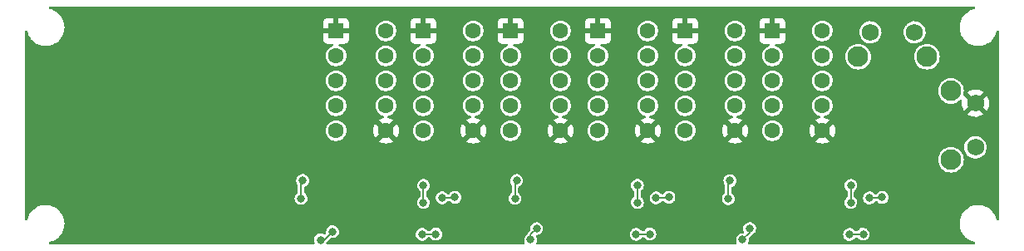
<source format=gtl>
%TF.GenerationSoftware,KiCad,Pcbnew,6.0.10*%
%TF.CreationDate,2023-02-04T17:50:08-06:00*%
%TF.ProjectId,button-clicker,62757474-6f6e-42d6-936c-69636b65722e,rev?*%
%TF.SameCoordinates,Original*%
%TF.FileFunction,Copper,L1,Top*%
%TF.FilePolarity,Positive*%
%FSLAX46Y46*%
G04 Gerber Fmt 4.6, Leading zero omitted, Abs format (unit mm)*
G04 Created by KiCad (PCBNEW 6.0.10) date 2023-02-04 17:50:08*
%MOMM*%
%LPD*%
G01*
G04 APERTURE LIST*
%TA.AperFunction,ComponentPad*%
%ADD10R,1.600000X1.600000*%
%TD*%
%TA.AperFunction,ComponentPad*%
%ADD11C,1.600000*%
%TD*%
%TA.AperFunction,ComponentPad*%
%ADD12C,2.100000*%
%TD*%
%TA.AperFunction,ComponentPad*%
%ADD13C,1.750000*%
%TD*%
%TA.AperFunction,ViaPad*%
%ADD14C,0.800000*%
%TD*%
%TA.AperFunction,Conductor*%
%ADD15C,0.150000*%
%TD*%
G04 APERTURE END LIST*
D10*
%TO.P,U12,1,CC*%
%TO.N,GND*%
X87630000Y-22860000D03*
D11*
%TO.P,U12,2,F*%
%TO.N,Net-(R18-Pad2)*%
X87630000Y-25400000D03*
%TO.P,U12,3,G*%
%TO.N,Net-(R19-Pad2)*%
X87630000Y-27940000D03*
%TO.P,U12,4,E*%
%TO.N,Net-(R17-Pad2)*%
X87630000Y-30480000D03*
%TO.P,U12,5,D*%
%TO.N,Net-(R16-Pad2)*%
X87630000Y-33020000D03*
%TO.P,U12,6,CC*%
%TO.N,GND*%
X92710000Y-33020000D03*
%TO.P,U12,7,DP*%
%TO.N,unconnected-(U12-Pad7)*%
X92710000Y-30480000D03*
%TO.P,U12,8,C*%
%TO.N,Net-(R15-Pad2)*%
X92710000Y-27940000D03*
%TO.P,U12,9,B*%
%TO.N,Net-(R14-Pad2)*%
X92710000Y-25400000D03*
%TO.P,U12,10,A*%
%TO.N,Net-(R13-Pad2)*%
X92710000Y-22860000D03*
%TD*%
D10*
%TO.P,U13,1,CC*%
%TO.N,GND*%
X78740000Y-22860000D03*
D11*
%TO.P,U13,2,F*%
%TO.N,Net-(R25-Pad2)*%
X78740000Y-25400000D03*
%TO.P,U13,3,G*%
%TO.N,Net-(R26-Pad2)*%
X78740000Y-27940000D03*
%TO.P,U13,4,E*%
%TO.N,Net-(R24-Pad2)*%
X78740000Y-30480000D03*
%TO.P,U13,5,D*%
%TO.N,Net-(R23-Pad2)*%
X78740000Y-33020000D03*
%TO.P,U13,6,CC*%
%TO.N,GND*%
X83820000Y-33020000D03*
%TO.P,U13,7,DP*%
%TO.N,unconnected-(U13-Pad7)*%
X83820000Y-30480000D03*
%TO.P,U13,8,C*%
%TO.N,Net-(R22-Pad2)*%
X83820000Y-27940000D03*
%TO.P,U13,9,B*%
%TO.N,Net-(R21-Pad2)*%
X83820000Y-25400000D03*
%TO.P,U13,10,A*%
%TO.N,Net-(R20-Pad2)*%
X83820000Y-22860000D03*
%TD*%
D10*
%TO.P,U14,1,CC*%
%TO.N,GND*%
X69850000Y-22860000D03*
D11*
%TO.P,U14,2,F*%
%TO.N,Net-(R32-Pad2)*%
X69850000Y-25400000D03*
%TO.P,U14,3,G*%
%TO.N,Net-(R33-Pad2)*%
X69850000Y-27940000D03*
%TO.P,U14,4,E*%
%TO.N,Net-(R31-Pad2)*%
X69850000Y-30480000D03*
%TO.P,U14,5,D*%
%TO.N,Net-(R30-Pad2)*%
X69850000Y-33020000D03*
%TO.P,U14,6,CC*%
%TO.N,GND*%
X74930000Y-33020000D03*
%TO.P,U14,7,DP*%
%TO.N,unconnected-(U14-Pad7)*%
X74930000Y-30480000D03*
%TO.P,U14,8,C*%
%TO.N,Net-(R29-Pad2)*%
X74930000Y-27940000D03*
%TO.P,U14,9,B*%
%TO.N,Net-(R28-Pad2)*%
X74930000Y-25400000D03*
%TO.P,U14,10,A*%
%TO.N,Net-(R27-Pad2)*%
X74930000Y-22860000D03*
%TD*%
D10*
%TO.P,U16,1,CC*%
%TO.N,GND*%
X52070000Y-22860000D03*
D11*
%TO.P,U16,2,F*%
%TO.N,Net-(R46-Pad2)*%
X52070000Y-25400000D03*
%TO.P,U16,3,G*%
%TO.N,Net-(R47-Pad2)*%
X52070000Y-27940000D03*
%TO.P,U16,4,E*%
%TO.N,Net-(R45-Pad2)*%
X52070000Y-30480000D03*
%TO.P,U16,5,D*%
%TO.N,Net-(R44-Pad2)*%
X52070000Y-33020000D03*
%TO.P,U16,6,CC*%
%TO.N,GND*%
X57150000Y-33020000D03*
%TO.P,U16,7,DP*%
%TO.N,unconnected-(U16-Pad7)*%
X57150000Y-30480000D03*
%TO.P,U16,8,C*%
%TO.N,Net-(R43-Pad2)*%
X57150000Y-27940000D03*
%TO.P,U16,9,B*%
%TO.N,Net-(R42-Pad2)*%
X57150000Y-25400000D03*
%TO.P,U16,10,A*%
%TO.N,Net-(R41-Pad2)*%
X57150000Y-22860000D03*
%TD*%
D12*
%TO.P,SW2,*%
%TO.N,*%
X112260000Y-25490000D03*
X105250000Y-25490000D03*
D13*
%TO.P,SW2,1,1*%
%TO.N,VCC*%
X106500000Y-23000000D03*
%TO.P,SW2,2,2*%
%TO.N,~{LED_BLANK}*%
X111000000Y-23000000D03*
%TD*%
D12*
%TO.P,SW1,*%
%TO.N,*%
X114710000Y-35985000D03*
X114710000Y-28975000D03*
D13*
%TO.P,SW1,1,1*%
%TO.N,GND*%
X117200000Y-30225000D03*
%TO.P,SW1,2,2*%
%TO.N,Net-(D2-Pad1)*%
X117200000Y-34725000D03*
%TD*%
D10*
%TO.P,U11,1,CC*%
%TO.N,GND*%
X96520000Y-22860000D03*
D11*
%TO.P,U11,2,F*%
%TO.N,Net-(R11-Pad2)*%
X96520000Y-25400000D03*
%TO.P,U11,3,G*%
%TO.N,Net-(R12-Pad2)*%
X96520000Y-27940000D03*
%TO.P,U11,4,E*%
%TO.N,Net-(R10-Pad2)*%
X96520000Y-30480000D03*
%TO.P,U11,5,D*%
%TO.N,Net-(R9-Pad2)*%
X96520000Y-33020000D03*
%TO.P,U11,6,CC*%
%TO.N,GND*%
X101600000Y-33020000D03*
%TO.P,U11,7,DP*%
%TO.N,unconnected-(U11-Pad7)*%
X101600000Y-30480000D03*
%TO.P,U11,8,C*%
%TO.N,Net-(R8-Pad2)*%
X101600000Y-27940000D03*
%TO.P,U11,9,B*%
%TO.N,Net-(R7-Pad2)*%
X101600000Y-25400000D03*
%TO.P,U11,10,A*%
%TO.N,Net-(R6-Pad2)*%
X101600000Y-22860000D03*
%TD*%
D10*
%TO.P,U15,1,CC*%
%TO.N,GND*%
X60960000Y-22860000D03*
D11*
%TO.P,U15,2,F*%
%TO.N,Net-(R39-Pad2)*%
X60960000Y-25400000D03*
%TO.P,U15,3,G*%
%TO.N,Net-(R40-Pad2)*%
X60960000Y-27940000D03*
%TO.P,U15,4,E*%
%TO.N,Net-(R38-Pad2)*%
X60960000Y-30480000D03*
%TO.P,U15,5,D*%
%TO.N,Net-(R37-Pad2)*%
X60960000Y-33020000D03*
%TO.P,U15,6,CC*%
%TO.N,GND*%
X66040000Y-33020000D03*
%TO.P,U15,7,DP*%
%TO.N,unconnected-(U15-Pad7)*%
X66040000Y-30480000D03*
%TO.P,U15,8,C*%
%TO.N,Net-(R36-Pad2)*%
X66040000Y-27940000D03*
%TO.P,U15,9,B*%
%TO.N,Net-(R35-Pad2)*%
X66040000Y-25400000D03*
%TO.P,U15,10,A*%
%TO.N,Net-(R34-Pad2)*%
X66040000Y-22860000D03*
%TD*%
D14*
%TO.N,VCC*%
X92197235Y-38115265D03*
X70300000Y-39925220D03*
X48500000Y-39924500D03*
X48662500Y-38100000D03*
X70462500Y-38100720D03*
X92034735Y-39939765D03*
%TO.N,GND*%
X66251441Y-42250720D03*
X79000000Y-37750720D03*
X21000000Y-30000000D03*
X35000000Y-35000000D03*
X83775000Y-40614661D03*
X80475000Y-42114661D03*
X86100000Y-38150720D03*
X57200000Y-37750000D03*
X109700000Y-39600000D03*
X37000000Y-35000000D03*
X33000000Y-35000000D03*
X107500000Y-34000000D03*
X47800000Y-27800000D03*
X29000000Y-35000000D03*
X67500000Y-39000000D03*
X33000000Y-29000000D03*
X33000000Y-37000000D03*
X114000000Y-21500000D03*
X42000000Y-41000000D03*
X93334735Y-38065265D03*
X39000000Y-24000000D03*
X37000000Y-31000000D03*
X109300000Y-42100000D03*
X41000000Y-24000000D03*
X102209735Y-42129206D03*
X47575000Y-40613941D03*
X105509735Y-40629206D03*
X69375000Y-40614661D03*
X59000000Y-21000000D03*
X116500000Y-36500000D03*
X91109735Y-40629206D03*
X21000000Y-40000000D03*
X24000000Y-36000000D03*
X118500000Y-39000000D03*
X107834735Y-38165265D03*
X31000000Y-31000000D03*
X25000000Y-44000000D03*
X110000000Y-21800000D03*
X64300000Y-38150000D03*
X106500000Y-21000000D03*
X43000000Y-35000000D03*
X28000000Y-41000000D03*
X71600000Y-38050720D03*
X68000000Y-21000000D03*
X29000000Y-31000000D03*
X35000000Y-37000000D03*
X31000000Y-35000000D03*
X61975000Y-40613941D03*
X104900000Y-23400000D03*
X110600000Y-27000000D03*
X29000000Y-37000000D03*
X42100000Y-23000000D03*
X21000000Y-25000000D03*
X95008294Y-42127765D03*
X37000000Y-29000000D03*
X35000000Y-31000000D03*
X35000000Y-29000000D03*
X24000000Y-28500000D03*
X40000000Y-44000000D03*
X45000000Y-29000000D03*
X45200000Y-40600000D03*
X58675000Y-42113941D03*
X50100000Y-28200000D03*
X115000000Y-38000000D03*
X37000000Y-41500000D03*
X100734735Y-37765265D03*
X95000000Y-21000000D03*
X37000000Y-37000000D03*
X45000000Y-32000000D03*
X50000000Y-21000000D03*
X87834735Y-42265265D03*
X119000000Y-32500000D03*
X33000000Y-31000000D03*
X39000000Y-22000000D03*
X21000000Y-35000000D03*
X51473559Y-42112500D03*
X114950000Y-43150000D03*
X29000000Y-29000000D03*
X25000000Y-22000000D03*
X107300000Y-25400000D03*
X115500000Y-26500000D03*
X77000000Y-21000000D03*
X89000000Y-39000000D03*
X106400000Y-29400000D03*
X31000000Y-37000000D03*
X49800000Y-38050000D03*
X42200000Y-27600000D03*
X40500000Y-39000000D03*
X119000000Y-27000000D03*
X46200000Y-23000000D03*
X31000000Y-29000000D03*
X86000000Y-21000000D03*
X29500000Y-23000000D03*
X104000000Y-21000000D03*
X112500000Y-38400000D03*
X42100000Y-25800000D03*
X44000000Y-44000000D03*
X73273559Y-42113220D03*
%TO.N,RESET*%
X72500000Y-43000000D03*
X71888926Y-44140716D03*
X50480883Y-44143617D03*
X51713941Y-43313941D03*
X94209735Y-43000000D03*
X93471337Y-44124500D03*
%TO.N,Net-(U1-Pad4)*%
X104385235Y-43594134D03*
X105771547Y-43567394D03*
%TO.N,Net-(U2-Pad5)*%
X106410235Y-39879206D03*
X107709735Y-39815265D03*
%TO.N,Net-(U2-Pad15)*%
X104509735Y-38604706D03*
X104509735Y-40353706D03*
%TO.N,Net-(U2-Pad9)*%
X84036812Y-43552849D03*
X82650500Y-43579589D03*
%TO.N,Net-(U3-Pad5)*%
X85975000Y-39800720D03*
X84675500Y-39864661D03*
%TO.N,Net-(U3-Pad15)*%
X82775000Y-40339161D03*
X82775000Y-38590161D03*
%TO.N,Net-(U3-Pad9)*%
X62236812Y-43552129D03*
X60850500Y-43578869D03*
%TO.N,Net-(U4-Pad5)*%
X64175000Y-39800000D03*
X62875500Y-39863941D03*
%TO.N,Net-(U4-Pad15)*%
X60975000Y-38589441D03*
X60975000Y-40338441D03*
%TD*%
D15*
%TO.N,VCC*%
X48500000Y-38262500D02*
X48500000Y-39924500D01*
X70462500Y-38100720D02*
X70300000Y-38263220D01*
X92197235Y-38115265D02*
X92034735Y-38277765D01*
X70300000Y-38263220D02*
X70300000Y-39925220D01*
X92034735Y-38277765D02*
X92034735Y-39939765D01*
X48662500Y-38100000D02*
X48500000Y-38262500D01*
%TO.N,RESET*%
X71888926Y-44140716D02*
X71888926Y-43611074D01*
X50480883Y-44143617D02*
X50884265Y-44143617D01*
X93471337Y-44124500D02*
X94209735Y-43386102D01*
X94209735Y-43386102D02*
X94209735Y-43000000D01*
X50884265Y-44143617D02*
X51713941Y-43313941D01*
X71888926Y-43611074D02*
X72500000Y-43000000D01*
%TO.N,Net-(U1-Pad4)*%
X104411975Y-43567394D02*
X105771547Y-43567394D01*
X104385235Y-43594134D02*
X104411975Y-43567394D01*
%TO.N,Net-(U2-Pad5)*%
X106410235Y-39879206D02*
X107645794Y-39879206D01*
X107645794Y-39879206D02*
X107709735Y-39815265D01*
%TO.N,Net-(U2-Pad15)*%
X104509735Y-38604706D02*
X104509735Y-40353706D01*
%TO.N,Net-(U2-Pad9)*%
X82677240Y-43552849D02*
X84036812Y-43552849D01*
X82650500Y-43579589D02*
X82677240Y-43552849D01*
%TO.N,Net-(U3-Pad5)*%
X84675500Y-39864661D02*
X85911059Y-39864661D01*
X85911059Y-39864661D02*
X85975000Y-39800720D01*
%TO.N,Net-(U3-Pad15)*%
X82775000Y-38590161D02*
X82775000Y-40339161D01*
%TO.N,Net-(U3-Pad9)*%
X60877240Y-43552129D02*
X62236812Y-43552129D01*
X60850500Y-43578869D02*
X60877240Y-43552129D01*
%TO.N,Net-(U4-Pad5)*%
X62875500Y-39863941D02*
X64111059Y-39863941D01*
X64111059Y-39863941D02*
X64175000Y-39800000D01*
%TO.N,Net-(U4-Pad15)*%
X60975000Y-38589441D02*
X60975000Y-40338441D01*
%TD*%
%TA.AperFunction,Conductor*%
%TO.N,GND*%
G36*
X117120809Y-20420185D02*
G01*
X117166564Y-20472989D01*
X117176508Y-20542147D01*
X117147483Y-20605703D01*
X117088705Y-20643477D01*
X117077965Y-20646116D01*
X117051424Y-20651396D01*
X117001530Y-20661320D01*
X117001526Y-20661321D01*
X116997228Y-20662176D01*
X116743292Y-20751352D01*
X116504455Y-20875418D01*
X116285481Y-21031899D01*
X116282311Y-21034923D01*
X116282305Y-21034928D01*
X116244731Y-21070772D01*
X116090740Y-21217672D01*
X116088025Y-21221115D01*
X116088024Y-21221117D01*
X115941863Y-21406523D01*
X115924118Y-21429032D01*
X115788939Y-21661760D01*
X115787295Y-21665820D01*
X115787294Y-21665821D01*
X115698886Y-21884091D01*
X115687900Y-21911213D01*
X115686843Y-21915467D01*
X115686842Y-21915471D01*
X115662052Y-22015271D01*
X115623017Y-22172414D01*
X115616960Y-22231533D01*
X115598212Y-22414513D01*
X115595585Y-22440151D01*
X115595757Y-22444532D01*
X115595757Y-22444538D01*
X115596505Y-22463555D01*
X115596806Y-22471218D01*
X115606152Y-22709083D01*
X115654505Y-22973843D01*
X115682968Y-23059156D01*
X115734651Y-23214068D01*
X115739682Y-23229148D01*
X115799570Y-23349002D01*
X115857385Y-23464709D01*
X115859981Y-23469905D01*
X115862476Y-23473515D01*
X115862479Y-23473520D01*
X115980714Y-23644591D01*
X116013003Y-23691309D01*
X116015973Y-23694521D01*
X116015977Y-23694527D01*
X116092663Y-23777485D01*
X116195695Y-23888944D01*
X116199094Y-23891712D01*
X116199097Y-23891714D01*
X116372150Y-24032601D01*
X116404411Y-24058866D01*
X116433294Y-24076255D01*
X116631226Y-24195420D01*
X116631229Y-24195422D01*
X116634987Y-24197684D01*
X116639024Y-24199393D01*
X116639027Y-24199395D01*
X116878783Y-24300918D01*
X116878787Y-24300919D01*
X116882822Y-24302628D01*
X116887065Y-24303753D01*
X117138724Y-24370480D01*
X117138729Y-24370481D01*
X117142972Y-24371606D01*
X117147329Y-24372122D01*
X117147336Y-24372123D01*
X117304444Y-24390718D01*
X117410245Y-24403240D01*
X117414622Y-24403137D01*
X117414625Y-24403137D01*
X117579748Y-24399245D01*
X117679310Y-24396899D01*
X117683625Y-24396181D01*
X117683633Y-24396180D01*
X117940467Y-24353431D01*
X117940473Y-24353430D01*
X117944796Y-24352710D01*
X117948974Y-24351389D01*
X117948981Y-24351387D01*
X118108560Y-24300918D01*
X118201408Y-24271554D01*
X118266101Y-24240489D01*
X118440069Y-24156951D01*
X118440073Y-24156949D01*
X118444025Y-24155051D01*
X118506551Y-24113273D01*
X118664160Y-24007962D01*
X118667806Y-24005526D01*
X118868286Y-23825961D01*
X119028587Y-23635260D01*
X119038645Y-23623295D01*
X119038646Y-23623293D01*
X119041465Y-23619940D01*
X119060079Y-23590094D01*
X119133066Y-23473062D01*
X119183887Y-23391572D01*
X119292712Y-23145416D01*
X119307252Y-23093863D01*
X119356156Y-22920460D01*
X119393298Y-22861281D01*
X119456539Y-22831577D01*
X119525800Y-22840779D01*
X119579091Y-22885966D01*
X119599500Y-22954119D01*
X119599500Y-42056482D01*
X119579815Y-42123521D01*
X119527011Y-42169276D01*
X119457853Y-42179220D01*
X119394297Y-42150195D01*
X119356523Y-42091417D01*
X119354278Y-42082581D01*
X119330623Y-41972708D01*
X119330621Y-41972702D01*
X119329700Y-41968423D01*
X119310165Y-41915471D01*
X119238065Y-41720033D01*
X119238063Y-41720030D01*
X119236547Y-41715919D01*
X119209516Y-41665821D01*
X119179658Y-41610486D01*
X119108744Y-41479060D01*
X118948843Y-41262571D01*
X118760034Y-41070772D01*
X118546083Y-40907490D01*
X118493371Y-40877970D01*
X118315088Y-40778126D01*
X118315085Y-40778125D01*
X118311261Y-40775983D01*
X118060251Y-40678875D01*
X118055971Y-40677883D01*
X118055968Y-40677882D01*
X117904863Y-40642858D01*
X117798063Y-40618103D01*
X117793702Y-40617725D01*
X117793700Y-40617725D01*
X117534294Y-40595258D01*
X117534292Y-40595258D01*
X117529928Y-40594880D01*
X117261196Y-40609669D01*
X117256890Y-40610525D01*
X117256886Y-40610526D01*
X117160846Y-40629630D01*
X116997228Y-40662176D01*
X116743292Y-40751352D01*
X116504455Y-40875418D01*
X116285481Y-41031899D01*
X116282311Y-41034923D01*
X116282305Y-41034928D01*
X116244731Y-41070772D01*
X116090740Y-41217672D01*
X116088025Y-41221115D01*
X116088024Y-41221117D01*
X115941863Y-41406523D01*
X115924118Y-41429032D01*
X115788939Y-41661760D01*
X115787295Y-41665820D01*
X115787294Y-41665821D01*
X115747410Y-41764291D01*
X115687900Y-41911213D01*
X115623017Y-42172414D01*
X115616960Y-42231533D01*
X115600545Y-42391744D01*
X115595585Y-42440151D01*
X115595757Y-42444532D01*
X115595757Y-42444538D01*
X115596481Y-42462945D01*
X115596806Y-42471218D01*
X115606152Y-42709083D01*
X115654505Y-42973843D01*
X115679492Y-43048738D01*
X115734651Y-43214068D01*
X115739682Y-43229148D01*
X115790917Y-43331685D01*
X115856818Y-43463574D01*
X115859981Y-43469905D01*
X115862476Y-43473515D01*
X115862479Y-43473520D01*
X116010512Y-43687705D01*
X116013003Y-43691309D01*
X116015973Y-43694521D01*
X116015977Y-43694527D01*
X116121545Y-43808729D01*
X116195695Y-43888944D01*
X116199094Y-43891712D01*
X116199097Y-43891714D01*
X116360518Y-44023131D01*
X116404411Y-44058866D01*
X116494334Y-44113004D01*
X116631226Y-44195420D01*
X116631229Y-44195422D01*
X116634987Y-44197684D01*
X116639024Y-44199393D01*
X116639027Y-44199395D01*
X116878783Y-44300918D01*
X116878787Y-44300919D01*
X116882822Y-44302628D01*
X116887065Y-44303753D01*
X117082764Y-44355642D01*
X117142519Y-44391850D01*
X117173213Y-44454617D01*
X117165100Y-44524014D01*
X117120755Y-44578008D01*
X117050984Y-44599500D01*
X94165008Y-44599500D01*
X94097969Y-44579815D01*
X94052214Y-44527011D01*
X94042270Y-44457853D01*
X94049956Y-44429249D01*
X94052875Y-44421990D01*
X94104287Y-44294098D01*
X94106130Y-44281149D01*
X94125899Y-44142244D01*
X94125899Y-44142240D01*
X94126471Y-44138223D01*
X94126615Y-44124500D01*
X94123835Y-44101529D01*
X94112820Y-44010501D01*
X94124308Y-43941582D01*
X94148241Y-43907923D01*
X94426019Y-43630145D01*
X94433991Y-43622839D01*
X94445083Y-43613531D01*
X94469074Y-43597742D01*
X94489892Y-43587272D01*
X103729993Y-43587272D01*
X103730813Y-43594700D01*
X103730813Y-43594702D01*
X103737773Y-43657742D01*
X103747270Y-43743767D01*
X103801378Y-43891624D01*
X103889193Y-44022306D01*
X103943928Y-44072111D01*
X104000113Y-44123236D01*
X104000117Y-44123239D01*
X104005645Y-44128269D01*
X104012215Y-44131836D01*
X104012216Y-44131837D01*
X104137443Y-44199830D01*
X104144011Y-44203396D01*
X104230890Y-44226188D01*
X104289076Y-44241453D01*
X104289078Y-44241453D01*
X104296304Y-44243349D01*
X104373362Y-44244559D01*
X104446260Y-44245705D01*
X104446263Y-44245705D01*
X104453730Y-44245822D01*
X104461011Y-44244154D01*
X104461015Y-44244154D01*
X104599916Y-44212341D01*
X104607203Y-44210672D01*
X104747860Y-44139929D01*
X104753541Y-44135077D01*
X104753544Y-44135075D01*
X104861901Y-44042529D01*
X104861902Y-44042528D01*
X104867583Y-44037676D01*
X104871945Y-44031606D01*
X104934512Y-43944535D01*
X104989618Y-43901580D01*
X105035210Y-43892894D01*
X105140441Y-43892894D01*
X105207480Y-43912579D01*
X105243362Y-43947733D01*
X105271334Y-43989359D01*
X105275505Y-43995566D01*
X105311132Y-44027984D01*
X105386425Y-44096496D01*
X105386429Y-44096499D01*
X105391957Y-44101529D01*
X105398527Y-44105096D01*
X105398528Y-44105097D01*
X105515609Y-44168667D01*
X105530323Y-44176656D01*
X105610478Y-44197684D01*
X105675388Y-44214713D01*
X105675390Y-44214713D01*
X105682616Y-44216609D01*
X105759674Y-44217819D01*
X105832572Y-44218965D01*
X105832575Y-44218965D01*
X105840042Y-44219082D01*
X105847323Y-44217414D01*
X105847327Y-44217414D01*
X105986228Y-44185601D01*
X105993515Y-44183932D01*
X106134172Y-44113189D01*
X106139853Y-44108337D01*
X106139856Y-44108335D01*
X106248213Y-44015789D01*
X106248214Y-44015788D01*
X106253895Y-44010936D01*
X106259882Y-44002605D01*
X106303731Y-43941582D01*
X106345771Y-43883077D01*
X106404497Y-43736992D01*
X106405550Y-43729595D01*
X106426109Y-43585138D01*
X106426109Y-43585134D01*
X106426681Y-43581117D01*
X106426825Y-43567394D01*
X106423624Y-43540941D01*
X106408809Y-43418513D01*
X106408808Y-43418509D01*
X106407910Y-43411088D01*
X106391260Y-43367024D01*
X106354901Y-43270802D01*
X106354899Y-43270799D01*
X106352257Y-43263806D01*
X106346574Y-43255537D01*
X106267315Y-43140215D01*
X106267312Y-43140212D01*
X106263078Y-43134051D01*
X106159554Y-43041814D01*
X106151106Y-43034287D01*
X106151105Y-43034286D01*
X106145523Y-43029313D01*
X106006378Y-42955639D01*
X105906609Y-42930579D01*
X105860925Y-42919104D01*
X105853675Y-42917283D01*
X105771876Y-42916855D01*
X105703705Y-42916498D01*
X105703704Y-42916498D01*
X105696231Y-42916459D01*
X105688968Y-42918203D01*
X105688965Y-42918203D01*
X105619683Y-42934837D01*
X105543135Y-42953214D01*
X105403226Y-43025426D01*
X105397595Y-43030339D01*
X105397594Y-43030339D01*
X105368118Y-43056053D01*
X105284581Y-43128927D01*
X105242222Y-43189197D01*
X105187572Y-43232724D01*
X105140774Y-43241894D01*
X104997746Y-43241894D01*
X104930707Y-43222209D01*
X104895555Y-43188129D01*
X104881003Y-43166955D01*
X104881000Y-43166952D01*
X104876766Y-43160791D01*
X104759211Y-43056053D01*
X104620066Y-42982379D01*
X104503954Y-42953214D01*
X104474613Y-42945844D01*
X104467363Y-42944023D01*
X104385564Y-42943595D01*
X104317393Y-42943238D01*
X104317392Y-42943238D01*
X104309919Y-42943199D01*
X104302656Y-42944943D01*
X104302653Y-42944943D01*
X104243528Y-42959138D01*
X104156823Y-42979954D01*
X104016914Y-43052166D01*
X103898269Y-43155667D01*
X103807736Y-43284482D01*
X103805020Y-43291447D01*
X103805020Y-43291448D01*
X103796029Y-43314509D01*
X103750544Y-43431173D01*
X103729993Y-43587272D01*
X94489892Y-43587272D01*
X94532481Y-43565852D01*
X94565682Y-43549154D01*
X94565684Y-43549153D01*
X94572360Y-43545795D01*
X94578041Y-43540943D01*
X94578044Y-43540941D01*
X94686401Y-43448395D01*
X94686402Y-43448394D01*
X94692083Y-43443542D01*
X94700858Y-43431331D01*
X94772460Y-43331685D01*
X94783959Y-43315683D01*
X94842685Y-43169598D01*
X94843797Y-43161784D01*
X94864297Y-43017744D01*
X94864297Y-43017740D01*
X94864869Y-43013723D01*
X94865013Y-43000000D01*
X94861121Y-42967834D01*
X94846997Y-42851119D01*
X94846996Y-42851115D01*
X94846098Y-42843694D01*
X94822345Y-42780834D01*
X94793089Y-42703408D01*
X94793087Y-42703405D01*
X94790445Y-42696412D01*
X94773667Y-42672000D01*
X94705503Y-42572821D01*
X94705500Y-42572818D01*
X94701266Y-42566657D01*
X94583711Y-42461919D01*
X94444566Y-42388245D01*
X94291863Y-42349889D01*
X94210064Y-42349461D01*
X94141893Y-42349104D01*
X94141892Y-42349104D01*
X94134419Y-42349065D01*
X94127156Y-42350809D01*
X94127153Y-42350809D01*
X94057871Y-42367442D01*
X93981323Y-42385820D01*
X93841414Y-42458032D01*
X93722769Y-42561533D01*
X93632236Y-42690348D01*
X93575044Y-42837039D01*
X93554493Y-42993138D01*
X93555313Y-43000566D01*
X93555313Y-43000568D01*
X93568444Y-43119506D01*
X93571770Y-43149633D01*
X93574336Y-43156645D01*
X93574337Y-43156649D01*
X93623309Y-43290471D01*
X93625568Y-43296642D01*
X93625568Y-43296644D01*
X93625878Y-43297490D01*
X93625737Y-43297542D01*
X93637947Y-43362559D01*
X93611671Y-43427299D01*
X93554564Y-43467556D01*
X93513917Y-43474182D01*
X93403495Y-43473604D01*
X93403494Y-43473604D01*
X93396021Y-43473565D01*
X93388758Y-43475309D01*
X93388755Y-43475309D01*
X93346570Y-43485437D01*
X93242925Y-43510320D01*
X93103016Y-43582532D01*
X93097385Y-43587445D01*
X93097384Y-43587445D01*
X93089065Y-43594702D01*
X92984371Y-43686033D01*
X92893838Y-43814848D01*
X92891122Y-43821813D01*
X92891122Y-43821814D01*
X92876337Y-43859736D01*
X92836646Y-43961539D01*
X92816095Y-44117638D01*
X92816915Y-44125066D01*
X92816915Y-44125068D01*
X92825504Y-44202869D01*
X92833372Y-44274133D01*
X92835938Y-44281145D01*
X92835939Y-44281149D01*
X92884911Y-44414970D01*
X92887480Y-44421990D01*
X92887635Y-44422220D01*
X92899965Y-44487872D01*
X92873690Y-44552613D01*
X92816584Y-44592871D01*
X92776584Y-44599500D01*
X72589116Y-44599500D01*
X72522077Y-44579815D01*
X72476322Y-44527011D01*
X72466378Y-44457853D01*
X72474064Y-44429249D01*
X72482120Y-44409211D01*
X72500404Y-44363727D01*
X72519090Y-44317246D01*
X72519091Y-44317241D01*
X72521876Y-44310314D01*
X72522970Y-44302628D01*
X72543488Y-44158460D01*
X72543488Y-44158456D01*
X72544060Y-44154439D01*
X72544204Y-44140716D01*
X72542755Y-44128743D01*
X72526188Y-43991835D01*
X72526187Y-43991831D01*
X72525289Y-43984410D01*
X72469636Y-43837128D01*
X72465936Y-43831744D01*
X72452399Y-43763607D01*
X72477996Y-43698595D01*
X72534678Y-43657742D01*
X72561976Y-43651586D01*
X72568495Y-43651688D01*
X72575785Y-43650018D01*
X72575788Y-43650018D01*
X72714681Y-43618207D01*
X72721968Y-43616538D01*
X72809077Y-43572727D01*
X81995258Y-43572727D01*
X81996078Y-43580155D01*
X81996078Y-43580157D01*
X82003702Y-43649215D01*
X82012535Y-43729222D01*
X82015101Y-43736234D01*
X82015102Y-43736238D01*
X82022877Y-43757483D01*
X82066643Y-43877079D01*
X82070814Y-43883286D01*
X82125026Y-43963961D01*
X82154458Y-44007761D01*
X82192668Y-44042529D01*
X82265378Y-44108691D01*
X82265382Y-44108694D01*
X82270910Y-44113724D01*
X82277480Y-44117291D01*
X82277481Y-44117292D01*
X82394030Y-44180573D01*
X82409276Y-44188851D01*
X82507857Y-44214713D01*
X82554341Y-44226908D01*
X82554343Y-44226908D01*
X82561569Y-44228804D01*
X82638627Y-44230014D01*
X82711525Y-44231160D01*
X82711528Y-44231160D01*
X82718995Y-44231277D01*
X82726276Y-44229609D01*
X82726280Y-44229609D01*
X82865181Y-44197796D01*
X82872468Y-44196127D01*
X83013125Y-44125384D01*
X83018806Y-44120532D01*
X83018809Y-44120530D01*
X83127166Y-44027984D01*
X83127167Y-44027983D01*
X83132848Y-44023131D01*
X83143748Y-44007962D01*
X83199777Y-43929990D01*
X83254883Y-43887035D01*
X83300475Y-43878349D01*
X83405706Y-43878349D01*
X83472745Y-43898034D01*
X83508627Y-43933188D01*
X83532661Y-43968954D01*
X83540770Y-43981021D01*
X83591674Y-44027340D01*
X83651690Y-44081951D01*
X83651694Y-44081954D01*
X83657222Y-44086984D01*
X83663792Y-44090551D01*
X83663793Y-44090552D01*
X83789020Y-44158545D01*
X83795588Y-44162111D01*
X83894771Y-44188131D01*
X83940653Y-44200168D01*
X83940655Y-44200168D01*
X83947881Y-44202064D01*
X84024939Y-44203274D01*
X84097837Y-44204420D01*
X84097840Y-44204420D01*
X84105307Y-44204537D01*
X84112588Y-44202869D01*
X84112592Y-44202869D01*
X84251493Y-44171056D01*
X84258780Y-44169387D01*
X84399437Y-44098644D01*
X84405118Y-44093792D01*
X84405121Y-44093790D01*
X84513478Y-44001244D01*
X84513479Y-44001243D01*
X84519160Y-43996391D01*
X84530205Y-43981021D01*
X84565323Y-43932148D01*
X84611036Y-43868532D01*
X84669762Y-43722447D01*
X84671766Y-43708366D01*
X84691374Y-43570593D01*
X84691374Y-43570589D01*
X84691946Y-43566572D01*
X84692090Y-43552849D01*
X84689046Y-43527693D01*
X84674074Y-43403968D01*
X84674073Y-43403964D01*
X84673175Y-43396543D01*
X84642177Y-43314509D01*
X84620166Y-43256257D01*
X84620164Y-43256254D01*
X84617522Y-43249261D01*
X84600838Y-43224986D01*
X84532580Y-43125670D01*
X84532577Y-43125667D01*
X84528343Y-43119506D01*
X84453199Y-43052555D01*
X84416371Y-43019742D01*
X84416370Y-43019741D01*
X84410788Y-43014768D01*
X84271643Y-42941094D01*
X84118940Y-42902738D01*
X84037141Y-42902310D01*
X83968970Y-42901953D01*
X83968969Y-42901953D01*
X83961496Y-42901914D01*
X83954233Y-42903658D01*
X83954230Y-42903658D01*
X83897479Y-42917283D01*
X83808400Y-42938669D01*
X83668491Y-43010881D01*
X83662860Y-43015794D01*
X83662859Y-43015794D01*
X83634208Y-43040788D01*
X83549846Y-43114382D01*
X83507487Y-43174652D01*
X83452837Y-43218179D01*
X83406039Y-43227349D01*
X83263011Y-43227349D01*
X83195972Y-43207664D01*
X83160820Y-43173584D01*
X83146268Y-43152410D01*
X83146265Y-43152407D01*
X83142031Y-43146246D01*
X83046384Y-43061027D01*
X83030059Y-43046482D01*
X83030058Y-43046481D01*
X83024476Y-43041508D01*
X82885331Y-42967834D01*
X82769219Y-42938669D01*
X82739878Y-42931299D01*
X82732628Y-42929478D01*
X82650829Y-42929050D01*
X82582658Y-42928693D01*
X82582657Y-42928693D01*
X82575184Y-42928654D01*
X82567921Y-42930398D01*
X82567918Y-42930398D01*
X82511167Y-42944023D01*
X82422088Y-42965409D01*
X82282179Y-43037621D01*
X82163534Y-43141122D01*
X82073001Y-43269937D01*
X82070285Y-43276902D01*
X82070285Y-43276903D01*
X82054260Y-43318005D01*
X82015809Y-43416628D01*
X81995258Y-43572727D01*
X72809077Y-43572727D01*
X72862625Y-43545795D01*
X72868306Y-43540943D01*
X72868309Y-43540941D01*
X72976666Y-43448395D01*
X72976667Y-43448394D01*
X72982348Y-43443542D01*
X72991123Y-43431331D01*
X73062725Y-43331685D01*
X73074224Y-43315683D01*
X73132950Y-43169598D01*
X73134062Y-43161784D01*
X73154562Y-43017744D01*
X73154562Y-43017740D01*
X73155134Y-43013723D01*
X73155278Y-43000000D01*
X73151386Y-42967834D01*
X73137262Y-42851119D01*
X73137261Y-42851115D01*
X73136363Y-42843694D01*
X73112610Y-42780834D01*
X73083354Y-42703408D01*
X73083352Y-42703405D01*
X73080710Y-42696412D01*
X73063932Y-42672000D01*
X72995768Y-42572821D01*
X72995765Y-42572818D01*
X72991531Y-42566657D01*
X72873976Y-42461919D01*
X72734831Y-42388245D01*
X72582128Y-42349889D01*
X72500329Y-42349461D01*
X72432158Y-42349104D01*
X72432157Y-42349104D01*
X72424684Y-42349065D01*
X72417421Y-42350809D01*
X72417418Y-42350809D01*
X72348136Y-42367443D01*
X72271588Y-42385820D01*
X72131679Y-42458032D01*
X72013034Y-42561533D01*
X71922501Y-42690348D01*
X71865309Y-42837039D01*
X71844758Y-42993138D01*
X71845578Y-43000566D01*
X71845578Y-43000568D01*
X71848752Y-43029313D01*
X71858286Y-43115672D01*
X71846077Y-43184464D01*
X71822716Y-43216958D01*
X71672650Y-43367024D01*
X71664675Y-43374333D01*
X71635732Y-43398619D01*
X71630310Y-43408011D01*
X71630308Y-43408013D01*
X71616846Y-43431331D01*
X71611032Y-43440457D01*
X71589372Y-43471390D01*
X71586565Y-43481865D01*
X71585022Y-43485174D01*
X71583763Y-43488632D01*
X71578338Y-43498029D01*
X71576454Y-43508714D01*
X71574899Y-43517534D01*
X71543871Y-43580136D01*
X71524738Y-43596615D01*
X71520605Y-43598748D01*
X71514975Y-43603659D01*
X71514974Y-43603660D01*
X71506153Y-43611355D01*
X71401960Y-43702249D01*
X71311427Y-43831064D01*
X71254235Y-43977755D01*
X71233684Y-44133854D01*
X71234504Y-44141282D01*
X71234504Y-44141284D01*
X71244439Y-44231277D01*
X71250961Y-44290349D01*
X71253527Y-44297361D01*
X71253528Y-44297365D01*
X71303122Y-44432886D01*
X71307675Y-44502607D01*
X71273811Y-44563722D01*
X71212282Y-44596827D01*
X71186674Y-44599500D01*
X51192562Y-44599500D01*
X51125523Y-44579815D01*
X51079768Y-44527011D01*
X51069824Y-44457853D01*
X51097572Y-44395796D01*
X51121013Y-44367860D01*
X51128310Y-44359898D01*
X51495509Y-43992699D01*
X51556832Y-43959214D01*
X51610362Y-43960349D01*
X51610376Y-43960245D01*
X51611276Y-43960368D01*
X51614657Y-43960440D01*
X51625010Y-43963156D01*
X51703723Y-43964392D01*
X51774966Y-43965512D01*
X51774969Y-43965512D01*
X51782436Y-43965629D01*
X51789717Y-43963961D01*
X51789721Y-43963961D01*
X51928622Y-43932148D01*
X51935909Y-43930479D01*
X52076566Y-43859736D01*
X52082247Y-43854884D01*
X52082250Y-43854882D01*
X52190607Y-43762336D01*
X52190608Y-43762335D01*
X52196289Y-43757483D01*
X52201104Y-43750783D01*
X52241527Y-43694527D01*
X52288165Y-43629624D01*
X52311327Y-43572007D01*
X60195258Y-43572007D01*
X60196078Y-43579435D01*
X60196078Y-43579437D01*
X60199052Y-43606371D01*
X60212535Y-43728502D01*
X60215101Y-43735514D01*
X60215102Y-43735518D01*
X60241894Y-43808729D01*
X60266643Y-43876359D01*
X60270814Y-43882566D01*
X60344821Y-43992699D01*
X60354458Y-44007041D01*
X60393459Y-44042529D01*
X60465378Y-44107971D01*
X60465382Y-44107974D01*
X60470910Y-44113004D01*
X60477480Y-44116571D01*
X60477481Y-44116572D01*
X60595356Y-44180573D01*
X60609276Y-44188131D01*
X60695198Y-44210672D01*
X60754341Y-44226188D01*
X60754343Y-44226188D01*
X60761569Y-44228084D01*
X60838627Y-44229294D01*
X60911525Y-44230440D01*
X60911528Y-44230440D01*
X60918995Y-44230557D01*
X60926276Y-44228889D01*
X60926280Y-44228889D01*
X61065181Y-44197076D01*
X61072468Y-44195407D01*
X61213125Y-44124664D01*
X61218806Y-44119812D01*
X61218809Y-44119810D01*
X61327166Y-44027264D01*
X61327167Y-44027263D01*
X61332848Y-44022411D01*
X61337384Y-44016099D01*
X61399777Y-43929270D01*
X61454883Y-43886315D01*
X61500475Y-43877629D01*
X61605706Y-43877629D01*
X61672745Y-43897314D01*
X61708627Y-43932468D01*
X61729790Y-43963961D01*
X61740770Y-43980301D01*
X61779771Y-44015789D01*
X61851690Y-44081231D01*
X61851694Y-44081234D01*
X61857222Y-44086264D01*
X61863792Y-44089831D01*
X61863793Y-44089832D01*
X61989020Y-44157825D01*
X61995588Y-44161391D01*
X62081510Y-44183932D01*
X62140653Y-44199448D01*
X62140655Y-44199448D01*
X62147881Y-44201344D01*
X62224939Y-44202554D01*
X62297837Y-44203700D01*
X62297840Y-44203700D01*
X62305307Y-44203817D01*
X62312588Y-44202149D01*
X62312592Y-44202149D01*
X62451493Y-44170336D01*
X62458780Y-44168667D01*
X62599437Y-44097924D01*
X62605118Y-44093072D01*
X62605121Y-44093070D01*
X62713478Y-44000524D01*
X62713479Y-44000523D01*
X62719160Y-43995671D01*
X62729950Y-43980656D01*
X62758027Y-43941582D01*
X62811036Y-43867812D01*
X62869762Y-43721727D01*
X62872534Y-43702249D01*
X62891374Y-43569873D01*
X62891374Y-43569869D01*
X62891946Y-43565852D01*
X62892090Y-43552129D01*
X62889759Y-43532864D01*
X62874074Y-43403248D01*
X62874073Y-43403244D01*
X62873175Y-43395823D01*
X62857550Y-43354472D01*
X62820166Y-43255537D01*
X62820164Y-43255534D01*
X62817522Y-43248541D01*
X62806651Y-43232724D01*
X62732580Y-43124950D01*
X62732577Y-43124947D01*
X62728343Y-43118786D01*
X62641952Y-43041814D01*
X62616371Y-43019022D01*
X62616370Y-43019021D01*
X62610788Y-43014048D01*
X62471643Y-42940374D01*
X62318940Y-42902018D01*
X62237141Y-42901590D01*
X62168970Y-42901233D01*
X62168969Y-42901233D01*
X62161496Y-42901194D01*
X62154233Y-42902938D01*
X62154230Y-42902938D01*
X62097750Y-42916498D01*
X62008400Y-42937949D01*
X61868491Y-43010161D01*
X61862860Y-43015074D01*
X61862859Y-43015074D01*
X61823109Y-43049750D01*
X61749846Y-43113662D01*
X61707487Y-43173932D01*
X61652837Y-43217459D01*
X61606039Y-43226629D01*
X61463011Y-43226629D01*
X61395972Y-43206944D01*
X61360820Y-43172864D01*
X61346268Y-43151690D01*
X61346265Y-43151687D01*
X61342031Y-43145526D01*
X61237683Y-43052555D01*
X61230059Y-43045762D01*
X61230058Y-43045761D01*
X61224476Y-43040788D01*
X61085331Y-42967114D01*
X60969219Y-42937949D01*
X60939878Y-42930579D01*
X60932628Y-42928758D01*
X60850829Y-42928330D01*
X60782658Y-42927973D01*
X60782657Y-42927973D01*
X60775184Y-42927934D01*
X60767921Y-42929678D01*
X60767918Y-42929678D01*
X60711438Y-42943238D01*
X60622088Y-42964689D01*
X60482179Y-43036901D01*
X60476548Y-43041814D01*
X60476547Y-43041814D01*
X60460225Y-43056053D01*
X60363534Y-43140402D01*
X60273001Y-43269217D01*
X60270285Y-43276182D01*
X60270285Y-43276183D01*
X60254885Y-43315683D01*
X60215809Y-43415908D01*
X60195258Y-43572007D01*
X52311327Y-43572007D01*
X52346891Y-43483539D01*
X52347944Y-43476142D01*
X52368503Y-43331685D01*
X52368503Y-43331681D01*
X52369075Y-43327664D01*
X52369219Y-43313941D01*
X52367126Y-43296644D01*
X52351203Y-43165060D01*
X52351202Y-43165056D01*
X52350304Y-43157635D01*
X52341217Y-43133587D01*
X52297295Y-43017349D01*
X52297293Y-43017346D01*
X52294651Y-43010353D01*
X52284764Y-42995967D01*
X52209709Y-42886762D01*
X52209706Y-42886759D01*
X52205472Y-42880598D01*
X52087917Y-42775860D01*
X51948772Y-42702186D01*
X51869710Y-42682327D01*
X51803319Y-42665651D01*
X51796069Y-42663830D01*
X51714270Y-42663402D01*
X51646099Y-42663045D01*
X51646098Y-42663045D01*
X51638625Y-42663006D01*
X51631362Y-42664750D01*
X51631359Y-42664750D01*
X51562077Y-42681384D01*
X51485529Y-42699761D01*
X51345620Y-42771973D01*
X51226975Y-42875474D01*
X51136442Y-43004289D01*
X51133726Y-43011254D01*
X51133726Y-43011255D01*
X51123446Y-43037621D01*
X51079250Y-43150980D01*
X51058699Y-43307079D01*
X51059519Y-43314507D01*
X51059519Y-43314509D01*
X51061415Y-43331685D01*
X51072227Y-43429613D01*
X51060018Y-43498405D01*
X51036657Y-43530899D01*
X50989686Y-43577870D01*
X50928363Y-43611355D01*
X50858671Y-43606371D01*
X50843982Y-43599776D01*
X50722326Y-43535362D01*
X50722320Y-43535360D01*
X50715714Y-43531862D01*
X50623008Y-43508576D01*
X50570261Y-43495327D01*
X50563011Y-43493506D01*
X50481212Y-43493078D01*
X50413041Y-43492721D01*
X50413040Y-43492721D01*
X50405567Y-43492682D01*
X50398304Y-43494426D01*
X50398301Y-43494426D01*
X50332099Y-43510320D01*
X50252471Y-43529437D01*
X50112562Y-43601649D01*
X50106931Y-43606562D01*
X50106930Y-43606562D01*
X50073534Y-43635695D01*
X49993917Y-43705150D01*
X49903384Y-43833965D01*
X49900668Y-43840930D01*
X49900668Y-43840931D01*
X49884435Y-43882566D01*
X49846192Y-43980656D01*
X49825641Y-44136755D01*
X49826461Y-44144183D01*
X49826461Y-44144185D01*
X49835816Y-44228921D01*
X49842918Y-44293250D01*
X49845484Y-44300262D01*
X49845485Y-44300266D01*
X49851699Y-44317246D01*
X49890031Y-44421990D01*
X49894018Y-44432886D01*
X49898571Y-44502607D01*
X49864707Y-44563722D01*
X49803178Y-44596827D01*
X49777570Y-44599500D01*
X22962313Y-44599500D01*
X22895274Y-44579815D01*
X22849519Y-44527011D01*
X22839575Y-44457853D01*
X22868600Y-44394297D01*
X22927378Y-44356523D01*
X22936219Y-44354497D01*
X22936208Y-44354453D01*
X22940469Y-44353430D01*
X22944796Y-44352710D01*
X22948974Y-44351389D01*
X22948981Y-44351387D01*
X23108560Y-44300918D01*
X23201408Y-44271554D01*
X23254995Y-44245822D01*
X23440069Y-44156951D01*
X23440073Y-44156949D01*
X23444025Y-44155051D01*
X23473922Y-44135075D01*
X23635159Y-44027340D01*
X23667806Y-44005526D01*
X23868286Y-43825961D01*
X24041465Y-43619940D01*
X24049928Y-43606371D01*
X24120830Y-43492682D01*
X24183887Y-43391572D01*
X24292712Y-43145416D01*
X24295917Y-43134051D01*
X24364574Y-42890613D01*
X24364575Y-42890609D01*
X24365767Y-42886382D01*
X24401595Y-42619638D01*
X24405355Y-42500000D01*
X24386347Y-42231533D01*
X24375084Y-42179220D01*
X24330623Y-41972708D01*
X24330621Y-41972702D01*
X24329700Y-41968423D01*
X24310165Y-41915471D01*
X24238065Y-41720033D01*
X24238063Y-41720030D01*
X24236547Y-41715919D01*
X24209516Y-41665821D01*
X24179658Y-41610486D01*
X24108744Y-41479060D01*
X23948843Y-41262571D01*
X23760034Y-41070772D01*
X23546083Y-40907490D01*
X23493371Y-40877970D01*
X23315088Y-40778126D01*
X23315085Y-40778125D01*
X23311261Y-40775983D01*
X23060251Y-40678875D01*
X23055971Y-40677883D01*
X23055968Y-40677882D01*
X22904863Y-40642858D01*
X22798063Y-40618103D01*
X22793702Y-40617725D01*
X22793700Y-40617725D01*
X22534294Y-40595258D01*
X22534292Y-40595258D01*
X22529928Y-40594880D01*
X22261196Y-40609669D01*
X22256890Y-40610525D01*
X22256886Y-40610526D01*
X22160846Y-40629630D01*
X21997228Y-40662176D01*
X21743292Y-40751352D01*
X21504455Y-40875418D01*
X21285481Y-41031899D01*
X21282311Y-41034923D01*
X21282305Y-41034928D01*
X21244731Y-41070772D01*
X21090740Y-41217672D01*
X21088025Y-41221115D01*
X21088024Y-41221117D01*
X20941863Y-41406523D01*
X20924118Y-41429032D01*
X20788939Y-41661760D01*
X20787295Y-41665820D01*
X20787294Y-41665821D01*
X20747410Y-41764291D01*
X20687900Y-41911213D01*
X20686843Y-41915467D01*
X20686842Y-41915471D01*
X20644843Y-42084549D01*
X20609577Y-42144866D01*
X20547300Y-42176542D01*
X20477784Y-42169520D01*
X20423100Y-42126029D01*
X20400500Y-42054656D01*
X20400500Y-39917638D01*
X47844758Y-39917638D01*
X47845578Y-39925066D01*
X47845578Y-39925068D01*
X47857778Y-40035573D01*
X47862035Y-40074133D01*
X47864601Y-40081145D01*
X47864602Y-40081149D01*
X47879462Y-40121754D01*
X47916143Y-40221990D01*
X48003958Y-40352672D01*
X48053856Y-40398076D01*
X48114878Y-40453602D01*
X48114882Y-40453605D01*
X48120410Y-40458635D01*
X48126980Y-40462202D01*
X48126981Y-40462203D01*
X48252208Y-40530196D01*
X48258776Y-40533762D01*
X48344698Y-40556303D01*
X48403841Y-40571819D01*
X48403843Y-40571819D01*
X48411069Y-40573715D01*
X48488127Y-40574925D01*
X48561025Y-40576071D01*
X48561028Y-40576071D01*
X48568495Y-40576188D01*
X48575776Y-40574520D01*
X48575780Y-40574520D01*
X48714681Y-40542707D01*
X48721968Y-40541038D01*
X48862625Y-40470295D01*
X48868306Y-40465443D01*
X48868309Y-40465441D01*
X48976666Y-40372895D01*
X48976667Y-40372894D01*
X48982348Y-40368042D01*
X48992242Y-40354274D01*
X49008550Y-40331579D01*
X60319758Y-40331579D01*
X60320578Y-40339007D01*
X60320578Y-40339009D01*
X60328414Y-40409982D01*
X60337035Y-40488074D01*
X60339601Y-40495086D01*
X60339602Y-40495090D01*
X60360034Y-40550923D01*
X60391143Y-40635931D01*
X60478958Y-40766613D01*
X60517959Y-40802101D01*
X60589878Y-40867543D01*
X60589882Y-40867546D01*
X60595410Y-40872576D01*
X60601980Y-40876143D01*
X60601981Y-40876144D01*
X60644999Y-40899501D01*
X60733776Y-40947703D01*
X60819698Y-40970244D01*
X60878841Y-40985760D01*
X60878843Y-40985760D01*
X60886069Y-40987656D01*
X60963127Y-40988866D01*
X61036025Y-40990012D01*
X61036028Y-40990012D01*
X61043495Y-40990129D01*
X61050776Y-40988461D01*
X61050780Y-40988461D01*
X61189681Y-40956648D01*
X61196968Y-40954979D01*
X61337625Y-40884236D01*
X61343306Y-40879384D01*
X61343309Y-40879382D01*
X61451666Y-40786836D01*
X61451667Y-40786835D01*
X61457348Y-40781983D01*
X61468393Y-40766613D01*
X61530299Y-40680461D01*
X61549224Y-40654124D01*
X61607950Y-40508039D01*
X61609003Y-40500642D01*
X61629562Y-40356185D01*
X61629562Y-40356181D01*
X61630134Y-40352164D01*
X61630278Y-40338441D01*
X61621229Y-40263660D01*
X61612262Y-40189560D01*
X61612261Y-40189556D01*
X61611363Y-40182135D01*
X61592021Y-40130948D01*
X61558354Y-40041849D01*
X61558352Y-40041846D01*
X61555710Y-40034853D01*
X61547337Y-40022670D01*
X61470768Y-39911262D01*
X61470765Y-39911259D01*
X61466531Y-39905098D01*
X61412636Y-39857079D01*
X62220258Y-39857079D01*
X62221078Y-39864507D01*
X62221078Y-39864509D01*
X62231345Y-39957509D01*
X62237535Y-40013574D01*
X62240101Y-40020586D01*
X62240102Y-40020590D01*
X62259696Y-40074133D01*
X62291643Y-40161431D01*
X62379458Y-40292113D01*
X62420900Y-40329822D01*
X62490378Y-40393043D01*
X62490382Y-40393046D01*
X62495910Y-40398076D01*
X62502480Y-40401643D01*
X62502481Y-40401644D01*
X62622765Y-40466953D01*
X62634276Y-40473203D01*
X62726560Y-40497413D01*
X62779341Y-40511260D01*
X62779343Y-40511260D01*
X62786569Y-40513156D01*
X62863627Y-40514366D01*
X62936525Y-40515512D01*
X62936528Y-40515512D01*
X62943995Y-40515629D01*
X62951276Y-40513961D01*
X62951280Y-40513961D01*
X63090181Y-40482148D01*
X63097468Y-40480479D01*
X63238125Y-40409736D01*
X63243806Y-40404884D01*
X63243809Y-40404882D01*
X63352166Y-40312336D01*
X63352167Y-40312335D01*
X63357848Y-40307483D01*
X63368893Y-40292113D01*
X63405562Y-40241082D01*
X63460667Y-40198127D01*
X63506260Y-40189441D01*
X63589942Y-40189441D01*
X63656981Y-40209126D01*
X63678941Y-40228190D01*
X63678958Y-40228172D01*
X63684491Y-40233207D01*
X63684494Y-40233210D01*
X63789878Y-40329102D01*
X63789882Y-40329105D01*
X63795410Y-40334135D01*
X63801980Y-40337702D01*
X63801981Y-40337703D01*
X63925709Y-40404882D01*
X63933776Y-40409262D01*
X64019698Y-40431803D01*
X64078841Y-40447319D01*
X64078843Y-40447319D01*
X64086069Y-40449215D01*
X64163127Y-40450425D01*
X64236025Y-40451571D01*
X64236028Y-40451571D01*
X64243495Y-40451688D01*
X64250776Y-40450020D01*
X64250780Y-40450020D01*
X64389681Y-40418207D01*
X64396968Y-40416538D01*
X64537625Y-40345795D01*
X64543306Y-40340943D01*
X64543309Y-40340941D01*
X64651666Y-40248395D01*
X64651667Y-40248394D01*
X64657348Y-40243542D01*
X64664773Y-40233210D01*
X64696138Y-40189560D01*
X64749224Y-40115683D01*
X64807950Y-39969598D01*
X64809003Y-39962201D01*
X64815243Y-39918358D01*
X69644758Y-39918358D01*
X69645578Y-39925786D01*
X69645578Y-39925788D01*
X69657719Y-40035755D01*
X69662035Y-40074853D01*
X69664601Y-40081865D01*
X69664602Y-40081869D01*
X69691149Y-40154410D01*
X69716143Y-40222710D01*
X69803958Y-40353392D01*
X69842168Y-40388160D01*
X69914878Y-40454322D01*
X69914882Y-40454325D01*
X69920410Y-40459355D01*
X69926980Y-40462922D01*
X69926981Y-40462923D01*
X70052208Y-40530916D01*
X70058776Y-40534482D01*
X70161031Y-40561308D01*
X70203841Y-40572539D01*
X70203843Y-40572539D01*
X70211069Y-40574435D01*
X70288127Y-40575645D01*
X70361025Y-40576791D01*
X70361028Y-40576791D01*
X70368495Y-40576908D01*
X70375776Y-40575240D01*
X70375780Y-40575240D01*
X70514681Y-40543427D01*
X70521968Y-40541758D01*
X70662625Y-40471015D01*
X70668306Y-40466163D01*
X70668309Y-40466161D01*
X70776666Y-40373615D01*
X70776667Y-40373614D01*
X70782348Y-40368762D01*
X70787883Y-40361060D01*
X70808550Y-40332299D01*
X82119758Y-40332299D01*
X82120578Y-40339727D01*
X82120578Y-40339729D01*
X82133005Y-40452291D01*
X82137035Y-40488794D01*
X82139601Y-40495806D01*
X82139602Y-40495810D01*
X82168375Y-40574435D01*
X82191143Y-40636651D01*
X82278958Y-40767333D01*
X82317168Y-40802101D01*
X82389878Y-40868263D01*
X82389882Y-40868266D01*
X82395410Y-40873296D01*
X82401980Y-40876863D01*
X82401981Y-40876864D01*
X82454444Y-40905349D01*
X82533776Y-40948423D01*
X82636031Y-40975249D01*
X82678841Y-40986480D01*
X82678843Y-40986480D01*
X82686069Y-40988376D01*
X82763127Y-40989586D01*
X82836025Y-40990732D01*
X82836028Y-40990732D01*
X82843495Y-40990849D01*
X82850776Y-40989181D01*
X82850780Y-40989181D01*
X82989681Y-40957368D01*
X82996968Y-40955699D01*
X83137625Y-40884956D01*
X83143306Y-40880104D01*
X83143309Y-40880102D01*
X83251666Y-40787556D01*
X83251667Y-40787555D01*
X83257348Y-40782703D01*
X83268393Y-40767333D01*
X83331956Y-40678875D01*
X83349224Y-40654844D01*
X83407950Y-40508759D01*
X83409793Y-40495810D01*
X83429562Y-40356905D01*
X83429562Y-40356901D01*
X83430134Y-40352884D01*
X83430278Y-40339161D01*
X83429448Y-40332299D01*
X83412262Y-40190280D01*
X83412261Y-40190276D01*
X83411363Y-40182855D01*
X83355710Y-40035573D01*
X83351082Y-40028839D01*
X83270768Y-39911982D01*
X83270765Y-39911979D01*
X83266531Y-39905818D01*
X83212636Y-39857799D01*
X84020258Y-39857799D01*
X84021078Y-39865227D01*
X84021078Y-39865229D01*
X84028070Y-39928564D01*
X84037535Y-40014294D01*
X84040101Y-40021306D01*
X84040102Y-40021310D01*
X84056978Y-40067425D01*
X84091643Y-40162151D01*
X84109981Y-40189441D01*
X84152515Y-40252737D01*
X84179458Y-40292833D01*
X84225640Y-40334855D01*
X84290378Y-40393763D01*
X84290382Y-40393766D01*
X84295910Y-40398796D01*
X84302480Y-40402363D01*
X84302481Y-40402364D01*
X84418367Y-40465285D01*
X84434276Y-40473923D01*
X84536124Y-40500642D01*
X84579341Y-40511980D01*
X84579343Y-40511980D01*
X84586569Y-40513876D01*
X84663627Y-40515086D01*
X84736525Y-40516232D01*
X84736528Y-40516232D01*
X84743995Y-40516349D01*
X84751276Y-40514681D01*
X84751280Y-40514681D01*
X84890181Y-40482868D01*
X84897468Y-40481199D01*
X85038125Y-40410456D01*
X85043806Y-40405604D01*
X85043809Y-40405602D01*
X85152166Y-40313056D01*
X85152167Y-40313055D01*
X85157848Y-40308203D01*
X85168893Y-40292833D01*
X85200767Y-40248475D01*
X85205562Y-40241802D01*
X85260667Y-40198847D01*
X85306260Y-40190161D01*
X85389942Y-40190161D01*
X85456981Y-40209846D01*
X85478941Y-40228910D01*
X85478958Y-40228892D01*
X85484491Y-40233927D01*
X85484494Y-40233930D01*
X85589878Y-40329822D01*
X85589882Y-40329825D01*
X85595410Y-40334855D01*
X85601980Y-40338422D01*
X85601981Y-40338423D01*
X85684647Y-40383307D01*
X85733776Y-40409982D01*
X85836031Y-40436808D01*
X85878841Y-40448039D01*
X85878843Y-40448039D01*
X85886069Y-40449935D01*
X85963127Y-40451145D01*
X86036025Y-40452291D01*
X86036028Y-40452291D01*
X86043495Y-40452408D01*
X86050776Y-40450740D01*
X86050780Y-40450740D01*
X86189681Y-40418927D01*
X86196968Y-40417258D01*
X86337625Y-40346515D01*
X86343306Y-40341663D01*
X86343309Y-40341661D01*
X86451666Y-40249115D01*
X86451667Y-40249114D01*
X86457348Y-40244262D01*
X86464773Y-40233930D01*
X86496138Y-40190280D01*
X86549224Y-40116403D01*
X86607950Y-39970318D01*
X86610345Y-39953488D01*
X86613275Y-39932903D01*
X91379493Y-39932903D01*
X91380313Y-39940331D01*
X91380313Y-39940333D01*
X91392533Y-40051020D01*
X91396770Y-40089398D01*
X91399336Y-40096410D01*
X91399337Y-40096414D01*
X91423130Y-40161431D01*
X91450878Y-40237255D01*
X91483570Y-40285906D01*
X91525848Y-40348821D01*
X91538693Y-40367937D01*
X91580190Y-40405696D01*
X91649613Y-40468867D01*
X91649617Y-40468870D01*
X91655145Y-40473900D01*
X91661715Y-40477467D01*
X91661716Y-40477468D01*
X91778797Y-40541038D01*
X91793511Y-40549027D01*
X91880390Y-40571819D01*
X91938576Y-40587084D01*
X91938578Y-40587084D01*
X91945804Y-40588980D01*
X92022862Y-40590190D01*
X92095760Y-40591336D01*
X92095763Y-40591336D01*
X92103230Y-40591453D01*
X92110511Y-40589785D01*
X92110515Y-40589785D01*
X92249416Y-40557972D01*
X92256703Y-40556303D01*
X92397360Y-40485560D01*
X92403041Y-40480708D01*
X92403044Y-40480706D01*
X92511401Y-40388160D01*
X92511402Y-40388159D01*
X92517083Y-40383307D01*
X92524048Y-40373615D01*
X92543285Y-40346844D01*
X103854493Y-40346844D01*
X103855313Y-40354272D01*
X103855313Y-40354274D01*
X103866835Y-40458635D01*
X103871770Y-40503339D01*
X103874336Y-40510351D01*
X103874337Y-40510355D01*
X103897830Y-40574552D01*
X103925878Y-40651196D01*
X104013693Y-40781878D01*
X104035918Y-40802101D01*
X104124613Y-40882808D01*
X104124617Y-40882811D01*
X104130145Y-40887841D01*
X104136715Y-40891408D01*
X104136716Y-40891409D01*
X104253797Y-40954979D01*
X104268511Y-40962968D01*
X104355390Y-40985760D01*
X104413576Y-41001025D01*
X104413578Y-41001025D01*
X104420804Y-41002921D01*
X104497862Y-41004131D01*
X104570760Y-41005277D01*
X104570763Y-41005277D01*
X104578230Y-41005394D01*
X104585511Y-41003726D01*
X104585515Y-41003726D01*
X104724416Y-40971913D01*
X104731703Y-40970244D01*
X104872360Y-40899501D01*
X104878041Y-40894649D01*
X104878044Y-40894647D01*
X104986401Y-40802101D01*
X104986402Y-40802100D01*
X104992083Y-40797248D01*
X104999048Y-40787556D01*
X105026107Y-40749899D01*
X105083959Y-40669389D01*
X105142685Y-40523304D01*
X105143738Y-40515907D01*
X105164297Y-40371450D01*
X105164297Y-40371446D01*
X105164869Y-40367429D01*
X105165013Y-40353706D01*
X105163253Y-40339161D01*
X105146997Y-40204825D01*
X105146996Y-40204821D01*
X105146098Y-40197400D01*
X105130126Y-40155130D01*
X105093089Y-40057114D01*
X105093087Y-40057111D01*
X105090445Y-40050118D01*
X105080642Y-40035855D01*
X105005503Y-39926527D01*
X105005500Y-39926524D01*
X105001266Y-39920363D01*
X104947371Y-39872344D01*
X105754993Y-39872344D01*
X105755813Y-39879772D01*
X105755813Y-39879774D01*
X105762436Y-39939765D01*
X105772270Y-40028839D01*
X105774836Y-40035851D01*
X105774837Y-40035855D01*
X105791413Y-40081149D01*
X105826378Y-40176696D01*
X105914193Y-40307378D01*
X105958947Y-40348101D01*
X106025113Y-40408308D01*
X106025117Y-40408311D01*
X106030645Y-40413341D01*
X106037215Y-40416908D01*
X106037216Y-40416909D01*
X106154715Y-40480706D01*
X106169011Y-40488468D01*
X106252440Y-40510355D01*
X106314076Y-40526525D01*
X106314078Y-40526525D01*
X106321304Y-40528421D01*
X106398362Y-40529631D01*
X106471260Y-40530777D01*
X106471263Y-40530777D01*
X106478730Y-40530894D01*
X106486011Y-40529226D01*
X106486015Y-40529226D01*
X106624916Y-40497413D01*
X106632203Y-40495744D01*
X106772860Y-40425001D01*
X106778541Y-40420149D01*
X106778544Y-40420147D01*
X106886901Y-40327601D01*
X106886902Y-40327600D01*
X106892583Y-40322748D01*
X106899548Y-40313056D01*
X106940297Y-40256347D01*
X106995402Y-40213392D01*
X107040995Y-40204706D01*
X107124677Y-40204706D01*
X107191716Y-40224391D01*
X107213676Y-40243455D01*
X107213693Y-40243437D01*
X107219226Y-40248472D01*
X107219229Y-40248475D01*
X107324613Y-40344367D01*
X107324617Y-40344370D01*
X107330145Y-40349400D01*
X107336715Y-40352967D01*
X107336716Y-40352968D01*
X107453797Y-40416538D01*
X107468511Y-40424527D01*
X107555390Y-40447319D01*
X107613576Y-40462584D01*
X107613578Y-40462584D01*
X107620804Y-40464480D01*
X107697862Y-40465690D01*
X107770760Y-40466836D01*
X107770763Y-40466836D01*
X107778230Y-40466953D01*
X107785511Y-40465285D01*
X107785515Y-40465285D01*
X107924416Y-40433472D01*
X107931703Y-40431803D01*
X108072360Y-40361060D01*
X108078041Y-40356208D01*
X108078044Y-40356206D01*
X108186401Y-40263660D01*
X108186402Y-40263659D01*
X108192083Y-40258807D01*
X108199048Y-40249115D01*
X108230873Y-40204825D01*
X108283959Y-40130948D01*
X108342685Y-39984863D01*
X108343738Y-39977466D01*
X108364297Y-39833009D01*
X108364297Y-39833005D01*
X108364869Y-39828988D01*
X108365013Y-39815265D01*
X108363658Y-39804064D01*
X108346997Y-39666384D01*
X108346996Y-39666380D01*
X108346098Y-39658959D01*
X108306547Y-39554289D01*
X108293089Y-39518673D01*
X108293087Y-39518670D01*
X108290445Y-39511677D01*
X108282642Y-39500324D01*
X108205503Y-39388086D01*
X108205500Y-39388083D01*
X108201266Y-39381922D01*
X108130942Y-39319265D01*
X108089294Y-39282158D01*
X108089293Y-39282157D01*
X108083711Y-39277184D01*
X107944566Y-39203510D01*
X107820452Y-39172335D01*
X107799113Y-39166975D01*
X107791863Y-39165154D01*
X107710064Y-39164726D01*
X107641893Y-39164369D01*
X107641892Y-39164369D01*
X107634419Y-39164330D01*
X107627156Y-39166074D01*
X107627153Y-39166074D01*
X107557871Y-39182708D01*
X107481323Y-39201085D01*
X107341414Y-39273297D01*
X107335783Y-39278210D01*
X107335782Y-39278210D01*
X107284345Y-39323082D01*
X107222769Y-39376798D01*
X107192012Y-39420561D01*
X107139063Y-39495899D01*
X107084410Y-39539428D01*
X107014899Y-39546500D01*
X106952600Y-39514869D01*
X106935425Y-39494836D01*
X106901766Y-39445863D01*
X106830685Y-39382532D01*
X106789794Y-39346099D01*
X106789793Y-39346098D01*
X106784211Y-39341125D01*
X106645066Y-39267451D01*
X106492363Y-39229095D01*
X106410564Y-39228667D01*
X106342393Y-39228310D01*
X106342392Y-39228310D01*
X106334919Y-39228271D01*
X106327656Y-39230015D01*
X106327653Y-39230015D01*
X106285314Y-39240180D01*
X106181823Y-39265026D01*
X106041914Y-39337238D01*
X106036283Y-39342151D01*
X106036282Y-39342151D01*
X106001125Y-39372821D01*
X105923269Y-39440739D01*
X105832736Y-39569554D01*
X105830020Y-39576519D01*
X105830020Y-39576520D01*
X105812432Y-39621632D01*
X105775544Y-39716245D01*
X105754993Y-39872344D01*
X104947371Y-39872344D01*
X104888008Y-39819454D01*
X104888006Y-39819451D01*
X104883711Y-39815625D01*
X104884349Y-39814909D01*
X104844650Y-39765597D01*
X104835235Y-39718201D01*
X104835235Y-39239374D01*
X104854920Y-39172335D01*
X104878703Y-39145084D01*
X104986401Y-39053101D01*
X104986402Y-39053100D01*
X104992083Y-39048248D01*
X104999048Y-39038556D01*
X105023533Y-39004481D01*
X105083959Y-38920389D01*
X105142685Y-38774304D01*
X105143738Y-38766907D01*
X105164297Y-38622450D01*
X105164297Y-38622446D01*
X105164869Y-38618429D01*
X105165013Y-38604706D01*
X105163253Y-38590161D01*
X105146997Y-38455825D01*
X105146996Y-38455821D01*
X105146098Y-38448400D01*
X105090445Y-38301118D01*
X105084762Y-38292849D01*
X105005503Y-38177527D01*
X105005500Y-38177524D01*
X105001266Y-38171363D01*
X104949145Y-38124925D01*
X104889294Y-38071599D01*
X104889293Y-38071598D01*
X104883711Y-38066625D01*
X104744566Y-37992951D01*
X104591863Y-37954595D01*
X104510064Y-37954167D01*
X104441893Y-37953810D01*
X104441892Y-37953810D01*
X104434419Y-37953771D01*
X104427156Y-37955515D01*
X104427153Y-37955515D01*
X104357871Y-37972148D01*
X104281323Y-37990526D01*
X104141414Y-38062738D01*
X104022769Y-38166239D01*
X103932236Y-38295054D01*
X103875044Y-38441745D01*
X103854493Y-38597844D01*
X103855313Y-38605272D01*
X103855313Y-38605274D01*
X103860237Y-38649874D01*
X103871770Y-38754339D01*
X103874336Y-38761351D01*
X103874337Y-38761355D01*
X103876290Y-38766691D01*
X103925878Y-38902196D01*
X104013693Y-39032878D01*
X104130145Y-39138841D01*
X104133141Y-39140468D01*
X104175310Y-39193987D01*
X104184235Y-39240180D01*
X104184235Y-39718068D01*
X104164550Y-39785107D01*
X104140075Y-39810203D01*
X104141414Y-39811738D01*
X104033256Y-39906091D01*
X104022769Y-39915239D01*
X103932236Y-40044054D01*
X103875044Y-40190745D01*
X103854493Y-40346844D01*
X92543285Y-40346844D01*
X92568081Y-40312336D01*
X92608959Y-40255448D01*
X92667685Y-40109363D01*
X92668738Y-40101966D01*
X92689297Y-39957509D01*
X92689297Y-39957505D01*
X92689869Y-39953488D01*
X92690013Y-39939765D01*
X92688253Y-39925220D01*
X92671997Y-39790884D01*
X92671996Y-39790880D01*
X92671098Y-39783459D01*
X92637300Y-39694014D01*
X92618089Y-39643173D01*
X92618087Y-39643170D01*
X92615445Y-39636177D01*
X92606068Y-39622534D01*
X92530503Y-39512586D01*
X92530500Y-39512583D01*
X92526266Y-39506422D01*
X92413008Y-39405513D01*
X92413006Y-39405510D01*
X92408711Y-39401684D01*
X92409349Y-39400968D01*
X92369650Y-39351656D01*
X92360235Y-39304260D01*
X92360235Y-38837895D01*
X92379920Y-38770856D01*
X92428520Y-38727117D01*
X92559860Y-38661060D01*
X92565541Y-38656208D01*
X92565544Y-38656206D01*
X92673901Y-38563660D01*
X92673902Y-38563659D01*
X92679583Y-38558807D01*
X92686548Y-38549115D01*
X92715020Y-38509491D01*
X92771459Y-38430948D01*
X92830185Y-38284863D01*
X92831238Y-38277466D01*
X92851797Y-38133009D01*
X92851797Y-38133005D01*
X92852369Y-38128988D01*
X92852513Y-38115265D01*
X92850753Y-38100720D01*
X92834497Y-37966384D01*
X92834496Y-37966380D01*
X92833598Y-37958959D01*
X92777945Y-37811677D01*
X92768568Y-37798034D01*
X92693003Y-37688086D01*
X92693000Y-37688083D01*
X92688766Y-37681922D01*
X92571211Y-37577184D01*
X92432066Y-37503510D01*
X92279363Y-37465154D01*
X92197564Y-37464726D01*
X92129393Y-37464369D01*
X92129392Y-37464369D01*
X92121919Y-37464330D01*
X92114656Y-37466074D01*
X92114653Y-37466074D01*
X92045371Y-37482707D01*
X91968823Y-37501085D01*
X91828914Y-37573297D01*
X91710269Y-37676798D01*
X91619736Y-37805613D01*
X91562544Y-37952304D01*
X91541993Y-38108403D01*
X91542813Y-38115831D01*
X91542813Y-38115833D01*
X91548944Y-38171363D01*
X91559270Y-38264898D01*
X91561836Y-38271910D01*
X91561837Y-38271914D01*
X91575085Y-38308114D01*
X91613378Y-38412755D01*
X91617549Y-38418962D01*
X91688156Y-38524036D01*
X91709235Y-38593197D01*
X91709235Y-39304127D01*
X91689550Y-39371166D01*
X91665075Y-39396262D01*
X91666414Y-39397797D01*
X91547769Y-39501298D01*
X91457236Y-39630113D01*
X91400044Y-39776804D01*
X91379493Y-39932903D01*
X86613275Y-39932903D01*
X86629562Y-39818464D01*
X86629562Y-39818460D01*
X86630134Y-39814443D01*
X86630179Y-39810203D01*
X86630228Y-39805477D01*
X86630278Y-39800720D01*
X86627384Y-39776804D01*
X86612262Y-39651839D01*
X86612261Y-39651835D01*
X86611363Y-39644414D01*
X86577308Y-39554289D01*
X86558354Y-39504128D01*
X86558352Y-39504125D01*
X86555710Y-39497132D01*
X86551473Y-39490967D01*
X86470768Y-39373541D01*
X86470765Y-39373538D01*
X86466531Y-39367377D01*
X86395541Y-39304127D01*
X86354559Y-39267613D01*
X86354558Y-39267612D01*
X86348976Y-39262639D01*
X86209831Y-39188965D01*
X86082851Y-39157070D01*
X86064378Y-39152430D01*
X86057128Y-39150609D01*
X85975329Y-39150181D01*
X85907158Y-39149824D01*
X85907157Y-39149824D01*
X85899684Y-39149785D01*
X85892421Y-39151529D01*
X85892418Y-39151529D01*
X85835667Y-39165154D01*
X85746588Y-39186540D01*
X85606679Y-39258752D01*
X85601048Y-39263665D01*
X85601047Y-39263665D01*
X85593935Y-39269869D01*
X85488034Y-39362253D01*
X85464132Y-39396262D01*
X85404328Y-39481354D01*
X85349675Y-39524883D01*
X85280164Y-39531955D01*
X85217865Y-39500324D01*
X85200690Y-39480291D01*
X85167031Y-39431318D01*
X85104963Y-39376017D01*
X85055059Y-39331554D01*
X85055058Y-39331553D01*
X85049476Y-39326580D01*
X84910331Y-39252906D01*
X84757628Y-39214550D01*
X84675829Y-39214122D01*
X84607658Y-39213765D01*
X84607657Y-39213765D01*
X84600184Y-39213726D01*
X84592921Y-39215470D01*
X84592918Y-39215470D01*
X84536167Y-39229095D01*
X84447088Y-39250481D01*
X84307179Y-39322693D01*
X84301548Y-39327606D01*
X84301547Y-39327606D01*
X84263919Y-39360431D01*
X84188534Y-39426194D01*
X84098001Y-39555009D01*
X84040809Y-39701700D01*
X84020258Y-39857799D01*
X83212636Y-39857799D01*
X83153273Y-39804909D01*
X83153271Y-39804906D01*
X83148976Y-39801080D01*
X83149614Y-39800364D01*
X83109915Y-39751052D01*
X83100500Y-39703656D01*
X83100500Y-39224829D01*
X83120185Y-39157790D01*
X83143968Y-39130539D01*
X83251666Y-39038556D01*
X83251667Y-39038555D01*
X83257348Y-39033703D01*
X83268393Y-39018333D01*
X83288798Y-38989936D01*
X83349224Y-38905844D01*
X83407950Y-38759759D01*
X83409793Y-38746810D01*
X83429562Y-38607905D01*
X83429562Y-38607901D01*
X83430134Y-38603884D01*
X83430278Y-38590161D01*
X83429448Y-38583299D01*
X83412262Y-38441280D01*
X83412261Y-38441276D01*
X83411363Y-38433855D01*
X83355710Y-38286573D01*
X83351473Y-38280408D01*
X83270768Y-38162982D01*
X83270765Y-38162979D01*
X83266531Y-38156818D01*
X83212191Y-38108403D01*
X83154559Y-38057054D01*
X83154558Y-38057053D01*
X83148976Y-38052080D01*
X83009831Y-37978406D01*
X82857128Y-37940050D01*
X82775329Y-37939622D01*
X82707158Y-37939265D01*
X82707157Y-37939265D01*
X82699684Y-37939226D01*
X82692421Y-37940970D01*
X82692418Y-37940970D01*
X82635667Y-37954595D01*
X82546588Y-37975981D01*
X82406679Y-38048193D01*
X82288034Y-38151694D01*
X82197501Y-38280509D01*
X82194785Y-38287474D01*
X82194785Y-38287475D01*
X82191830Y-38295054D01*
X82140309Y-38427200D01*
X82119758Y-38583299D01*
X82120578Y-38590727D01*
X82120578Y-38590729D01*
X82126737Y-38646515D01*
X82137035Y-38739794D01*
X82139601Y-38746806D01*
X82139602Y-38746810D01*
X82167349Y-38822630D01*
X82191143Y-38887651D01*
X82278958Y-39018333D01*
X82395410Y-39124296D01*
X82398406Y-39125923D01*
X82440575Y-39179442D01*
X82449500Y-39225635D01*
X82449500Y-39703523D01*
X82429815Y-39770562D01*
X82405340Y-39795658D01*
X82406679Y-39797193D01*
X82288034Y-39900694D01*
X82197501Y-40029509D01*
X82194785Y-40036474D01*
X82194785Y-40036475D01*
X82191830Y-40044054D01*
X82140309Y-40176200D01*
X82119758Y-40332299D01*
X70808550Y-40332299D01*
X70822377Y-40313056D01*
X70874224Y-40240903D01*
X70932950Y-40094818D01*
X70934793Y-40081869D01*
X70954562Y-39942964D01*
X70954562Y-39942960D01*
X70955134Y-39938943D01*
X70955278Y-39925220D01*
X70954448Y-39918358D01*
X70937262Y-39776339D01*
X70937261Y-39776335D01*
X70936363Y-39768914D01*
X70908061Y-39694014D01*
X70883354Y-39628628D01*
X70883352Y-39628625D01*
X70880710Y-39621632D01*
X70876473Y-39615467D01*
X70795768Y-39498041D01*
X70795765Y-39498038D01*
X70791531Y-39491877D01*
X70678273Y-39390968D01*
X70678271Y-39390965D01*
X70673976Y-39387139D01*
X70674614Y-39386423D01*
X70634915Y-39337111D01*
X70625500Y-39289715D01*
X70625500Y-38823350D01*
X70645185Y-38756311D01*
X70693785Y-38712572D01*
X70796205Y-38661060D01*
X70825125Y-38646515D01*
X70830806Y-38641663D01*
X70830809Y-38641661D01*
X70939166Y-38549115D01*
X70939167Y-38549114D01*
X70944848Y-38544262D01*
X70951152Y-38535490D01*
X71008396Y-38455825D01*
X71036724Y-38416403D01*
X71095450Y-38270318D01*
X71097293Y-38257369D01*
X71117062Y-38118464D01*
X71117062Y-38118460D01*
X71117634Y-38114443D01*
X71117778Y-38100720D01*
X71116948Y-38093858D01*
X71099762Y-37951839D01*
X71099761Y-37951835D01*
X71098863Y-37944414D01*
X71043210Y-37797132D01*
X71038973Y-37790967D01*
X70958268Y-37673541D01*
X70958265Y-37673538D01*
X70954031Y-37667377D01*
X70858384Y-37582158D01*
X70842059Y-37567613D01*
X70842058Y-37567612D01*
X70836476Y-37562639D01*
X70697331Y-37488965D01*
X70544628Y-37450609D01*
X70462829Y-37450181D01*
X70394658Y-37449824D01*
X70394657Y-37449824D01*
X70387184Y-37449785D01*
X70379921Y-37451529D01*
X70379918Y-37451529D01*
X70323167Y-37465154D01*
X70234088Y-37486540D01*
X70094179Y-37558752D01*
X69975534Y-37662253D01*
X69885001Y-37791068D01*
X69882285Y-37798033D01*
X69882285Y-37798034D01*
X69879330Y-37805613D01*
X69827809Y-37937759D01*
X69807258Y-38093858D01*
X69808078Y-38101286D01*
X69808078Y-38101288D01*
X69815924Y-38172356D01*
X69824535Y-38250353D01*
X69827101Y-38257365D01*
X69827102Y-38257369D01*
X69856706Y-38338264D01*
X69878643Y-38398210D01*
X69882814Y-38404417D01*
X69953421Y-38509491D01*
X69974500Y-38578652D01*
X69974500Y-39289582D01*
X69954815Y-39356621D01*
X69930340Y-39381717D01*
X69931679Y-39383252D01*
X69813034Y-39486753D01*
X69722501Y-39615568D01*
X69719785Y-39622533D01*
X69719785Y-39622534D01*
X69716830Y-39630113D01*
X69665309Y-39762259D01*
X69644758Y-39918358D01*
X64815243Y-39918358D01*
X64829562Y-39817744D01*
X64829562Y-39817740D01*
X64830134Y-39813723D01*
X64830278Y-39800000D01*
X64825711Y-39762259D01*
X64812262Y-39651119D01*
X64812261Y-39651115D01*
X64811363Y-39643694D01*
X64774637Y-39546500D01*
X64758354Y-39503408D01*
X64758352Y-39503405D01*
X64755710Y-39496412D01*
X64749174Y-39486902D01*
X64670768Y-39372821D01*
X64670765Y-39372818D01*
X64666531Y-39366657D01*
X64596349Y-39304127D01*
X64554559Y-39266893D01*
X64554558Y-39266892D01*
X64548976Y-39261919D01*
X64409831Y-39188245D01*
X64314621Y-39164330D01*
X64264378Y-39151710D01*
X64257128Y-39149889D01*
X64175329Y-39149461D01*
X64107158Y-39149104D01*
X64107157Y-39149104D01*
X64099684Y-39149065D01*
X64092421Y-39150809D01*
X64092418Y-39150809D01*
X64035938Y-39164369D01*
X63946588Y-39185820D01*
X63806679Y-39258032D01*
X63801048Y-39262945D01*
X63801047Y-39262945D01*
X63784725Y-39277184D01*
X63688034Y-39361533D01*
X63663626Y-39396262D01*
X63604328Y-39480634D01*
X63549675Y-39524163D01*
X63480164Y-39531235D01*
X63417865Y-39499604D01*
X63400690Y-39479571D01*
X63367031Y-39430598D01*
X63296074Y-39367377D01*
X63255059Y-39330834D01*
X63255058Y-39330833D01*
X63249476Y-39325860D01*
X63110331Y-39252186D01*
X62957628Y-39213830D01*
X62875829Y-39213402D01*
X62807658Y-39213045D01*
X62807657Y-39213045D01*
X62800184Y-39213006D01*
X62792921Y-39214750D01*
X62792918Y-39214750D01*
X62736438Y-39228310D01*
X62647088Y-39249761D01*
X62507179Y-39321973D01*
X62501548Y-39326886D01*
X62501547Y-39326886D01*
X62455957Y-39366657D01*
X62388534Y-39425474D01*
X62298001Y-39554289D01*
X62295285Y-39561254D01*
X62295285Y-39561255D01*
X62276776Y-39608729D01*
X62240809Y-39700980D01*
X62220258Y-39857079D01*
X61412636Y-39857079D01*
X61353273Y-39804189D01*
X61353271Y-39804186D01*
X61348976Y-39800360D01*
X61349614Y-39799644D01*
X61309915Y-39750332D01*
X61300500Y-39702936D01*
X61300500Y-39224109D01*
X61320185Y-39157070D01*
X61343968Y-39129819D01*
X61451666Y-39037836D01*
X61451667Y-39037835D01*
X61457348Y-39032983D01*
X61468393Y-39017613D01*
X61488798Y-38989216D01*
X61549224Y-38905124D01*
X61607950Y-38759039D01*
X61609676Y-38746911D01*
X61629562Y-38607185D01*
X61629562Y-38607181D01*
X61630134Y-38603164D01*
X61630278Y-38589441D01*
X61623989Y-38537472D01*
X61612262Y-38440560D01*
X61612261Y-38440556D01*
X61611363Y-38433135D01*
X61561819Y-38302020D01*
X61558354Y-38292849D01*
X61558352Y-38292846D01*
X61555710Y-38285853D01*
X61549797Y-38277250D01*
X61470768Y-38162262D01*
X61470765Y-38162259D01*
X61466531Y-38156098D01*
X61414410Y-38109660D01*
X61354559Y-38056334D01*
X61354558Y-38056333D01*
X61348976Y-38051360D01*
X61209831Y-37977686D01*
X61077528Y-37944454D01*
X61064378Y-37941151D01*
X61057128Y-37939330D01*
X60975329Y-37938902D01*
X60907158Y-37938545D01*
X60907157Y-37938545D01*
X60899684Y-37938506D01*
X60892421Y-37940250D01*
X60892418Y-37940250D01*
X60835938Y-37953810D01*
X60746588Y-37975261D01*
X60606679Y-38047473D01*
X60601048Y-38052386D01*
X60601047Y-38052386D01*
X60584725Y-38066625D01*
X60488034Y-38150974D01*
X60397501Y-38279789D01*
X60394785Y-38286754D01*
X60394785Y-38286755D01*
X60386458Y-38308114D01*
X60340309Y-38426480D01*
X60319758Y-38582579D01*
X60320578Y-38590007D01*
X60320578Y-38590009D01*
X60327108Y-38649154D01*
X60337035Y-38739074D01*
X60339601Y-38746086D01*
X60339602Y-38746090D01*
X60349927Y-38774304D01*
X60391143Y-38886931D01*
X60478958Y-39017613D01*
X60595410Y-39123576D01*
X60598406Y-39125203D01*
X60640575Y-39178722D01*
X60649500Y-39224915D01*
X60649500Y-39702803D01*
X60629815Y-39769842D01*
X60605340Y-39794938D01*
X60606679Y-39796473D01*
X60488034Y-39899974D01*
X60397501Y-40028789D01*
X60394785Y-40035754D01*
X60394785Y-40035755D01*
X60373871Y-40089398D01*
X60340309Y-40175480D01*
X60319758Y-40331579D01*
X49008550Y-40331579D01*
X49025864Y-40307483D01*
X49074224Y-40240183D01*
X49132950Y-40094098D01*
X49134676Y-40081970D01*
X49154562Y-39942244D01*
X49154562Y-39942240D01*
X49155134Y-39938223D01*
X49155278Y-39924500D01*
X49149866Y-39879774D01*
X49137262Y-39775619D01*
X49137261Y-39775615D01*
X49136363Y-39768194D01*
X49108333Y-39694014D01*
X49083354Y-39627908D01*
X49083352Y-39627905D01*
X49080710Y-39620912D01*
X49050200Y-39576520D01*
X48995768Y-39497321D01*
X48995765Y-39497318D01*
X48991531Y-39491157D01*
X48878273Y-39390248D01*
X48878271Y-39390245D01*
X48873976Y-39386419D01*
X48874614Y-39385703D01*
X48834915Y-39336391D01*
X48825500Y-39288995D01*
X48825500Y-38822630D01*
X48845185Y-38755591D01*
X48893785Y-38711852D01*
X49004425Y-38656206D01*
X49025125Y-38645795D01*
X49030806Y-38640943D01*
X49030809Y-38640941D01*
X49139166Y-38548395D01*
X49139167Y-38548394D01*
X49144848Y-38543542D01*
X49155893Y-38528172D01*
X49213214Y-38448400D01*
X49236724Y-38415683D01*
X49295450Y-38269598D01*
X49297176Y-38257470D01*
X49317062Y-38117744D01*
X49317062Y-38117740D01*
X49317634Y-38113723D01*
X49317778Y-38100000D01*
X49304824Y-37992951D01*
X49299762Y-37951119D01*
X49299761Y-37951115D01*
X49298863Y-37943694D01*
X49249319Y-37812579D01*
X49245854Y-37803408D01*
X49245852Y-37803405D01*
X49243210Y-37796412D01*
X49165205Y-37682915D01*
X49158268Y-37672821D01*
X49158265Y-37672818D01*
X49154031Y-37666657D01*
X49049683Y-37573686D01*
X49042059Y-37566893D01*
X49042058Y-37566892D01*
X49036476Y-37561919D01*
X48897331Y-37488245D01*
X48744628Y-37449889D01*
X48662829Y-37449461D01*
X48594658Y-37449104D01*
X48594657Y-37449104D01*
X48587184Y-37449065D01*
X48579921Y-37450809D01*
X48579918Y-37450809D01*
X48523438Y-37464369D01*
X48434088Y-37485820D01*
X48294179Y-37558032D01*
X48288548Y-37562945D01*
X48288547Y-37562945D01*
X48272225Y-37577184D01*
X48175534Y-37661533D01*
X48085001Y-37790348D01*
X48082285Y-37797313D01*
X48082285Y-37797314D01*
X48073958Y-37818673D01*
X48027809Y-37937039D01*
X48007258Y-38093138D01*
X48008078Y-38100566D01*
X48008078Y-38100568D01*
X48021314Y-38220459D01*
X48024535Y-38249633D01*
X48027101Y-38256645D01*
X48027102Y-38256649D01*
X48043376Y-38301118D01*
X48078643Y-38397490D01*
X48107585Y-38440560D01*
X48153421Y-38508771D01*
X48174500Y-38577932D01*
X48174500Y-39288862D01*
X48154815Y-39355901D01*
X48130340Y-39380997D01*
X48131679Y-39382532D01*
X48013034Y-39486033D01*
X47922501Y-39614848D01*
X47919785Y-39621813D01*
X47919785Y-39621814D01*
X47913702Y-39637417D01*
X47865309Y-39761539D01*
X47844758Y-39917638D01*
X20400500Y-39917638D01*
X20400500Y-35985000D01*
X113404532Y-35985000D01*
X113424365Y-36211692D01*
X113483261Y-36431496D01*
X113485548Y-36436400D01*
X113485550Y-36436406D01*
X113569652Y-36616761D01*
X113579432Y-36637734D01*
X113582539Y-36642171D01*
X113582540Y-36642173D01*
X113706847Y-36819704D01*
X113706851Y-36819708D01*
X113709953Y-36824139D01*
X113870861Y-36985047D01*
X113875292Y-36988149D01*
X113875296Y-36988153D01*
X114052827Y-37112460D01*
X114057266Y-37115568D01*
X114062177Y-37117858D01*
X114258594Y-37209450D01*
X114258600Y-37209452D01*
X114263504Y-37211739D01*
X114483308Y-37270635D01*
X114488693Y-37271106D01*
X114488698Y-37271107D01*
X114704605Y-37289996D01*
X114710000Y-37290468D01*
X114715395Y-37289996D01*
X114931302Y-37271107D01*
X114931307Y-37271106D01*
X114936692Y-37270635D01*
X115156496Y-37211739D01*
X115161400Y-37209452D01*
X115161406Y-37209450D01*
X115357823Y-37117858D01*
X115362734Y-37115568D01*
X115367173Y-37112460D01*
X115544704Y-36988153D01*
X115544708Y-36988149D01*
X115549139Y-36985047D01*
X115710047Y-36824139D01*
X115713149Y-36819708D01*
X115713153Y-36819704D01*
X115837460Y-36642173D01*
X115837461Y-36642171D01*
X115840568Y-36637734D01*
X115850348Y-36616761D01*
X115934450Y-36436406D01*
X115934452Y-36436400D01*
X115936739Y-36431496D01*
X115995635Y-36211692D01*
X116015468Y-35985000D01*
X116001462Y-35824907D01*
X115996107Y-35763698D01*
X115996106Y-35763693D01*
X115995635Y-35758308D01*
X115936739Y-35538504D01*
X115934452Y-35533600D01*
X115934450Y-35533594D01*
X115842858Y-35337177D01*
X115840568Y-35332266D01*
X115837460Y-35327827D01*
X115713153Y-35150296D01*
X115713149Y-35150292D01*
X115710047Y-35145861D01*
X115549139Y-34984953D01*
X115544708Y-34981851D01*
X115544704Y-34981847D01*
X115367173Y-34857540D01*
X115367171Y-34857539D01*
X115362734Y-34854432D01*
X115341761Y-34844652D01*
X115161406Y-34760550D01*
X115161400Y-34760548D01*
X115156496Y-34758261D01*
X114936692Y-34699365D01*
X114931307Y-34698894D01*
X114931302Y-34698893D01*
X114891513Y-34695412D01*
X116070065Y-34695412D01*
X116083594Y-34901821D01*
X116134512Y-35102309D01*
X116221112Y-35290161D01*
X116224389Y-35294798D01*
X116224392Y-35294803D01*
X116312354Y-35419265D01*
X116340496Y-35459085D01*
X116488665Y-35603425D01*
X116493388Y-35606581D01*
X116493392Y-35606584D01*
X116572297Y-35659306D01*
X116660657Y-35718346D01*
X116850711Y-35800000D01*
X116951587Y-35822826D01*
X117046916Y-35844397D01*
X117046918Y-35844397D01*
X117052463Y-35845652D01*
X117181166Y-35850709D01*
X117253476Y-35853550D01*
X117253478Y-35853550D01*
X117259156Y-35853773D01*
X117264776Y-35852958D01*
X117264779Y-35852958D01*
X117458242Y-35824907D01*
X117458245Y-35824906D01*
X117463868Y-35824091D01*
X117564116Y-35790062D01*
X117654353Y-35759431D01*
X117654356Y-35759429D01*
X117659743Y-35757601D01*
X117667811Y-35753083D01*
X117725827Y-35720592D01*
X117840221Y-35656528D01*
X117844588Y-35652896D01*
X117844591Y-35652894D01*
X117994891Y-35527890D01*
X117999258Y-35524258D01*
X118131528Y-35365221D01*
X118232601Y-35184743D01*
X118247100Y-35142032D01*
X118297262Y-34994255D01*
X118299091Y-34988868D01*
X118328773Y-34784156D01*
X118330322Y-34725000D01*
X118311395Y-34519015D01*
X118255246Y-34319929D01*
X118239209Y-34287408D01*
X118166276Y-34139513D01*
X118166273Y-34139509D01*
X118163758Y-34134408D01*
X118039993Y-33968667D01*
X117888096Y-33828255D01*
X117883286Y-33825220D01*
X117717964Y-33720910D01*
X117717962Y-33720909D01*
X117713155Y-33717876D01*
X117521029Y-33641225D01*
X117515448Y-33640115D01*
X117515445Y-33640114D01*
X117419590Y-33621048D01*
X117318151Y-33600870D01*
X117312463Y-33600796D01*
X117312458Y-33600795D01*
X117117003Y-33598236D01*
X117116998Y-33598236D01*
X117111316Y-33598162D01*
X116907451Y-33633193D01*
X116902118Y-33635161D01*
X116902116Y-33635161D01*
X116885679Y-33641225D01*
X116713384Y-33704788D01*
X116691385Y-33717876D01*
X116540497Y-33807644D01*
X116540494Y-33807646D01*
X116535613Y-33810550D01*
X116380093Y-33946938D01*
X116337149Y-34001412D01*
X116255549Y-34104921D01*
X116255546Y-34104925D01*
X116252032Y-34109383D01*
X116155719Y-34292444D01*
X116154033Y-34297875D01*
X116154031Y-34297879D01*
X116096065Y-34484560D01*
X116094378Y-34489993D01*
X116093710Y-34495638D01*
X116093709Y-34495642D01*
X116071889Y-34680004D01*
X116070065Y-34695412D01*
X114891513Y-34695412D01*
X114715395Y-34680004D01*
X114710000Y-34679532D01*
X114704605Y-34680004D01*
X114488698Y-34698893D01*
X114488693Y-34698894D01*
X114483308Y-34699365D01*
X114263504Y-34758261D01*
X114258600Y-34760548D01*
X114258594Y-34760550D01*
X114078239Y-34844652D01*
X114057266Y-34854432D01*
X114052829Y-34857539D01*
X114052827Y-34857540D01*
X113875296Y-34981847D01*
X113875292Y-34981851D01*
X113870861Y-34984953D01*
X113709953Y-35145861D01*
X113706851Y-35150292D01*
X113706847Y-35150296D01*
X113582540Y-35327827D01*
X113579432Y-35332266D01*
X113577142Y-35337177D01*
X113485550Y-35533594D01*
X113485548Y-35533600D01*
X113483261Y-35538504D01*
X113424365Y-35758308D01*
X113423894Y-35763693D01*
X113423893Y-35763698D01*
X113418538Y-35824907D01*
X113404532Y-35985000D01*
X20400500Y-35985000D01*
X20400500Y-34106078D01*
X56428391Y-34106078D01*
X56437538Y-34117901D01*
X56489073Y-34153987D01*
X56498405Y-34159374D01*
X56696023Y-34251525D01*
X56706156Y-34255214D01*
X56916769Y-34311647D01*
X56927400Y-34313521D01*
X57144605Y-34332524D01*
X57155395Y-34332524D01*
X57372600Y-34313521D01*
X57383231Y-34311647D01*
X57593844Y-34255214D01*
X57603977Y-34251525D01*
X57801595Y-34159374D01*
X57810927Y-34153987D01*
X57863285Y-34117325D01*
X57871527Y-34107014D01*
X57871035Y-34106078D01*
X65318391Y-34106078D01*
X65327538Y-34117901D01*
X65379073Y-34153987D01*
X65388405Y-34159374D01*
X65586023Y-34251525D01*
X65596156Y-34255214D01*
X65806769Y-34311647D01*
X65817400Y-34313521D01*
X66034605Y-34332524D01*
X66045395Y-34332524D01*
X66262600Y-34313521D01*
X66273231Y-34311647D01*
X66483844Y-34255214D01*
X66493977Y-34251525D01*
X66691595Y-34159374D01*
X66700927Y-34153987D01*
X66753285Y-34117325D01*
X66761527Y-34107014D01*
X66761035Y-34106078D01*
X74208391Y-34106078D01*
X74217538Y-34117901D01*
X74269073Y-34153987D01*
X74278405Y-34159374D01*
X74476023Y-34251525D01*
X74486156Y-34255214D01*
X74696769Y-34311647D01*
X74707400Y-34313521D01*
X74924605Y-34332524D01*
X74935395Y-34332524D01*
X75152600Y-34313521D01*
X75163231Y-34311647D01*
X75373844Y-34255214D01*
X75383977Y-34251525D01*
X75581595Y-34159374D01*
X75590927Y-34153987D01*
X75643285Y-34117325D01*
X75651527Y-34107014D01*
X75651035Y-34106078D01*
X83098391Y-34106078D01*
X83107538Y-34117901D01*
X83159073Y-34153987D01*
X83168405Y-34159374D01*
X83366023Y-34251525D01*
X83376156Y-34255214D01*
X83586769Y-34311647D01*
X83597400Y-34313521D01*
X83814605Y-34332524D01*
X83825395Y-34332524D01*
X84042600Y-34313521D01*
X84053231Y-34311647D01*
X84263844Y-34255214D01*
X84273977Y-34251525D01*
X84471595Y-34159374D01*
X84480927Y-34153987D01*
X84533285Y-34117325D01*
X84541527Y-34107014D01*
X84541035Y-34106078D01*
X91988391Y-34106078D01*
X91997538Y-34117901D01*
X92049073Y-34153987D01*
X92058405Y-34159374D01*
X92256023Y-34251525D01*
X92266156Y-34255214D01*
X92476769Y-34311647D01*
X92487400Y-34313521D01*
X92704605Y-34332524D01*
X92715395Y-34332524D01*
X92932600Y-34313521D01*
X92943231Y-34311647D01*
X93153844Y-34255214D01*
X93163977Y-34251525D01*
X93361595Y-34159374D01*
X93370927Y-34153987D01*
X93423285Y-34117325D01*
X93431527Y-34107014D01*
X93431035Y-34106078D01*
X100878391Y-34106078D01*
X100887538Y-34117901D01*
X100939073Y-34153987D01*
X100948405Y-34159374D01*
X101146023Y-34251525D01*
X101156156Y-34255214D01*
X101366769Y-34311647D01*
X101377400Y-34313521D01*
X101594605Y-34332524D01*
X101605395Y-34332524D01*
X101822600Y-34313521D01*
X101833231Y-34311647D01*
X102043844Y-34255214D01*
X102053977Y-34251525D01*
X102251595Y-34159374D01*
X102260927Y-34153987D01*
X102313285Y-34117325D01*
X102321527Y-34107014D01*
X102314571Y-34093781D01*
X101612607Y-33391817D01*
X101598887Y-33384325D01*
X101597081Y-33384454D01*
X101590574Y-33388636D01*
X100884718Y-34094492D01*
X100878391Y-34106078D01*
X93431035Y-34106078D01*
X93424571Y-34093781D01*
X92722607Y-33391817D01*
X92708887Y-33384325D01*
X92707081Y-33384454D01*
X92700574Y-33388636D01*
X91994718Y-34094492D01*
X91988391Y-34106078D01*
X84541035Y-34106078D01*
X84534571Y-34093781D01*
X83832607Y-33391817D01*
X83818887Y-33384325D01*
X83817081Y-33384454D01*
X83810574Y-33388636D01*
X83104718Y-34094492D01*
X83098391Y-34106078D01*
X75651035Y-34106078D01*
X75644571Y-34093781D01*
X74942607Y-33391817D01*
X74928887Y-33384325D01*
X74927081Y-33384454D01*
X74920574Y-33388636D01*
X74214718Y-34094492D01*
X74208391Y-34106078D01*
X66761035Y-34106078D01*
X66754571Y-34093781D01*
X66052607Y-33391817D01*
X66038887Y-33384325D01*
X66037081Y-33384454D01*
X66030574Y-33388636D01*
X65324718Y-34094492D01*
X65318391Y-34106078D01*
X57871035Y-34106078D01*
X57864571Y-34093781D01*
X57162607Y-33391817D01*
X57148887Y-33384325D01*
X57147081Y-33384454D01*
X57140574Y-33388636D01*
X56434718Y-34094492D01*
X56428391Y-34106078D01*
X20400500Y-34106078D01*
X20400500Y-33005262D01*
X51014520Y-33005262D01*
X51031759Y-33210553D01*
X51088544Y-33408586D01*
X51182712Y-33591818D01*
X51186480Y-33596572D01*
X51301435Y-33741609D01*
X51310677Y-33753270D01*
X51315296Y-33757201D01*
X51462950Y-33882865D01*
X51462955Y-33882869D01*
X51467564Y-33886791D01*
X51647398Y-33987297D01*
X51843329Y-34050959D01*
X51849347Y-34051677D01*
X51849349Y-34051677D01*
X51991410Y-34068616D01*
X52047894Y-34075351D01*
X52053938Y-34074886D01*
X52053939Y-34074886D01*
X52115266Y-34070167D01*
X52253300Y-34059546D01*
X52338596Y-34035731D01*
X52445885Y-34005776D01*
X52445889Y-34005774D01*
X52451725Y-34004145D01*
X52635610Y-33911258D01*
X52797951Y-33784424D01*
X52801907Y-33779840D01*
X52801911Y-33779837D01*
X52928602Y-33633062D01*
X52932564Y-33628472D01*
X52949236Y-33599125D01*
X53031327Y-33454618D01*
X53034323Y-33449344D01*
X53099351Y-33253863D01*
X53104823Y-33210553D01*
X53124736Y-33052919D01*
X53124736Y-33052915D01*
X53125171Y-33049474D01*
X53125508Y-33025395D01*
X55837476Y-33025395D01*
X55856479Y-33242600D01*
X55858353Y-33253231D01*
X55914786Y-33463844D01*
X55918475Y-33473977D01*
X56010626Y-33671595D01*
X56016013Y-33680927D01*
X56052675Y-33733285D01*
X56062986Y-33741527D01*
X56076219Y-33734571D01*
X56778183Y-33032607D01*
X56784459Y-33021113D01*
X57514325Y-33021113D01*
X57514454Y-33022919D01*
X57518636Y-33029426D01*
X58224492Y-33735282D01*
X58236078Y-33741609D01*
X58247901Y-33732462D01*
X58283987Y-33680927D01*
X58289374Y-33671595D01*
X58381525Y-33473977D01*
X58385214Y-33463844D01*
X58441647Y-33253231D01*
X58443521Y-33242600D01*
X58462524Y-33025395D01*
X58462524Y-33014605D01*
X58461707Y-33005262D01*
X59904520Y-33005262D01*
X59921759Y-33210553D01*
X59978544Y-33408586D01*
X60072712Y-33591818D01*
X60076480Y-33596572D01*
X60191435Y-33741609D01*
X60200677Y-33753270D01*
X60205296Y-33757201D01*
X60352950Y-33882865D01*
X60352955Y-33882869D01*
X60357564Y-33886791D01*
X60537398Y-33987297D01*
X60733329Y-34050959D01*
X60739347Y-34051677D01*
X60739349Y-34051677D01*
X60881410Y-34068616D01*
X60937894Y-34075351D01*
X60943938Y-34074886D01*
X60943939Y-34074886D01*
X61005266Y-34070167D01*
X61143300Y-34059546D01*
X61228596Y-34035731D01*
X61335885Y-34005776D01*
X61335889Y-34005774D01*
X61341725Y-34004145D01*
X61525610Y-33911258D01*
X61687951Y-33784424D01*
X61691907Y-33779840D01*
X61691911Y-33779837D01*
X61818602Y-33633062D01*
X61822564Y-33628472D01*
X61839236Y-33599125D01*
X61921327Y-33454618D01*
X61924323Y-33449344D01*
X61989351Y-33253863D01*
X61994823Y-33210553D01*
X62014736Y-33052919D01*
X62014736Y-33052915D01*
X62015171Y-33049474D01*
X62015508Y-33025395D01*
X64727476Y-33025395D01*
X64746479Y-33242600D01*
X64748353Y-33253231D01*
X64804786Y-33463844D01*
X64808475Y-33473977D01*
X64900626Y-33671595D01*
X64906013Y-33680927D01*
X64942675Y-33733285D01*
X64952986Y-33741527D01*
X64966219Y-33734571D01*
X65668183Y-33032607D01*
X65674459Y-33021113D01*
X66404325Y-33021113D01*
X66404454Y-33022919D01*
X66408636Y-33029426D01*
X67114492Y-33735282D01*
X67126078Y-33741609D01*
X67137901Y-33732462D01*
X67173987Y-33680927D01*
X67179374Y-33671595D01*
X67271525Y-33473977D01*
X67275214Y-33463844D01*
X67331647Y-33253231D01*
X67333521Y-33242600D01*
X67352524Y-33025395D01*
X67352524Y-33014605D01*
X67351707Y-33005262D01*
X68794520Y-33005262D01*
X68811759Y-33210553D01*
X68868544Y-33408586D01*
X68962712Y-33591818D01*
X68966480Y-33596572D01*
X69081435Y-33741609D01*
X69090677Y-33753270D01*
X69095296Y-33757201D01*
X69242950Y-33882865D01*
X69242955Y-33882869D01*
X69247564Y-33886791D01*
X69427398Y-33987297D01*
X69623329Y-34050959D01*
X69629347Y-34051677D01*
X69629349Y-34051677D01*
X69771410Y-34068616D01*
X69827894Y-34075351D01*
X69833938Y-34074886D01*
X69833939Y-34074886D01*
X69895266Y-34070167D01*
X70033300Y-34059546D01*
X70118596Y-34035731D01*
X70225885Y-34005776D01*
X70225889Y-34005774D01*
X70231725Y-34004145D01*
X70415610Y-33911258D01*
X70577951Y-33784424D01*
X70581907Y-33779840D01*
X70581911Y-33779837D01*
X70708602Y-33633062D01*
X70712564Y-33628472D01*
X70729236Y-33599125D01*
X70811327Y-33454618D01*
X70814323Y-33449344D01*
X70879351Y-33253863D01*
X70884823Y-33210553D01*
X70904736Y-33052919D01*
X70904736Y-33052915D01*
X70905171Y-33049474D01*
X70905508Y-33025395D01*
X73617476Y-33025395D01*
X73636479Y-33242600D01*
X73638353Y-33253231D01*
X73694786Y-33463844D01*
X73698475Y-33473977D01*
X73790626Y-33671595D01*
X73796013Y-33680927D01*
X73832675Y-33733285D01*
X73842986Y-33741527D01*
X73856219Y-33734571D01*
X74558183Y-33032607D01*
X74564459Y-33021113D01*
X75294325Y-33021113D01*
X75294454Y-33022919D01*
X75298636Y-33029426D01*
X76004492Y-33735282D01*
X76016078Y-33741609D01*
X76027901Y-33732462D01*
X76063987Y-33680927D01*
X76069374Y-33671595D01*
X76161525Y-33473977D01*
X76165214Y-33463844D01*
X76221647Y-33253231D01*
X76223521Y-33242600D01*
X76242524Y-33025395D01*
X76242524Y-33014605D01*
X76241707Y-33005262D01*
X77684520Y-33005262D01*
X77701759Y-33210553D01*
X77758544Y-33408586D01*
X77852712Y-33591818D01*
X77856480Y-33596572D01*
X77971435Y-33741609D01*
X77980677Y-33753270D01*
X77985296Y-33757201D01*
X78132950Y-33882865D01*
X78132955Y-33882869D01*
X78137564Y-33886791D01*
X78317398Y-33987297D01*
X78513329Y-34050959D01*
X78519347Y-34051677D01*
X78519349Y-34051677D01*
X78661410Y-34068616D01*
X78717894Y-34075351D01*
X78723938Y-34074886D01*
X78723939Y-34074886D01*
X78785266Y-34070167D01*
X78923300Y-34059546D01*
X79008596Y-34035731D01*
X79115885Y-34005776D01*
X79115889Y-34005774D01*
X79121725Y-34004145D01*
X79305610Y-33911258D01*
X79467951Y-33784424D01*
X79471907Y-33779840D01*
X79471911Y-33779837D01*
X79598602Y-33633062D01*
X79602564Y-33628472D01*
X79619236Y-33599125D01*
X79701327Y-33454618D01*
X79704323Y-33449344D01*
X79769351Y-33253863D01*
X79774823Y-33210553D01*
X79794736Y-33052919D01*
X79794736Y-33052915D01*
X79795171Y-33049474D01*
X79795508Y-33025395D01*
X82507476Y-33025395D01*
X82526479Y-33242600D01*
X82528353Y-33253231D01*
X82584786Y-33463844D01*
X82588475Y-33473977D01*
X82680626Y-33671595D01*
X82686013Y-33680927D01*
X82722675Y-33733285D01*
X82732986Y-33741527D01*
X82746219Y-33734571D01*
X83448183Y-33032607D01*
X83454459Y-33021113D01*
X84184325Y-33021113D01*
X84184454Y-33022919D01*
X84188636Y-33029426D01*
X84894492Y-33735282D01*
X84906078Y-33741609D01*
X84917901Y-33732462D01*
X84953987Y-33680927D01*
X84959374Y-33671595D01*
X85051525Y-33473977D01*
X85055214Y-33463844D01*
X85111647Y-33253231D01*
X85113521Y-33242600D01*
X85132524Y-33025395D01*
X85132524Y-33014605D01*
X85131707Y-33005262D01*
X86574520Y-33005262D01*
X86591759Y-33210553D01*
X86648544Y-33408586D01*
X86742712Y-33591818D01*
X86746480Y-33596572D01*
X86861435Y-33741609D01*
X86870677Y-33753270D01*
X86875296Y-33757201D01*
X87022950Y-33882865D01*
X87022955Y-33882869D01*
X87027564Y-33886791D01*
X87207398Y-33987297D01*
X87403329Y-34050959D01*
X87409347Y-34051677D01*
X87409349Y-34051677D01*
X87551410Y-34068616D01*
X87607894Y-34075351D01*
X87613938Y-34074886D01*
X87613939Y-34074886D01*
X87675266Y-34070167D01*
X87813300Y-34059546D01*
X87898596Y-34035731D01*
X88005885Y-34005776D01*
X88005889Y-34005774D01*
X88011725Y-34004145D01*
X88195610Y-33911258D01*
X88357951Y-33784424D01*
X88361907Y-33779840D01*
X88361911Y-33779837D01*
X88488602Y-33633062D01*
X88492564Y-33628472D01*
X88509236Y-33599125D01*
X88591327Y-33454618D01*
X88594323Y-33449344D01*
X88659351Y-33253863D01*
X88664823Y-33210553D01*
X88684736Y-33052919D01*
X88684736Y-33052915D01*
X88685171Y-33049474D01*
X88685508Y-33025395D01*
X91397476Y-33025395D01*
X91416479Y-33242600D01*
X91418353Y-33253231D01*
X91474786Y-33463844D01*
X91478475Y-33473977D01*
X91570626Y-33671595D01*
X91576013Y-33680927D01*
X91612675Y-33733285D01*
X91622986Y-33741527D01*
X91636219Y-33734571D01*
X92338183Y-33032607D01*
X92344459Y-33021113D01*
X93074325Y-33021113D01*
X93074454Y-33022919D01*
X93078636Y-33029426D01*
X93784492Y-33735282D01*
X93796078Y-33741609D01*
X93807901Y-33732462D01*
X93843987Y-33680927D01*
X93849374Y-33671595D01*
X93941525Y-33473977D01*
X93945214Y-33463844D01*
X94001647Y-33253231D01*
X94003521Y-33242600D01*
X94022524Y-33025395D01*
X94022524Y-33014605D01*
X94021707Y-33005262D01*
X95464520Y-33005262D01*
X95481759Y-33210553D01*
X95538544Y-33408586D01*
X95632712Y-33591818D01*
X95636480Y-33596572D01*
X95751435Y-33741609D01*
X95760677Y-33753270D01*
X95765296Y-33757201D01*
X95912950Y-33882865D01*
X95912955Y-33882869D01*
X95917564Y-33886791D01*
X96097398Y-33987297D01*
X96293329Y-34050959D01*
X96299347Y-34051677D01*
X96299349Y-34051677D01*
X96441410Y-34068616D01*
X96497894Y-34075351D01*
X96503938Y-34074886D01*
X96503939Y-34074886D01*
X96565266Y-34070167D01*
X96703300Y-34059546D01*
X96788596Y-34035731D01*
X96895885Y-34005776D01*
X96895889Y-34005774D01*
X96901725Y-34004145D01*
X97085610Y-33911258D01*
X97247951Y-33784424D01*
X97251907Y-33779840D01*
X97251911Y-33779837D01*
X97378602Y-33633062D01*
X97382564Y-33628472D01*
X97399236Y-33599125D01*
X97481327Y-33454618D01*
X97484323Y-33449344D01*
X97549351Y-33253863D01*
X97554823Y-33210553D01*
X97574736Y-33052919D01*
X97574736Y-33052915D01*
X97575171Y-33049474D01*
X97575508Y-33025395D01*
X100287476Y-33025395D01*
X100306479Y-33242600D01*
X100308353Y-33253231D01*
X100364786Y-33463844D01*
X100368475Y-33473977D01*
X100460626Y-33671595D01*
X100466013Y-33680927D01*
X100502675Y-33733285D01*
X100512986Y-33741527D01*
X100526219Y-33734571D01*
X101228183Y-33032607D01*
X101234459Y-33021113D01*
X101964325Y-33021113D01*
X101964454Y-33022919D01*
X101968636Y-33029426D01*
X102674492Y-33735282D01*
X102686078Y-33741609D01*
X102697901Y-33732462D01*
X102733987Y-33680927D01*
X102739374Y-33671595D01*
X102831525Y-33473977D01*
X102835214Y-33463844D01*
X102891647Y-33253231D01*
X102893521Y-33242600D01*
X102912524Y-33025395D01*
X102912524Y-33014605D01*
X102893521Y-32797400D01*
X102891647Y-32786769D01*
X102835214Y-32576156D01*
X102831525Y-32566023D01*
X102739374Y-32368405D01*
X102733987Y-32359073D01*
X102697325Y-32306715D01*
X102687014Y-32298473D01*
X102673781Y-32305429D01*
X101971817Y-33007393D01*
X101964325Y-33021113D01*
X101234459Y-33021113D01*
X101235675Y-33018887D01*
X101235546Y-33017081D01*
X101231364Y-33010574D01*
X100525508Y-32304718D01*
X100513922Y-32298391D01*
X100502099Y-32307538D01*
X100466013Y-32359073D01*
X100460626Y-32368405D01*
X100368475Y-32566023D01*
X100364786Y-32576156D01*
X100308353Y-32786769D01*
X100306479Y-32797400D01*
X100287476Y-33014605D01*
X100287476Y-33025395D01*
X97575508Y-33025395D01*
X97575583Y-33020000D01*
X97555480Y-32814970D01*
X97495935Y-32617749D01*
X97399218Y-32435849D01*
X97269011Y-32276200D01*
X97110275Y-32144882D01*
X96929055Y-32046897D01*
X96919991Y-32044091D01*
X96738046Y-31987770D01*
X96738047Y-31987770D01*
X96732254Y-31985977D01*
X96527369Y-31964443D01*
X96521336Y-31964992D01*
X96521332Y-31964992D01*
X96395721Y-31976424D01*
X96322203Y-31983114D01*
X96316390Y-31984825D01*
X96316389Y-31984825D01*
X96312475Y-31985977D01*
X96124572Y-32041280D01*
X96040819Y-32085065D01*
X95947374Y-32133917D01*
X95947370Y-32133920D01*
X95942002Y-32136726D01*
X95781447Y-32265815D01*
X95649024Y-32423630D01*
X95549776Y-32604162D01*
X95547942Y-32609944D01*
X95547941Y-32609946D01*
X95533476Y-32655546D01*
X95487484Y-32800532D01*
X95464520Y-33005262D01*
X94021707Y-33005262D01*
X94003521Y-32797400D01*
X94001647Y-32786769D01*
X93945214Y-32576156D01*
X93941525Y-32566023D01*
X93849374Y-32368405D01*
X93843987Y-32359073D01*
X93807325Y-32306715D01*
X93797014Y-32298473D01*
X93783781Y-32305429D01*
X93081817Y-33007393D01*
X93074325Y-33021113D01*
X92344459Y-33021113D01*
X92345675Y-33018887D01*
X92345546Y-33017081D01*
X92341364Y-33010574D01*
X91635508Y-32304718D01*
X91623922Y-32298391D01*
X91612099Y-32307538D01*
X91576013Y-32359073D01*
X91570626Y-32368405D01*
X91478475Y-32566023D01*
X91474786Y-32576156D01*
X91418353Y-32786769D01*
X91416479Y-32797400D01*
X91397476Y-33014605D01*
X91397476Y-33025395D01*
X88685508Y-33025395D01*
X88685583Y-33020000D01*
X88665480Y-32814970D01*
X88605935Y-32617749D01*
X88509218Y-32435849D01*
X88379011Y-32276200D01*
X88220275Y-32144882D01*
X88039055Y-32046897D01*
X88029991Y-32044091D01*
X87848046Y-31987770D01*
X87848047Y-31987770D01*
X87842254Y-31985977D01*
X87637369Y-31964443D01*
X87631336Y-31964992D01*
X87631332Y-31964992D01*
X87505721Y-31976424D01*
X87432203Y-31983114D01*
X87426390Y-31984825D01*
X87426389Y-31984825D01*
X87422475Y-31985977D01*
X87234572Y-32041280D01*
X87150819Y-32085065D01*
X87057374Y-32133917D01*
X87057370Y-32133920D01*
X87052002Y-32136726D01*
X86891447Y-32265815D01*
X86759024Y-32423630D01*
X86659776Y-32604162D01*
X86657942Y-32609944D01*
X86657941Y-32609946D01*
X86643476Y-32655546D01*
X86597484Y-32800532D01*
X86574520Y-33005262D01*
X85131707Y-33005262D01*
X85113521Y-32797400D01*
X85111647Y-32786769D01*
X85055214Y-32576156D01*
X85051525Y-32566023D01*
X84959374Y-32368405D01*
X84953987Y-32359073D01*
X84917325Y-32306715D01*
X84907014Y-32298473D01*
X84893781Y-32305429D01*
X84191817Y-33007393D01*
X84184325Y-33021113D01*
X83454459Y-33021113D01*
X83455675Y-33018887D01*
X83455546Y-33017081D01*
X83451364Y-33010574D01*
X82745508Y-32304718D01*
X82733922Y-32298391D01*
X82722099Y-32307538D01*
X82686013Y-32359073D01*
X82680626Y-32368405D01*
X82588475Y-32566023D01*
X82584786Y-32576156D01*
X82528353Y-32786769D01*
X82526479Y-32797400D01*
X82507476Y-33014605D01*
X82507476Y-33025395D01*
X79795508Y-33025395D01*
X79795583Y-33020000D01*
X79775480Y-32814970D01*
X79715935Y-32617749D01*
X79619218Y-32435849D01*
X79489011Y-32276200D01*
X79330275Y-32144882D01*
X79149055Y-32046897D01*
X79139991Y-32044091D01*
X78958046Y-31987770D01*
X78958047Y-31987770D01*
X78952254Y-31985977D01*
X78747369Y-31964443D01*
X78741336Y-31964992D01*
X78741332Y-31964992D01*
X78615721Y-31976424D01*
X78542203Y-31983114D01*
X78536390Y-31984825D01*
X78536389Y-31984825D01*
X78532475Y-31985977D01*
X78344572Y-32041280D01*
X78260819Y-32085065D01*
X78167374Y-32133917D01*
X78167370Y-32133920D01*
X78162002Y-32136726D01*
X78001447Y-32265815D01*
X77869024Y-32423630D01*
X77769776Y-32604162D01*
X77767942Y-32609944D01*
X77767941Y-32609946D01*
X77753476Y-32655546D01*
X77707484Y-32800532D01*
X77684520Y-33005262D01*
X76241707Y-33005262D01*
X76223521Y-32797400D01*
X76221647Y-32786769D01*
X76165214Y-32576156D01*
X76161525Y-32566023D01*
X76069374Y-32368405D01*
X76063987Y-32359073D01*
X76027325Y-32306715D01*
X76017014Y-32298473D01*
X76003781Y-32305429D01*
X75301817Y-33007393D01*
X75294325Y-33021113D01*
X74564459Y-33021113D01*
X74565675Y-33018887D01*
X74565546Y-33017081D01*
X74561364Y-33010574D01*
X73855508Y-32304718D01*
X73843922Y-32298391D01*
X73832099Y-32307538D01*
X73796013Y-32359073D01*
X73790626Y-32368405D01*
X73698475Y-32566023D01*
X73694786Y-32576156D01*
X73638353Y-32786769D01*
X73636479Y-32797400D01*
X73617476Y-33014605D01*
X73617476Y-33025395D01*
X70905508Y-33025395D01*
X70905583Y-33020000D01*
X70885480Y-32814970D01*
X70825935Y-32617749D01*
X70729218Y-32435849D01*
X70599011Y-32276200D01*
X70440275Y-32144882D01*
X70259055Y-32046897D01*
X70249991Y-32044091D01*
X70068046Y-31987770D01*
X70068047Y-31987770D01*
X70062254Y-31985977D01*
X69857369Y-31964443D01*
X69851336Y-31964992D01*
X69851332Y-31964992D01*
X69725721Y-31976424D01*
X69652203Y-31983114D01*
X69646390Y-31984825D01*
X69646389Y-31984825D01*
X69642475Y-31985977D01*
X69454572Y-32041280D01*
X69370819Y-32085065D01*
X69277374Y-32133917D01*
X69277370Y-32133920D01*
X69272002Y-32136726D01*
X69111447Y-32265815D01*
X68979024Y-32423630D01*
X68879776Y-32604162D01*
X68877942Y-32609944D01*
X68877941Y-32609946D01*
X68863476Y-32655546D01*
X68817484Y-32800532D01*
X68794520Y-33005262D01*
X67351707Y-33005262D01*
X67333521Y-32797400D01*
X67331647Y-32786769D01*
X67275214Y-32576156D01*
X67271525Y-32566023D01*
X67179374Y-32368405D01*
X67173987Y-32359073D01*
X67137325Y-32306715D01*
X67127014Y-32298473D01*
X67113781Y-32305429D01*
X66411817Y-33007393D01*
X66404325Y-33021113D01*
X65674459Y-33021113D01*
X65675675Y-33018887D01*
X65675546Y-33017081D01*
X65671364Y-33010574D01*
X64965508Y-32304718D01*
X64953922Y-32298391D01*
X64942099Y-32307538D01*
X64906013Y-32359073D01*
X64900626Y-32368405D01*
X64808475Y-32566023D01*
X64804786Y-32576156D01*
X64748353Y-32786769D01*
X64746479Y-32797400D01*
X64727476Y-33014605D01*
X64727476Y-33025395D01*
X62015508Y-33025395D01*
X62015583Y-33020000D01*
X61995480Y-32814970D01*
X61935935Y-32617749D01*
X61839218Y-32435849D01*
X61709011Y-32276200D01*
X61550275Y-32144882D01*
X61369055Y-32046897D01*
X61359991Y-32044091D01*
X61178046Y-31987770D01*
X61178047Y-31987770D01*
X61172254Y-31985977D01*
X60967369Y-31964443D01*
X60961336Y-31964992D01*
X60961332Y-31964992D01*
X60835721Y-31976424D01*
X60762203Y-31983114D01*
X60756390Y-31984825D01*
X60756389Y-31984825D01*
X60752475Y-31985977D01*
X60564572Y-32041280D01*
X60480819Y-32085065D01*
X60387374Y-32133917D01*
X60387370Y-32133920D01*
X60382002Y-32136726D01*
X60221447Y-32265815D01*
X60089024Y-32423630D01*
X59989776Y-32604162D01*
X59987942Y-32609944D01*
X59987941Y-32609946D01*
X59973476Y-32655546D01*
X59927484Y-32800532D01*
X59904520Y-33005262D01*
X58461707Y-33005262D01*
X58443521Y-32797400D01*
X58441647Y-32786769D01*
X58385214Y-32576156D01*
X58381525Y-32566023D01*
X58289374Y-32368405D01*
X58283987Y-32359073D01*
X58247325Y-32306715D01*
X58237014Y-32298473D01*
X58223781Y-32305429D01*
X57521817Y-33007393D01*
X57514325Y-33021113D01*
X56784459Y-33021113D01*
X56785675Y-33018887D01*
X56785546Y-33017081D01*
X56781364Y-33010574D01*
X56075508Y-32304718D01*
X56063922Y-32298391D01*
X56052099Y-32307538D01*
X56016013Y-32359073D01*
X56010626Y-32368405D01*
X55918475Y-32566023D01*
X55914786Y-32576156D01*
X55858353Y-32786769D01*
X55856479Y-32797400D01*
X55837476Y-33014605D01*
X55837476Y-33025395D01*
X53125508Y-33025395D01*
X53125583Y-33020000D01*
X53105480Y-32814970D01*
X53045935Y-32617749D01*
X52949218Y-32435849D01*
X52819011Y-32276200D01*
X52660275Y-32144882D01*
X52479055Y-32046897D01*
X52469991Y-32044091D01*
X52288046Y-31987770D01*
X52288047Y-31987770D01*
X52282254Y-31985977D01*
X52077369Y-31964443D01*
X52071336Y-31964992D01*
X52071332Y-31964992D01*
X51945721Y-31976424D01*
X51872203Y-31983114D01*
X51866390Y-31984825D01*
X51866389Y-31984825D01*
X51862475Y-31985977D01*
X51674572Y-32041280D01*
X51590819Y-32085065D01*
X51497374Y-32133917D01*
X51497370Y-32133920D01*
X51492002Y-32136726D01*
X51331447Y-32265815D01*
X51199024Y-32423630D01*
X51099776Y-32604162D01*
X51097942Y-32609944D01*
X51097941Y-32609946D01*
X51083476Y-32655546D01*
X51037484Y-32800532D01*
X51014520Y-33005262D01*
X20400500Y-33005262D01*
X20400500Y-30465262D01*
X51014520Y-30465262D01*
X51031759Y-30670553D01*
X51088544Y-30868586D01*
X51182712Y-31051818D01*
X51186480Y-31056572D01*
X51215402Y-31093062D01*
X51310677Y-31213270D01*
X51315296Y-31217201D01*
X51462950Y-31342865D01*
X51462955Y-31342869D01*
X51467564Y-31346791D01*
X51647398Y-31447297D01*
X51792785Y-31494536D01*
X51808918Y-31499778D01*
X51843329Y-31510959D01*
X51849347Y-31511677D01*
X51849349Y-31511677D01*
X51991410Y-31528616D01*
X52047894Y-31535351D01*
X52053938Y-31534886D01*
X52053939Y-31534886D01*
X52115266Y-31530167D01*
X52253300Y-31519546D01*
X52338596Y-31495731D01*
X52445885Y-31465776D01*
X52445889Y-31465774D01*
X52451725Y-31464145D01*
X52635610Y-31371258D01*
X52797951Y-31244424D01*
X52801907Y-31239840D01*
X52801911Y-31239837D01*
X52928602Y-31093062D01*
X52932564Y-31088472D01*
X52953387Y-31051818D01*
X53031327Y-30914618D01*
X53034323Y-30909344D01*
X53099351Y-30713863D01*
X53104823Y-30670553D01*
X53124736Y-30512919D01*
X53124736Y-30512915D01*
X53125171Y-30509474D01*
X53125583Y-30480000D01*
X53124138Y-30465262D01*
X56094520Y-30465262D01*
X56111759Y-30670553D01*
X56168544Y-30868586D01*
X56262712Y-31051818D01*
X56266480Y-31056572D01*
X56295402Y-31093062D01*
X56390677Y-31213270D01*
X56395296Y-31217201D01*
X56542950Y-31342865D01*
X56542955Y-31342869D01*
X56547564Y-31346791D01*
X56727398Y-31447297D01*
X56848305Y-31486582D01*
X56888917Y-31499778D01*
X56946592Y-31539216D01*
X56973790Y-31603574D01*
X56961875Y-31672421D01*
X56914631Y-31723897D01*
X56882691Y-31737484D01*
X56706159Y-31784785D01*
X56696023Y-31788475D01*
X56498405Y-31880626D01*
X56489073Y-31886013D01*
X56436715Y-31922675D01*
X56428473Y-31932986D01*
X56435429Y-31946219D01*
X57137393Y-32648183D01*
X57151113Y-32655675D01*
X57152919Y-32655546D01*
X57159426Y-32651364D01*
X57865282Y-31945508D01*
X57871609Y-31933922D01*
X57862462Y-31922099D01*
X57810927Y-31886013D01*
X57801595Y-31880626D01*
X57603977Y-31788475D01*
X57593844Y-31784786D01*
X57413951Y-31736584D01*
X57354291Y-31700219D01*
X57323762Y-31637372D01*
X57332057Y-31567996D01*
X57376542Y-31514118D01*
X57412699Y-31497378D01*
X57442993Y-31488919D01*
X57525882Y-31465777D01*
X57525888Y-31465775D01*
X57531725Y-31464145D01*
X57715610Y-31371258D01*
X57877951Y-31244424D01*
X57881907Y-31239840D01*
X57881911Y-31239837D01*
X58008602Y-31093062D01*
X58012564Y-31088472D01*
X58033387Y-31051818D01*
X58111327Y-30914618D01*
X58114323Y-30909344D01*
X58179351Y-30713863D01*
X58184823Y-30670553D01*
X58204736Y-30512919D01*
X58204736Y-30512915D01*
X58205171Y-30509474D01*
X58205583Y-30480000D01*
X58204138Y-30465262D01*
X59904520Y-30465262D01*
X59921759Y-30670553D01*
X59978544Y-30868586D01*
X60072712Y-31051818D01*
X60076480Y-31056572D01*
X60105402Y-31093062D01*
X60200677Y-31213270D01*
X60205296Y-31217201D01*
X60352950Y-31342865D01*
X60352955Y-31342869D01*
X60357564Y-31346791D01*
X60537398Y-31447297D01*
X60682785Y-31494536D01*
X60698918Y-31499778D01*
X60733329Y-31510959D01*
X60739347Y-31511677D01*
X60739349Y-31511677D01*
X60881410Y-31528616D01*
X60937894Y-31535351D01*
X60943938Y-31534886D01*
X60943939Y-31534886D01*
X61005266Y-31530167D01*
X61143300Y-31519546D01*
X61228596Y-31495731D01*
X61335885Y-31465776D01*
X61335889Y-31465774D01*
X61341725Y-31464145D01*
X61525610Y-31371258D01*
X61687951Y-31244424D01*
X61691907Y-31239840D01*
X61691911Y-31239837D01*
X61818602Y-31093062D01*
X61822564Y-31088472D01*
X61843387Y-31051818D01*
X61921327Y-30914618D01*
X61924323Y-30909344D01*
X61989351Y-30713863D01*
X61994823Y-30670553D01*
X62014736Y-30512919D01*
X62014736Y-30512915D01*
X62015171Y-30509474D01*
X62015583Y-30480000D01*
X62014138Y-30465262D01*
X64984520Y-30465262D01*
X65001759Y-30670553D01*
X65058544Y-30868586D01*
X65152712Y-31051818D01*
X65156480Y-31056572D01*
X65185402Y-31093062D01*
X65280677Y-31213270D01*
X65285296Y-31217201D01*
X65432950Y-31342865D01*
X65432955Y-31342869D01*
X65437564Y-31346791D01*
X65617398Y-31447297D01*
X65738305Y-31486582D01*
X65778917Y-31499778D01*
X65836592Y-31539216D01*
X65863790Y-31603574D01*
X65851875Y-31672421D01*
X65804631Y-31723897D01*
X65772691Y-31737484D01*
X65596159Y-31784785D01*
X65586023Y-31788475D01*
X65388405Y-31880626D01*
X65379073Y-31886013D01*
X65326715Y-31922675D01*
X65318473Y-31932986D01*
X65325429Y-31946219D01*
X66027393Y-32648183D01*
X66041113Y-32655675D01*
X66042919Y-32655546D01*
X66049426Y-32651364D01*
X66755282Y-31945508D01*
X66761609Y-31933922D01*
X66752462Y-31922099D01*
X66700927Y-31886013D01*
X66691595Y-31880626D01*
X66493977Y-31788475D01*
X66483844Y-31784786D01*
X66303951Y-31736584D01*
X66244291Y-31700219D01*
X66213762Y-31637372D01*
X66222057Y-31567996D01*
X66266542Y-31514118D01*
X66302699Y-31497378D01*
X66332993Y-31488919D01*
X66415882Y-31465777D01*
X66415888Y-31465775D01*
X66421725Y-31464145D01*
X66605610Y-31371258D01*
X66767951Y-31244424D01*
X66771907Y-31239840D01*
X66771911Y-31239837D01*
X66898602Y-31093062D01*
X66902564Y-31088472D01*
X66923387Y-31051818D01*
X67001327Y-30914618D01*
X67004323Y-30909344D01*
X67069351Y-30713863D01*
X67074823Y-30670553D01*
X67094736Y-30512919D01*
X67094736Y-30512915D01*
X67095171Y-30509474D01*
X67095583Y-30480000D01*
X67094138Y-30465262D01*
X68794520Y-30465262D01*
X68811759Y-30670553D01*
X68868544Y-30868586D01*
X68962712Y-31051818D01*
X68966480Y-31056572D01*
X68995402Y-31093062D01*
X69090677Y-31213270D01*
X69095296Y-31217201D01*
X69242950Y-31342865D01*
X69242955Y-31342869D01*
X69247564Y-31346791D01*
X69427398Y-31447297D01*
X69572785Y-31494536D01*
X69588918Y-31499778D01*
X69623329Y-31510959D01*
X69629347Y-31511677D01*
X69629349Y-31511677D01*
X69771410Y-31528616D01*
X69827894Y-31535351D01*
X69833938Y-31534886D01*
X69833939Y-31534886D01*
X69895266Y-31530167D01*
X70033300Y-31519546D01*
X70118596Y-31495731D01*
X70225885Y-31465776D01*
X70225889Y-31465774D01*
X70231725Y-31464145D01*
X70415610Y-31371258D01*
X70577951Y-31244424D01*
X70581907Y-31239840D01*
X70581911Y-31239837D01*
X70708602Y-31093062D01*
X70712564Y-31088472D01*
X70733387Y-31051818D01*
X70811327Y-30914618D01*
X70814323Y-30909344D01*
X70879351Y-30713863D01*
X70884823Y-30670553D01*
X70904736Y-30512919D01*
X70904736Y-30512915D01*
X70905171Y-30509474D01*
X70905583Y-30480000D01*
X70904138Y-30465262D01*
X73874520Y-30465262D01*
X73891759Y-30670553D01*
X73948544Y-30868586D01*
X74042712Y-31051818D01*
X74046480Y-31056572D01*
X74075402Y-31093062D01*
X74170677Y-31213270D01*
X74175296Y-31217201D01*
X74322950Y-31342865D01*
X74322955Y-31342869D01*
X74327564Y-31346791D01*
X74507398Y-31447297D01*
X74628305Y-31486582D01*
X74668917Y-31499778D01*
X74726592Y-31539216D01*
X74753790Y-31603574D01*
X74741875Y-31672421D01*
X74694631Y-31723897D01*
X74662691Y-31737484D01*
X74486159Y-31784785D01*
X74476023Y-31788475D01*
X74278405Y-31880626D01*
X74269073Y-31886013D01*
X74216715Y-31922675D01*
X74208473Y-31932986D01*
X74215429Y-31946219D01*
X74917393Y-32648183D01*
X74931113Y-32655675D01*
X74932919Y-32655546D01*
X74939426Y-32651364D01*
X75645282Y-31945508D01*
X75651609Y-31933922D01*
X75642462Y-31922099D01*
X75590927Y-31886013D01*
X75581595Y-31880626D01*
X75383977Y-31788475D01*
X75373844Y-31784786D01*
X75193951Y-31736584D01*
X75134291Y-31700219D01*
X75103762Y-31637372D01*
X75112057Y-31567996D01*
X75156542Y-31514118D01*
X75192699Y-31497378D01*
X75222993Y-31488919D01*
X75305882Y-31465777D01*
X75305888Y-31465775D01*
X75311725Y-31464145D01*
X75495610Y-31371258D01*
X75657951Y-31244424D01*
X75661907Y-31239840D01*
X75661911Y-31239837D01*
X75788602Y-31093062D01*
X75792564Y-31088472D01*
X75813387Y-31051818D01*
X75891327Y-30914618D01*
X75894323Y-30909344D01*
X75959351Y-30713863D01*
X75964823Y-30670553D01*
X75984736Y-30512919D01*
X75984736Y-30512915D01*
X75985171Y-30509474D01*
X75985583Y-30480000D01*
X75984138Y-30465262D01*
X77684520Y-30465262D01*
X77701759Y-30670553D01*
X77758544Y-30868586D01*
X77852712Y-31051818D01*
X77856480Y-31056572D01*
X77885402Y-31093062D01*
X77980677Y-31213270D01*
X77985296Y-31217201D01*
X78132950Y-31342865D01*
X78132955Y-31342869D01*
X78137564Y-31346791D01*
X78317398Y-31447297D01*
X78462785Y-31494536D01*
X78478918Y-31499778D01*
X78513329Y-31510959D01*
X78519347Y-31511677D01*
X78519349Y-31511677D01*
X78661410Y-31528616D01*
X78717894Y-31535351D01*
X78723938Y-31534886D01*
X78723939Y-31534886D01*
X78785266Y-31530167D01*
X78923300Y-31519546D01*
X79008596Y-31495731D01*
X79115885Y-31465776D01*
X79115889Y-31465774D01*
X79121725Y-31464145D01*
X79305610Y-31371258D01*
X79467951Y-31244424D01*
X79471907Y-31239840D01*
X79471911Y-31239837D01*
X79598602Y-31093062D01*
X79602564Y-31088472D01*
X79623387Y-31051818D01*
X79701327Y-30914618D01*
X79704323Y-30909344D01*
X79769351Y-30713863D01*
X79774823Y-30670553D01*
X79794736Y-30512919D01*
X79794736Y-30512915D01*
X79795171Y-30509474D01*
X79795583Y-30480000D01*
X79794138Y-30465262D01*
X82764520Y-30465262D01*
X82781759Y-30670553D01*
X82838544Y-30868586D01*
X82932712Y-31051818D01*
X82936480Y-31056572D01*
X82965402Y-31093062D01*
X83060677Y-31213270D01*
X83065296Y-31217201D01*
X83212950Y-31342865D01*
X83212955Y-31342869D01*
X83217564Y-31346791D01*
X83397398Y-31447297D01*
X83518305Y-31486582D01*
X83558917Y-31499778D01*
X83616592Y-31539216D01*
X83643790Y-31603574D01*
X83631875Y-31672421D01*
X83584631Y-31723897D01*
X83552691Y-31737484D01*
X83376159Y-31784785D01*
X83366023Y-31788475D01*
X83168405Y-31880626D01*
X83159073Y-31886013D01*
X83106715Y-31922675D01*
X83098473Y-31932986D01*
X83105429Y-31946219D01*
X83807393Y-32648183D01*
X83821113Y-32655675D01*
X83822919Y-32655546D01*
X83829426Y-32651364D01*
X84535282Y-31945508D01*
X84541609Y-31933922D01*
X84532462Y-31922099D01*
X84480927Y-31886013D01*
X84471595Y-31880626D01*
X84273977Y-31788475D01*
X84263844Y-31784786D01*
X84083951Y-31736584D01*
X84024291Y-31700219D01*
X83993762Y-31637372D01*
X84002057Y-31567996D01*
X84046542Y-31514118D01*
X84082699Y-31497378D01*
X84112993Y-31488919D01*
X84195882Y-31465777D01*
X84195888Y-31465775D01*
X84201725Y-31464145D01*
X84385610Y-31371258D01*
X84547951Y-31244424D01*
X84551907Y-31239840D01*
X84551911Y-31239837D01*
X84678602Y-31093062D01*
X84682564Y-31088472D01*
X84703387Y-31051818D01*
X84781327Y-30914618D01*
X84784323Y-30909344D01*
X84849351Y-30713863D01*
X84854823Y-30670553D01*
X84874736Y-30512919D01*
X84874736Y-30512915D01*
X84875171Y-30509474D01*
X84875583Y-30480000D01*
X84874138Y-30465262D01*
X86574520Y-30465262D01*
X86591759Y-30670553D01*
X86648544Y-30868586D01*
X86742712Y-31051818D01*
X86746480Y-31056572D01*
X86775402Y-31093062D01*
X86870677Y-31213270D01*
X86875296Y-31217201D01*
X87022950Y-31342865D01*
X87022955Y-31342869D01*
X87027564Y-31346791D01*
X87207398Y-31447297D01*
X87352785Y-31494536D01*
X87368918Y-31499778D01*
X87403329Y-31510959D01*
X87409347Y-31511677D01*
X87409349Y-31511677D01*
X87551410Y-31528616D01*
X87607894Y-31535351D01*
X87613938Y-31534886D01*
X87613939Y-31534886D01*
X87675266Y-31530167D01*
X87813300Y-31519546D01*
X87898596Y-31495731D01*
X88005885Y-31465776D01*
X88005889Y-31465774D01*
X88011725Y-31464145D01*
X88195610Y-31371258D01*
X88357951Y-31244424D01*
X88361907Y-31239840D01*
X88361911Y-31239837D01*
X88488602Y-31093062D01*
X88492564Y-31088472D01*
X88513387Y-31051818D01*
X88591327Y-30914618D01*
X88594323Y-30909344D01*
X88659351Y-30713863D01*
X88664823Y-30670553D01*
X88684736Y-30512919D01*
X88684736Y-30512915D01*
X88685171Y-30509474D01*
X88685583Y-30480000D01*
X88684138Y-30465262D01*
X91654520Y-30465262D01*
X91671759Y-30670553D01*
X91728544Y-30868586D01*
X91822712Y-31051818D01*
X91826480Y-31056572D01*
X91855402Y-31093062D01*
X91950677Y-31213270D01*
X91955296Y-31217201D01*
X92102950Y-31342865D01*
X92102955Y-31342869D01*
X92107564Y-31346791D01*
X92287398Y-31447297D01*
X92408305Y-31486582D01*
X92448917Y-31499778D01*
X92506592Y-31539216D01*
X92533790Y-31603574D01*
X92521875Y-31672421D01*
X92474631Y-31723897D01*
X92442691Y-31737484D01*
X92266159Y-31784785D01*
X92256023Y-31788475D01*
X92058405Y-31880626D01*
X92049073Y-31886013D01*
X91996715Y-31922675D01*
X91988473Y-31932986D01*
X91995429Y-31946219D01*
X92697393Y-32648183D01*
X92711113Y-32655675D01*
X92712919Y-32655546D01*
X92719426Y-32651364D01*
X93425282Y-31945508D01*
X93431609Y-31933922D01*
X93422462Y-31922099D01*
X93370927Y-31886013D01*
X93361595Y-31880626D01*
X93163977Y-31788475D01*
X93153844Y-31784786D01*
X92973951Y-31736584D01*
X92914291Y-31700219D01*
X92883762Y-31637372D01*
X92892057Y-31567996D01*
X92936542Y-31514118D01*
X92972699Y-31497378D01*
X93002993Y-31488919D01*
X93085882Y-31465777D01*
X93085888Y-31465775D01*
X93091725Y-31464145D01*
X93275610Y-31371258D01*
X93437951Y-31244424D01*
X93441907Y-31239840D01*
X93441911Y-31239837D01*
X93568602Y-31093062D01*
X93572564Y-31088472D01*
X93593387Y-31051818D01*
X93671327Y-30914618D01*
X93674323Y-30909344D01*
X93739351Y-30713863D01*
X93744823Y-30670553D01*
X93764736Y-30512919D01*
X93764736Y-30512915D01*
X93765171Y-30509474D01*
X93765583Y-30480000D01*
X93764138Y-30465262D01*
X95464520Y-30465262D01*
X95481759Y-30670553D01*
X95538544Y-30868586D01*
X95632712Y-31051818D01*
X95636480Y-31056572D01*
X95665402Y-31093062D01*
X95760677Y-31213270D01*
X95765296Y-31217201D01*
X95912950Y-31342865D01*
X95912955Y-31342869D01*
X95917564Y-31346791D01*
X96097398Y-31447297D01*
X96242785Y-31494536D01*
X96258918Y-31499778D01*
X96293329Y-31510959D01*
X96299347Y-31511677D01*
X96299349Y-31511677D01*
X96441410Y-31528616D01*
X96497894Y-31535351D01*
X96503938Y-31534886D01*
X96503939Y-31534886D01*
X96565266Y-31530167D01*
X96703300Y-31519546D01*
X96788596Y-31495731D01*
X96895885Y-31465776D01*
X96895889Y-31465774D01*
X96901725Y-31464145D01*
X97085610Y-31371258D01*
X97247951Y-31244424D01*
X97251907Y-31239840D01*
X97251911Y-31239837D01*
X97378602Y-31093062D01*
X97382564Y-31088472D01*
X97403387Y-31051818D01*
X97481327Y-30914618D01*
X97484323Y-30909344D01*
X97549351Y-30713863D01*
X97554823Y-30670553D01*
X97574736Y-30512919D01*
X97574736Y-30512915D01*
X97575171Y-30509474D01*
X97575583Y-30480000D01*
X97574138Y-30465262D01*
X100544520Y-30465262D01*
X100561759Y-30670553D01*
X100618544Y-30868586D01*
X100712712Y-31051818D01*
X100716480Y-31056572D01*
X100745402Y-31093062D01*
X100840677Y-31213270D01*
X100845296Y-31217201D01*
X100992950Y-31342865D01*
X100992955Y-31342869D01*
X100997564Y-31346791D01*
X101177398Y-31447297D01*
X101298305Y-31486582D01*
X101338917Y-31499778D01*
X101396592Y-31539216D01*
X101423790Y-31603574D01*
X101411875Y-31672421D01*
X101364631Y-31723897D01*
X101332691Y-31737484D01*
X101156159Y-31784785D01*
X101146023Y-31788475D01*
X100948405Y-31880626D01*
X100939073Y-31886013D01*
X100886715Y-31922675D01*
X100878473Y-31932986D01*
X100885429Y-31946219D01*
X101587393Y-32648183D01*
X101601113Y-32655675D01*
X101602919Y-32655546D01*
X101609426Y-32651364D01*
X102315282Y-31945508D01*
X102321609Y-31933922D01*
X102312462Y-31922099D01*
X102260927Y-31886013D01*
X102251595Y-31880626D01*
X102053977Y-31788475D01*
X102043844Y-31784786D01*
X101863951Y-31736584D01*
X101804291Y-31700219D01*
X101773762Y-31637372D01*
X101782057Y-31567996D01*
X101826542Y-31514118D01*
X101862699Y-31497378D01*
X101892993Y-31488919D01*
X101975882Y-31465777D01*
X101975888Y-31465775D01*
X101981725Y-31464145D01*
X102165610Y-31371258D01*
X102169606Y-31368136D01*
X116421604Y-31368136D01*
X116426802Y-31375080D01*
X116595980Y-31473940D01*
X116605136Y-31478326D01*
X116808075Y-31555821D01*
X116817818Y-31558652D01*
X117030701Y-31601964D01*
X117040771Y-31603164D01*
X117257873Y-31611125D01*
X117267994Y-31610665D01*
X117483484Y-31583061D01*
X117493396Y-31580954D01*
X117701482Y-31518525D01*
X117710926Y-31514823D01*
X117906005Y-31419255D01*
X117914731Y-31414054D01*
X117967404Y-31376483D01*
X117975673Y-31365950D01*
X117968797Y-31353007D01*
X117212607Y-30596817D01*
X117198887Y-30589325D01*
X117197081Y-30589454D01*
X117190574Y-30593636D01*
X116428255Y-31355955D01*
X116421604Y-31368136D01*
X102169606Y-31368136D01*
X102327951Y-31244424D01*
X102331907Y-31239840D01*
X102331911Y-31239837D01*
X102458602Y-31093062D01*
X102462564Y-31088472D01*
X102483387Y-31051818D01*
X102561327Y-30914618D01*
X102564323Y-30909344D01*
X102629351Y-30713863D01*
X102634823Y-30670553D01*
X102654736Y-30512919D01*
X102654736Y-30512915D01*
X102655171Y-30509474D01*
X102655583Y-30480000D01*
X102649019Y-30413055D01*
X102636072Y-30281006D01*
X102636072Y-30281004D01*
X102635480Y-30274970D01*
X102632941Y-30266560D01*
X102577688Y-30083555D01*
X102575935Y-30077749D01*
X102489821Y-29915790D01*
X102482065Y-29901203D01*
X102482064Y-29901201D01*
X102479218Y-29895849D01*
X102349011Y-29736200D01*
X102223264Y-29632173D01*
X102194946Y-29608746D01*
X102194945Y-29608745D01*
X102190275Y-29604882D01*
X102009055Y-29506897D01*
X101999991Y-29504091D01*
X101818046Y-29447770D01*
X101818047Y-29447770D01*
X101812254Y-29445977D01*
X101607369Y-29424443D01*
X101601336Y-29424992D01*
X101601332Y-29424992D01*
X101475721Y-29436424D01*
X101402203Y-29443114D01*
X101396390Y-29444825D01*
X101396389Y-29444825D01*
X101368093Y-29453153D01*
X101204572Y-29501280D01*
X101120819Y-29545065D01*
X101027374Y-29593917D01*
X101027370Y-29593920D01*
X101022002Y-29596726D01*
X101017279Y-29600523D01*
X101017278Y-29600524D01*
X100977915Y-29632173D01*
X100861447Y-29725815D01*
X100729024Y-29883630D01*
X100629776Y-30064162D01*
X100627942Y-30069944D01*
X100627941Y-30069946D01*
X100581745Y-30215574D01*
X100567484Y-30260532D01*
X100544520Y-30465262D01*
X97574138Y-30465262D01*
X97569019Y-30413055D01*
X97556072Y-30281006D01*
X97556072Y-30281004D01*
X97555480Y-30274970D01*
X97552941Y-30266560D01*
X97497688Y-30083555D01*
X97495935Y-30077749D01*
X97409821Y-29915790D01*
X97402065Y-29901203D01*
X97402064Y-29901201D01*
X97399218Y-29895849D01*
X97269011Y-29736200D01*
X97143264Y-29632173D01*
X97114946Y-29608746D01*
X97114945Y-29608745D01*
X97110275Y-29604882D01*
X96929055Y-29506897D01*
X96919991Y-29504091D01*
X96738046Y-29447770D01*
X96738047Y-29447770D01*
X96732254Y-29445977D01*
X96527369Y-29424443D01*
X96521336Y-29424992D01*
X96521332Y-29424992D01*
X96395721Y-29436424D01*
X96322203Y-29443114D01*
X96316390Y-29444825D01*
X96316389Y-29444825D01*
X96288093Y-29453153D01*
X96124572Y-29501280D01*
X96040819Y-29545065D01*
X95947374Y-29593917D01*
X95947370Y-29593920D01*
X95942002Y-29596726D01*
X95937279Y-29600523D01*
X95937278Y-29600524D01*
X95897915Y-29632173D01*
X95781447Y-29725815D01*
X95649024Y-29883630D01*
X95549776Y-30064162D01*
X95547942Y-30069944D01*
X95547941Y-30069946D01*
X95501745Y-30215574D01*
X95487484Y-30260532D01*
X95464520Y-30465262D01*
X93764138Y-30465262D01*
X93759019Y-30413055D01*
X93746072Y-30281006D01*
X93746072Y-30281004D01*
X93745480Y-30274970D01*
X93742941Y-30266560D01*
X93687688Y-30083555D01*
X93685935Y-30077749D01*
X93599821Y-29915790D01*
X93592065Y-29901203D01*
X93592064Y-29901201D01*
X93589218Y-29895849D01*
X93459011Y-29736200D01*
X93333264Y-29632173D01*
X93304946Y-29608746D01*
X93304945Y-29608745D01*
X93300275Y-29604882D01*
X93119055Y-29506897D01*
X93109991Y-29504091D01*
X92928046Y-29447770D01*
X92928047Y-29447770D01*
X92922254Y-29445977D01*
X92717369Y-29424443D01*
X92711336Y-29424992D01*
X92711332Y-29424992D01*
X92585721Y-29436424D01*
X92512203Y-29443114D01*
X92506390Y-29444825D01*
X92506389Y-29444825D01*
X92478093Y-29453153D01*
X92314572Y-29501280D01*
X92230819Y-29545065D01*
X92137374Y-29593917D01*
X92137370Y-29593920D01*
X92132002Y-29596726D01*
X92127279Y-29600523D01*
X92127278Y-29600524D01*
X92087915Y-29632173D01*
X91971447Y-29725815D01*
X91839024Y-29883630D01*
X91739776Y-30064162D01*
X91737942Y-30069944D01*
X91737941Y-30069946D01*
X91691745Y-30215574D01*
X91677484Y-30260532D01*
X91654520Y-30465262D01*
X88684138Y-30465262D01*
X88679019Y-30413055D01*
X88666072Y-30281006D01*
X88666072Y-30281004D01*
X88665480Y-30274970D01*
X88662941Y-30266560D01*
X88607688Y-30083555D01*
X88605935Y-30077749D01*
X88519821Y-29915790D01*
X88512065Y-29901203D01*
X88512064Y-29901201D01*
X88509218Y-29895849D01*
X88379011Y-29736200D01*
X88253264Y-29632173D01*
X88224946Y-29608746D01*
X88224945Y-29608745D01*
X88220275Y-29604882D01*
X88039055Y-29506897D01*
X88029991Y-29504091D01*
X87848046Y-29447770D01*
X87848047Y-29447770D01*
X87842254Y-29445977D01*
X87637369Y-29424443D01*
X87631336Y-29424992D01*
X87631332Y-29424992D01*
X87505721Y-29436424D01*
X87432203Y-29443114D01*
X87426390Y-29444825D01*
X87426389Y-29444825D01*
X87398093Y-29453153D01*
X87234572Y-29501280D01*
X87150819Y-29545065D01*
X87057374Y-29593917D01*
X87057370Y-29593920D01*
X87052002Y-29596726D01*
X87047279Y-29600523D01*
X87047278Y-29600524D01*
X87007915Y-29632173D01*
X86891447Y-29725815D01*
X86759024Y-29883630D01*
X86659776Y-30064162D01*
X86657942Y-30069944D01*
X86657941Y-30069946D01*
X86611745Y-30215574D01*
X86597484Y-30260532D01*
X86574520Y-30465262D01*
X84874138Y-30465262D01*
X84869019Y-30413055D01*
X84856072Y-30281006D01*
X84856072Y-30281004D01*
X84855480Y-30274970D01*
X84852941Y-30266560D01*
X84797688Y-30083555D01*
X84795935Y-30077749D01*
X84709821Y-29915790D01*
X84702065Y-29901203D01*
X84702064Y-29901201D01*
X84699218Y-29895849D01*
X84569011Y-29736200D01*
X84443264Y-29632173D01*
X84414946Y-29608746D01*
X84414945Y-29608745D01*
X84410275Y-29604882D01*
X84229055Y-29506897D01*
X84219991Y-29504091D01*
X84038046Y-29447770D01*
X84038047Y-29447770D01*
X84032254Y-29445977D01*
X83827369Y-29424443D01*
X83821336Y-29424992D01*
X83821332Y-29424992D01*
X83695721Y-29436424D01*
X83622203Y-29443114D01*
X83616390Y-29444825D01*
X83616389Y-29444825D01*
X83588093Y-29453153D01*
X83424572Y-29501280D01*
X83340819Y-29545065D01*
X83247374Y-29593917D01*
X83247370Y-29593920D01*
X83242002Y-29596726D01*
X83237279Y-29600523D01*
X83237278Y-29600524D01*
X83197915Y-29632173D01*
X83081447Y-29725815D01*
X82949024Y-29883630D01*
X82849776Y-30064162D01*
X82847942Y-30069944D01*
X82847941Y-30069946D01*
X82801745Y-30215574D01*
X82787484Y-30260532D01*
X82764520Y-30465262D01*
X79794138Y-30465262D01*
X79789019Y-30413055D01*
X79776072Y-30281006D01*
X79776072Y-30281004D01*
X79775480Y-30274970D01*
X79772941Y-30266560D01*
X79717688Y-30083555D01*
X79715935Y-30077749D01*
X79629821Y-29915790D01*
X79622065Y-29901203D01*
X79622064Y-29901201D01*
X79619218Y-29895849D01*
X79489011Y-29736200D01*
X79363264Y-29632173D01*
X79334946Y-29608746D01*
X79334945Y-29608745D01*
X79330275Y-29604882D01*
X79149055Y-29506897D01*
X79139991Y-29504091D01*
X78958046Y-29447770D01*
X78958047Y-29447770D01*
X78952254Y-29445977D01*
X78747369Y-29424443D01*
X78741336Y-29424992D01*
X78741332Y-29424992D01*
X78615721Y-29436424D01*
X78542203Y-29443114D01*
X78536390Y-29444825D01*
X78536389Y-29444825D01*
X78508093Y-29453153D01*
X78344572Y-29501280D01*
X78260819Y-29545065D01*
X78167374Y-29593917D01*
X78167370Y-29593920D01*
X78162002Y-29596726D01*
X78157279Y-29600523D01*
X78157278Y-29600524D01*
X78117915Y-29632173D01*
X78001447Y-29725815D01*
X77869024Y-29883630D01*
X77769776Y-30064162D01*
X77767942Y-30069944D01*
X77767941Y-30069946D01*
X77721745Y-30215574D01*
X77707484Y-30260532D01*
X77684520Y-30465262D01*
X75984138Y-30465262D01*
X75979019Y-30413055D01*
X75966072Y-30281006D01*
X75966072Y-30281004D01*
X75965480Y-30274970D01*
X75962941Y-30266560D01*
X75907688Y-30083555D01*
X75905935Y-30077749D01*
X75819821Y-29915790D01*
X75812065Y-29901203D01*
X75812064Y-29901201D01*
X75809218Y-29895849D01*
X75679011Y-29736200D01*
X75553264Y-29632173D01*
X75524946Y-29608746D01*
X75524945Y-29608745D01*
X75520275Y-29604882D01*
X75339055Y-29506897D01*
X75329991Y-29504091D01*
X75148046Y-29447770D01*
X75148047Y-29447770D01*
X75142254Y-29445977D01*
X74937369Y-29424443D01*
X74931336Y-29424992D01*
X74931332Y-29424992D01*
X74805721Y-29436424D01*
X74732203Y-29443114D01*
X74726390Y-29444825D01*
X74726389Y-29444825D01*
X74698093Y-29453153D01*
X74534572Y-29501280D01*
X74450819Y-29545065D01*
X74357374Y-29593917D01*
X74357370Y-29593920D01*
X74352002Y-29596726D01*
X74347279Y-29600523D01*
X74347278Y-29600524D01*
X74307915Y-29632173D01*
X74191447Y-29725815D01*
X74059024Y-29883630D01*
X73959776Y-30064162D01*
X73957942Y-30069944D01*
X73957941Y-30069946D01*
X73911745Y-30215574D01*
X73897484Y-30260532D01*
X73874520Y-30465262D01*
X70904138Y-30465262D01*
X70899019Y-30413055D01*
X70886072Y-30281006D01*
X70886072Y-30281004D01*
X70885480Y-30274970D01*
X70882941Y-30266560D01*
X70827688Y-30083555D01*
X70825935Y-30077749D01*
X70739821Y-29915790D01*
X70732065Y-29901203D01*
X70732064Y-29901201D01*
X70729218Y-29895849D01*
X70599011Y-29736200D01*
X70473264Y-29632173D01*
X70444946Y-29608746D01*
X70444945Y-29608745D01*
X70440275Y-29604882D01*
X70259055Y-29506897D01*
X70249991Y-29504091D01*
X70068046Y-29447770D01*
X70068047Y-29447770D01*
X70062254Y-29445977D01*
X69857369Y-29424443D01*
X69851336Y-29424992D01*
X69851332Y-29424992D01*
X69725721Y-29436424D01*
X69652203Y-29443114D01*
X69646390Y-29444825D01*
X69646389Y-29444825D01*
X69618093Y-29453153D01*
X69454572Y-29501280D01*
X69370819Y-29545065D01*
X69277374Y-29593917D01*
X69277370Y-29593920D01*
X69272002Y-29596726D01*
X69267279Y-29600523D01*
X69267278Y-29600524D01*
X69227915Y-29632173D01*
X69111447Y-29725815D01*
X68979024Y-29883630D01*
X68879776Y-30064162D01*
X68877942Y-30069944D01*
X68877941Y-30069946D01*
X68831745Y-30215574D01*
X68817484Y-30260532D01*
X68794520Y-30465262D01*
X67094138Y-30465262D01*
X67089019Y-30413055D01*
X67076072Y-30281006D01*
X67076072Y-30281004D01*
X67075480Y-30274970D01*
X67072941Y-30266560D01*
X67017688Y-30083555D01*
X67015935Y-30077749D01*
X66929821Y-29915790D01*
X66922065Y-29901203D01*
X66922064Y-29901201D01*
X66919218Y-29895849D01*
X66789011Y-29736200D01*
X66663264Y-29632173D01*
X66634946Y-29608746D01*
X66634945Y-29608745D01*
X66630275Y-29604882D01*
X66449055Y-29506897D01*
X66439991Y-29504091D01*
X66258046Y-29447770D01*
X66258047Y-29447770D01*
X66252254Y-29445977D01*
X66047369Y-29424443D01*
X66041336Y-29424992D01*
X66041332Y-29424992D01*
X65915721Y-29436424D01*
X65842203Y-29443114D01*
X65836390Y-29444825D01*
X65836389Y-29444825D01*
X65808093Y-29453153D01*
X65644572Y-29501280D01*
X65560819Y-29545065D01*
X65467374Y-29593917D01*
X65467370Y-29593920D01*
X65462002Y-29596726D01*
X65457279Y-29600523D01*
X65457278Y-29600524D01*
X65417915Y-29632173D01*
X65301447Y-29725815D01*
X65169024Y-29883630D01*
X65069776Y-30064162D01*
X65067942Y-30069944D01*
X65067941Y-30069946D01*
X65021745Y-30215574D01*
X65007484Y-30260532D01*
X64984520Y-30465262D01*
X62014138Y-30465262D01*
X62009019Y-30413055D01*
X61996072Y-30281006D01*
X61996072Y-30281004D01*
X61995480Y-30274970D01*
X61992941Y-30266560D01*
X61937688Y-30083555D01*
X61935935Y-30077749D01*
X61849821Y-29915790D01*
X61842065Y-29901203D01*
X61842064Y-29901201D01*
X61839218Y-29895849D01*
X61709011Y-29736200D01*
X61583264Y-29632173D01*
X61554946Y-29608746D01*
X61554945Y-29608745D01*
X61550275Y-29604882D01*
X61369055Y-29506897D01*
X61359991Y-29504091D01*
X61178046Y-29447770D01*
X61178047Y-29447770D01*
X61172254Y-29445977D01*
X60967369Y-29424443D01*
X60961336Y-29424992D01*
X60961332Y-29424992D01*
X60835721Y-29436424D01*
X60762203Y-29443114D01*
X60756390Y-29444825D01*
X60756389Y-29444825D01*
X60728093Y-29453153D01*
X60564572Y-29501280D01*
X60480819Y-29545065D01*
X60387374Y-29593917D01*
X60387370Y-29593920D01*
X60382002Y-29596726D01*
X60377279Y-29600523D01*
X60377278Y-29600524D01*
X60337915Y-29632173D01*
X60221447Y-29725815D01*
X60089024Y-29883630D01*
X59989776Y-30064162D01*
X59987942Y-30069944D01*
X59987941Y-30069946D01*
X59941745Y-30215574D01*
X59927484Y-30260532D01*
X59904520Y-30465262D01*
X58204138Y-30465262D01*
X58199019Y-30413055D01*
X58186072Y-30281006D01*
X58186072Y-30281004D01*
X58185480Y-30274970D01*
X58182941Y-30266560D01*
X58127688Y-30083555D01*
X58125935Y-30077749D01*
X58039821Y-29915790D01*
X58032065Y-29901203D01*
X58032064Y-29901201D01*
X58029218Y-29895849D01*
X57899011Y-29736200D01*
X57773264Y-29632173D01*
X57744946Y-29608746D01*
X57744945Y-29608745D01*
X57740275Y-29604882D01*
X57559055Y-29506897D01*
X57549991Y-29504091D01*
X57368046Y-29447770D01*
X57368047Y-29447770D01*
X57362254Y-29445977D01*
X57157369Y-29424443D01*
X57151336Y-29424992D01*
X57151332Y-29424992D01*
X57025721Y-29436424D01*
X56952203Y-29443114D01*
X56946390Y-29444825D01*
X56946389Y-29444825D01*
X56918093Y-29453153D01*
X56754572Y-29501280D01*
X56670819Y-29545065D01*
X56577374Y-29593917D01*
X56577370Y-29593920D01*
X56572002Y-29596726D01*
X56567279Y-29600523D01*
X56567278Y-29600524D01*
X56527915Y-29632173D01*
X56411447Y-29725815D01*
X56279024Y-29883630D01*
X56179776Y-30064162D01*
X56177942Y-30069944D01*
X56177941Y-30069946D01*
X56131745Y-30215574D01*
X56117484Y-30260532D01*
X56094520Y-30465262D01*
X53124138Y-30465262D01*
X53119019Y-30413055D01*
X53106072Y-30281006D01*
X53106072Y-30281004D01*
X53105480Y-30274970D01*
X53102941Y-30266560D01*
X53047688Y-30083555D01*
X53045935Y-30077749D01*
X52959821Y-29915790D01*
X52952065Y-29901203D01*
X52952064Y-29901201D01*
X52949218Y-29895849D01*
X52819011Y-29736200D01*
X52693264Y-29632173D01*
X52664946Y-29608746D01*
X52664945Y-29608745D01*
X52660275Y-29604882D01*
X52479055Y-29506897D01*
X52469991Y-29504091D01*
X52288046Y-29447770D01*
X52288047Y-29447770D01*
X52282254Y-29445977D01*
X52077369Y-29424443D01*
X52071336Y-29424992D01*
X52071332Y-29424992D01*
X51945721Y-29436424D01*
X51872203Y-29443114D01*
X51866390Y-29444825D01*
X51866389Y-29444825D01*
X51838093Y-29453153D01*
X51674572Y-29501280D01*
X51590819Y-29545065D01*
X51497374Y-29593917D01*
X51497370Y-29593920D01*
X51492002Y-29596726D01*
X51487279Y-29600523D01*
X51487278Y-29600524D01*
X51447915Y-29632173D01*
X51331447Y-29725815D01*
X51199024Y-29883630D01*
X51099776Y-30064162D01*
X51097942Y-30069944D01*
X51097941Y-30069946D01*
X51051745Y-30215574D01*
X51037484Y-30260532D01*
X51014520Y-30465262D01*
X20400500Y-30465262D01*
X20400500Y-27925262D01*
X51014520Y-27925262D01*
X51031759Y-28130553D01*
X51088544Y-28328586D01*
X51182712Y-28511818D01*
X51186480Y-28516572D01*
X51215402Y-28553062D01*
X51310677Y-28673270D01*
X51315296Y-28677201D01*
X51462950Y-28802865D01*
X51462955Y-28802869D01*
X51467564Y-28806791D01*
X51647398Y-28907297D01*
X51843329Y-28970959D01*
X51849347Y-28971677D01*
X51849349Y-28971677D01*
X51991410Y-28988616D01*
X52047894Y-28995351D01*
X52053938Y-28994886D01*
X52053939Y-28994886D01*
X52115266Y-28990167D01*
X52253300Y-28979546D01*
X52380204Y-28944114D01*
X52445885Y-28925776D01*
X52445889Y-28925774D01*
X52451725Y-28924145D01*
X52635610Y-28831258D01*
X52797951Y-28704424D01*
X52801907Y-28699840D01*
X52801911Y-28699837D01*
X52928602Y-28553062D01*
X52932564Y-28548472D01*
X52943908Y-28528504D01*
X53031327Y-28374618D01*
X53034323Y-28369344D01*
X53099351Y-28173863D01*
X53103592Y-28140296D01*
X53124736Y-27972919D01*
X53124736Y-27972915D01*
X53125171Y-27969474D01*
X53125583Y-27940000D01*
X53124138Y-27925262D01*
X56094520Y-27925262D01*
X56111759Y-28130553D01*
X56168544Y-28328586D01*
X56262712Y-28511818D01*
X56266480Y-28516572D01*
X56295402Y-28553062D01*
X56390677Y-28673270D01*
X56395296Y-28677201D01*
X56542950Y-28802865D01*
X56542955Y-28802869D01*
X56547564Y-28806791D01*
X56727398Y-28907297D01*
X56923329Y-28970959D01*
X56929347Y-28971677D01*
X56929349Y-28971677D01*
X57071410Y-28988616D01*
X57127894Y-28995351D01*
X57133938Y-28994886D01*
X57133939Y-28994886D01*
X57195266Y-28990167D01*
X57333300Y-28979546D01*
X57460204Y-28944114D01*
X57525885Y-28925776D01*
X57525889Y-28925774D01*
X57531725Y-28924145D01*
X57715610Y-28831258D01*
X57877951Y-28704424D01*
X57881907Y-28699840D01*
X57881911Y-28699837D01*
X58008602Y-28553062D01*
X58012564Y-28548472D01*
X58023908Y-28528504D01*
X58111327Y-28374618D01*
X58114323Y-28369344D01*
X58179351Y-28173863D01*
X58183592Y-28140296D01*
X58204736Y-27972919D01*
X58204736Y-27972915D01*
X58205171Y-27969474D01*
X58205583Y-27940000D01*
X58204138Y-27925262D01*
X59904520Y-27925262D01*
X59921759Y-28130553D01*
X59978544Y-28328586D01*
X60072712Y-28511818D01*
X60076480Y-28516572D01*
X60105402Y-28553062D01*
X60200677Y-28673270D01*
X60205296Y-28677201D01*
X60352950Y-28802865D01*
X60352955Y-28802869D01*
X60357564Y-28806791D01*
X60537398Y-28907297D01*
X60733329Y-28970959D01*
X60739347Y-28971677D01*
X60739349Y-28971677D01*
X60881410Y-28988616D01*
X60937894Y-28995351D01*
X60943938Y-28994886D01*
X60943939Y-28994886D01*
X61005266Y-28990167D01*
X61143300Y-28979546D01*
X61270204Y-28944114D01*
X61335885Y-28925776D01*
X61335889Y-28925774D01*
X61341725Y-28924145D01*
X61525610Y-28831258D01*
X61687951Y-28704424D01*
X61691907Y-28699840D01*
X61691911Y-28699837D01*
X61818602Y-28553062D01*
X61822564Y-28548472D01*
X61833908Y-28528504D01*
X61921327Y-28374618D01*
X61924323Y-28369344D01*
X61989351Y-28173863D01*
X61993592Y-28140296D01*
X62014736Y-27972919D01*
X62014736Y-27972915D01*
X62015171Y-27969474D01*
X62015583Y-27940000D01*
X62014138Y-27925262D01*
X64984520Y-27925262D01*
X65001759Y-28130553D01*
X65058544Y-28328586D01*
X65152712Y-28511818D01*
X65156480Y-28516572D01*
X65185402Y-28553062D01*
X65280677Y-28673270D01*
X65285296Y-28677201D01*
X65432950Y-28802865D01*
X65432955Y-28802869D01*
X65437564Y-28806791D01*
X65617398Y-28907297D01*
X65813329Y-28970959D01*
X65819347Y-28971677D01*
X65819349Y-28971677D01*
X65961410Y-28988616D01*
X66017894Y-28995351D01*
X66023938Y-28994886D01*
X66023939Y-28994886D01*
X66085266Y-28990167D01*
X66223300Y-28979546D01*
X66350204Y-28944114D01*
X66415885Y-28925776D01*
X66415889Y-28925774D01*
X66421725Y-28924145D01*
X66605610Y-28831258D01*
X66767951Y-28704424D01*
X66771907Y-28699840D01*
X66771911Y-28699837D01*
X66898602Y-28553062D01*
X66902564Y-28548472D01*
X66913908Y-28528504D01*
X67001327Y-28374618D01*
X67004323Y-28369344D01*
X67069351Y-28173863D01*
X67073592Y-28140296D01*
X67094736Y-27972919D01*
X67094736Y-27972915D01*
X67095171Y-27969474D01*
X67095583Y-27940000D01*
X67094138Y-27925262D01*
X68794520Y-27925262D01*
X68811759Y-28130553D01*
X68868544Y-28328586D01*
X68962712Y-28511818D01*
X68966480Y-28516572D01*
X68995402Y-28553062D01*
X69090677Y-28673270D01*
X69095296Y-28677201D01*
X69242950Y-28802865D01*
X69242955Y-28802869D01*
X69247564Y-28806791D01*
X69427398Y-28907297D01*
X69623329Y-28970959D01*
X69629347Y-28971677D01*
X69629349Y-28971677D01*
X69771410Y-28988616D01*
X69827894Y-28995351D01*
X69833938Y-28994886D01*
X69833939Y-28994886D01*
X69895266Y-28990167D01*
X70033300Y-28979546D01*
X70160204Y-28944114D01*
X70225885Y-28925776D01*
X70225889Y-28925774D01*
X70231725Y-28924145D01*
X70415610Y-28831258D01*
X70577951Y-28704424D01*
X70581907Y-28699840D01*
X70581911Y-28699837D01*
X70708602Y-28553062D01*
X70712564Y-28548472D01*
X70723908Y-28528504D01*
X70811327Y-28374618D01*
X70814323Y-28369344D01*
X70879351Y-28173863D01*
X70883592Y-28140296D01*
X70904736Y-27972919D01*
X70904736Y-27972915D01*
X70905171Y-27969474D01*
X70905583Y-27940000D01*
X70904138Y-27925262D01*
X73874520Y-27925262D01*
X73891759Y-28130553D01*
X73948544Y-28328586D01*
X74042712Y-28511818D01*
X74046480Y-28516572D01*
X74075402Y-28553062D01*
X74170677Y-28673270D01*
X74175296Y-28677201D01*
X74322950Y-28802865D01*
X74322955Y-28802869D01*
X74327564Y-28806791D01*
X74507398Y-28907297D01*
X74703329Y-28970959D01*
X74709347Y-28971677D01*
X74709349Y-28971677D01*
X74851410Y-28988616D01*
X74907894Y-28995351D01*
X74913938Y-28994886D01*
X74913939Y-28994886D01*
X74975266Y-28990167D01*
X75113300Y-28979546D01*
X75240204Y-28944114D01*
X75305885Y-28925776D01*
X75305889Y-28925774D01*
X75311725Y-28924145D01*
X75495610Y-28831258D01*
X75657951Y-28704424D01*
X75661907Y-28699840D01*
X75661911Y-28699837D01*
X75788602Y-28553062D01*
X75792564Y-28548472D01*
X75803908Y-28528504D01*
X75891327Y-28374618D01*
X75894323Y-28369344D01*
X75959351Y-28173863D01*
X75963592Y-28140296D01*
X75984736Y-27972919D01*
X75984736Y-27972915D01*
X75985171Y-27969474D01*
X75985583Y-27940000D01*
X75984138Y-27925262D01*
X77684520Y-27925262D01*
X77701759Y-28130553D01*
X77758544Y-28328586D01*
X77852712Y-28511818D01*
X77856480Y-28516572D01*
X77885402Y-28553062D01*
X77980677Y-28673270D01*
X77985296Y-28677201D01*
X78132950Y-28802865D01*
X78132955Y-28802869D01*
X78137564Y-28806791D01*
X78317398Y-28907297D01*
X78513329Y-28970959D01*
X78519347Y-28971677D01*
X78519349Y-28971677D01*
X78661410Y-28988616D01*
X78717894Y-28995351D01*
X78723938Y-28994886D01*
X78723939Y-28994886D01*
X78785266Y-28990167D01*
X78923300Y-28979546D01*
X79050204Y-28944114D01*
X79115885Y-28925776D01*
X79115889Y-28925774D01*
X79121725Y-28924145D01*
X79305610Y-28831258D01*
X79467951Y-28704424D01*
X79471907Y-28699840D01*
X79471911Y-28699837D01*
X79598602Y-28553062D01*
X79602564Y-28548472D01*
X79613908Y-28528504D01*
X79701327Y-28374618D01*
X79704323Y-28369344D01*
X79769351Y-28173863D01*
X79773592Y-28140296D01*
X79794736Y-27972919D01*
X79794736Y-27972915D01*
X79795171Y-27969474D01*
X79795583Y-27940000D01*
X79794138Y-27925262D01*
X82764520Y-27925262D01*
X82781759Y-28130553D01*
X82838544Y-28328586D01*
X82932712Y-28511818D01*
X82936480Y-28516572D01*
X82965402Y-28553062D01*
X83060677Y-28673270D01*
X83065296Y-28677201D01*
X83212950Y-28802865D01*
X83212955Y-28802869D01*
X83217564Y-28806791D01*
X83397398Y-28907297D01*
X83593329Y-28970959D01*
X83599347Y-28971677D01*
X83599349Y-28971677D01*
X83741410Y-28988616D01*
X83797894Y-28995351D01*
X83803938Y-28994886D01*
X83803939Y-28994886D01*
X83865266Y-28990167D01*
X84003300Y-28979546D01*
X84130204Y-28944114D01*
X84195885Y-28925776D01*
X84195889Y-28925774D01*
X84201725Y-28924145D01*
X84385610Y-28831258D01*
X84547951Y-28704424D01*
X84551907Y-28699840D01*
X84551911Y-28699837D01*
X84678602Y-28553062D01*
X84682564Y-28548472D01*
X84693908Y-28528504D01*
X84781327Y-28374618D01*
X84784323Y-28369344D01*
X84849351Y-28173863D01*
X84853592Y-28140296D01*
X84874736Y-27972919D01*
X84874736Y-27972915D01*
X84875171Y-27969474D01*
X84875583Y-27940000D01*
X84874138Y-27925262D01*
X86574520Y-27925262D01*
X86591759Y-28130553D01*
X86648544Y-28328586D01*
X86742712Y-28511818D01*
X86746480Y-28516572D01*
X86775402Y-28553062D01*
X86870677Y-28673270D01*
X86875296Y-28677201D01*
X87022950Y-28802865D01*
X87022955Y-28802869D01*
X87027564Y-28806791D01*
X87207398Y-28907297D01*
X87403329Y-28970959D01*
X87409347Y-28971677D01*
X87409349Y-28971677D01*
X87551410Y-28988616D01*
X87607894Y-28995351D01*
X87613938Y-28994886D01*
X87613939Y-28994886D01*
X87675266Y-28990167D01*
X87813300Y-28979546D01*
X87940204Y-28944114D01*
X88005885Y-28925776D01*
X88005889Y-28925774D01*
X88011725Y-28924145D01*
X88195610Y-28831258D01*
X88357951Y-28704424D01*
X88361907Y-28699840D01*
X88361911Y-28699837D01*
X88488602Y-28553062D01*
X88492564Y-28548472D01*
X88503908Y-28528504D01*
X88591327Y-28374618D01*
X88594323Y-28369344D01*
X88659351Y-28173863D01*
X88663592Y-28140296D01*
X88684736Y-27972919D01*
X88684736Y-27972915D01*
X88685171Y-27969474D01*
X88685583Y-27940000D01*
X88684138Y-27925262D01*
X91654520Y-27925262D01*
X91671759Y-28130553D01*
X91728544Y-28328586D01*
X91822712Y-28511818D01*
X91826480Y-28516572D01*
X91855402Y-28553062D01*
X91950677Y-28673270D01*
X91955296Y-28677201D01*
X92102950Y-28802865D01*
X92102955Y-28802869D01*
X92107564Y-28806791D01*
X92287398Y-28907297D01*
X92483329Y-28970959D01*
X92489347Y-28971677D01*
X92489349Y-28971677D01*
X92631410Y-28988616D01*
X92687894Y-28995351D01*
X92693938Y-28994886D01*
X92693939Y-28994886D01*
X92755266Y-28990167D01*
X92893300Y-28979546D01*
X93020204Y-28944114D01*
X93085885Y-28925776D01*
X93085889Y-28925774D01*
X93091725Y-28924145D01*
X93275610Y-28831258D01*
X93437951Y-28704424D01*
X93441907Y-28699840D01*
X93441911Y-28699837D01*
X93568602Y-28553062D01*
X93572564Y-28548472D01*
X93583908Y-28528504D01*
X93671327Y-28374618D01*
X93674323Y-28369344D01*
X93739351Y-28173863D01*
X93743592Y-28140296D01*
X93764736Y-27972919D01*
X93764736Y-27972915D01*
X93765171Y-27969474D01*
X93765583Y-27940000D01*
X93764138Y-27925262D01*
X95464520Y-27925262D01*
X95481759Y-28130553D01*
X95538544Y-28328586D01*
X95632712Y-28511818D01*
X95636480Y-28516572D01*
X95665402Y-28553062D01*
X95760677Y-28673270D01*
X95765296Y-28677201D01*
X95912950Y-28802865D01*
X95912955Y-28802869D01*
X95917564Y-28806791D01*
X96097398Y-28907297D01*
X96293329Y-28970959D01*
X96299347Y-28971677D01*
X96299349Y-28971677D01*
X96441410Y-28988616D01*
X96497894Y-28995351D01*
X96503938Y-28994886D01*
X96503939Y-28994886D01*
X96565266Y-28990167D01*
X96703300Y-28979546D01*
X96830204Y-28944114D01*
X96895885Y-28925776D01*
X96895889Y-28925774D01*
X96901725Y-28924145D01*
X97085610Y-28831258D01*
X97247951Y-28704424D01*
X97251907Y-28699840D01*
X97251911Y-28699837D01*
X97378602Y-28553062D01*
X97382564Y-28548472D01*
X97393908Y-28528504D01*
X97481327Y-28374618D01*
X97484323Y-28369344D01*
X97549351Y-28173863D01*
X97553592Y-28140296D01*
X97574736Y-27972919D01*
X97574736Y-27972915D01*
X97575171Y-27969474D01*
X97575583Y-27940000D01*
X97574138Y-27925262D01*
X100544520Y-27925262D01*
X100561759Y-28130553D01*
X100618544Y-28328586D01*
X100712712Y-28511818D01*
X100716480Y-28516572D01*
X100745402Y-28553062D01*
X100840677Y-28673270D01*
X100845296Y-28677201D01*
X100992950Y-28802865D01*
X100992955Y-28802869D01*
X100997564Y-28806791D01*
X101177398Y-28907297D01*
X101373329Y-28970959D01*
X101379347Y-28971677D01*
X101379349Y-28971677D01*
X101521410Y-28988616D01*
X101577894Y-28995351D01*
X101583938Y-28994886D01*
X101583939Y-28994886D01*
X101645266Y-28990167D01*
X101783300Y-28979546D01*
X101799582Y-28975000D01*
X113404532Y-28975000D01*
X113405004Y-28980395D01*
X113414978Y-29094395D01*
X113424365Y-29201692D01*
X113483261Y-29421496D01*
X113485548Y-29426400D01*
X113485550Y-29426406D01*
X113563663Y-29593917D01*
X113579432Y-29627734D01*
X113582539Y-29632171D01*
X113582540Y-29632173D01*
X113706847Y-29809704D01*
X113706851Y-29809708D01*
X113709953Y-29814139D01*
X113870861Y-29975047D01*
X113875292Y-29978149D01*
X113875296Y-29978153D01*
X114017536Y-30077749D01*
X114057266Y-30105568D01*
X114062177Y-30107858D01*
X114258594Y-30199450D01*
X114258600Y-30199452D01*
X114263504Y-30201739D01*
X114483308Y-30260635D01*
X114488693Y-30261106D01*
X114488698Y-30261107D01*
X114704605Y-30279996D01*
X114710000Y-30280468D01*
X114715395Y-30279996D01*
X114931302Y-30261107D01*
X114931307Y-30261106D01*
X114936692Y-30260635D01*
X115156496Y-30201739D01*
X115161400Y-30199452D01*
X115161406Y-30199450D01*
X115357823Y-30107858D01*
X115362734Y-30105568D01*
X115402464Y-30077749D01*
X115544704Y-29978153D01*
X115544708Y-29978149D01*
X115549139Y-29975047D01*
X115621767Y-29902419D01*
X115683090Y-29868934D01*
X115752782Y-29873918D01*
X115808715Y-29915790D01*
X115833132Y-29981254D01*
X115832746Y-30003277D01*
X115813215Y-30186034D01*
X115812967Y-30196177D01*
X115825472Y-30413055D01*
X115826884Y-30423100D01*
X115874644Y-30635027D01*
X115877676Y-30644702D01*
X115959408Y-30845985D01*
X115963985Y-30855045D01*
X116048428Y-30992844D01*
X116058720Y-31002155D01*
X116067357Y-30998433D01*
X116828183Y-30237607D01*
X116834459Y-30226113D01*
X117564325Y-30226113D01*
X117564454Y-30227919D01*
X117568636Y-30234426D01*
X118328593Y-30994383D01*
X118340411Y-31000836D01*
X118351964Y-30992010D01*
X118386553Y-30943875D01*
X118391781Y-30935174D01*
X118488031Y-30740428D01*
X118491768Y-30730988D01*
X118554920Y-30523132D01*
X118557063Y-30513218D01*
X118585652Y-30296066D01*
X118586164Y-30289491D01*
X118587659Y-30228308D01*
X118587469Y-30221701D01*
X118569523Y-30003421D01*
X118567865Y-29993407D01*
X118514943Y-29782716D01*
X118511673Y-29773110D01*
X118425048Y-29573887D01*
X118420259Y-29564954D01*
X118350987Y-29457875D01*
X118340471Y-29448820D01*
X118331057Y-29453153D01*
X117571817Y-30212393D01*
X117564325Y-30226113D01*
X116834459Y-30226113D01*
X116835675Y-30223887D01*
X116835546Y-30222081D01*
X116831364Y-30215574D01*
X116071654Y-29455864D01*
X116031511Y-29433944D01*
X115982106Y-29384538D01*
X115967255Y-29316265D01*
X115971164Y-29293018D01*
X115994236Y-29206914D01*
X115994236Y-29206912D01*
X115995635Y-29201692D01*
X116005023Y-29094395D01*
X116005971Y-29083563D01*
X116423269Y-29083563D01*
X116429905Y-29095695D01*
X117187393Y-29853183D01*
X117201113Y-29860675D01*
X117202919Y-29860546D01*
X117209426Y-29856364D01*
X117971395Y-29094395D01*
X117978302Y-29081745D01*
X117970883Y-29071563D01*
X117963503Y-29066659D01*
X117773329Y-28961677D01*
X117764066Y-28957514D01*
X117559292Y-28885001D01*
X117549477Y-28882408D01*
X117335606Y-28844311D01*
X117325515Y-28843357D01*
X117108285Y-28840702D01*
X117098162Y-28841410D01*
X116883420Y-28874271D01*
X116873562Y-28876619D01*
X116667064Y-28944114D01*
X116657715Y-28948044D01*
X116465017Y-29048355D01*
X116456443Y-29053755D01*
X116431588Y-29072417D01*
X116423269Y-29083563D01*
X116005971Y-29083563D01*
X116014996Y-28980395D01*
X116015468Y-28975000D01*
X116012766Y-28944114D01*
X115996107Y-28753698D01*
X115996106Y-28753693D01*
X115995635Y-28748308D01*
X115936739Y-28528504D01*
X115934452Y-28523600D01*
X115934450Y-28523594D01*
X115842858Y-28327177D01*
X115840568Y-28322266D01*
X115740681Y-28179611D01*
X115713153Y-28140296D01*
X115713149Y-28140292D01*
X115710047Y-28135861D01*
X115549139Y-27974953D01*
X115544708Y-27971851D01*
X115544704Y-27971847D01*
X115367173Y-27847540D01*
X115367171Y-27847539D01*
X115362734Y-27844432D01*
X115341761Y-27834652D01*
X115161406Y-27750550D01*
X115161400Y-27750548D01*
X115156496Y-27748261D01*
X114936692Y-27689365D01*
X114931307Y-27688894D01*
X114931302Y-27688893D01*
X114715395Y-27670004D01*
X114710000Y-27669532D01*
X114704605Y-27670004D01*
X114488698Y-27688893D01*
X114488693Y-27688894D01*
X114483308Y-27689365D01*
X114263504Y-27748261D01*
X114258600Y-27750548D01*
X114258594Y-27750550D01*
X114078239Y-27834652D01*
X114057266Y-27844432D01*
X114052829Y-27847539D01*
X114052827Y-27847540D01*
X113875296Y-27971847D01*
X113875292Y-27971851D01*
X113870861Y-27974953D01*
X113709953Y-28135861D01*
X113706851Y-28140292D01*
X113706847Y-28140296D01*
X113679319Y-28179611D01*
X113579432Y-28322266D01*
X113577142Y-28327177D01*
X113485550Y-28523594D01*
X113485548Y-28523600D01*
X113483261Y-28528504D01*
X113424365Y-28748308D01*
X113423894Y-28753693D01*
X113423893Y-28753698D01*
X113407234Y-28944114D01*
X113404532Y-28975000D01*
X101799582Y-28975000D01*
X101910204Y-28944114D01*
X101975885Y-28925776D01*
X101975889Y-28925774D01*
X101981725Y-28924145D01*
X102165610Y-28831258D01*
X102327951Y-28704424D01*
X102331907Y-28699840D01*
X102331911Y-28699837D01*
X102458602Y-28553062D01*
X102462564Y-28548472D01*
X102473908Y-28528504D01*
X102561327Y-28374618D01*
X102564323Y-28369344D01*
X102629351Y-28173863D01*
X102633592Y-28140296D01*
X102654736Y-27972919D01*
X102654736Y-27972915D01*
X102655171Y-27969474D01*
X102655583Y-27940000D01*
X102653547Y-27919232D01*
X102636072Y-27741006D01*
X102636072Y-27741004D01*
X102635480Y-27734970D01*
X102575935Y-27537749D01*
X102479218Y-27355849D01*
X102349011Y-27196200D01*
X102190275Y-27064882D01*
X102009055Y-26966897D01*
X101999991Y-26964091D01*
X101818046Y-26907770D01*
X101818047Y-26907770D01*
X101812254Y-26905977D01*
X101607369Y-26884443D01*
X101601336Y-26884992D01*
X101601332Y-26884992D01*
X101475721Y-26896424D01*
X101402203Y-26903114D01*
X101396390Y-26904825D01*
X101396389Y-26904825D01*
X101392475Y-26905977D01*
X101204572Y-26961280D01*
X101120819Y-27005065D01*
X101027374Y-27053917D01*
X101027370Y-27053920D01*
X101022002Y-27056726D01*
X100861447Y-27185815D01*
X100729024Y-27343630D01*
X100629776Y-27524162D01*
X100627942Y-27529944D01*
X100627941Y-27529946D01*
X100569317Y-27714753D01*
X100567484Y-27720532D01*
X100544520Y-27925262D01*
X97574138Y-27925262D01*
X97573547Y-27919232D01*
X97556072Y-27741006D01*
X97556072Y-27741004D01*
X97555480Y-27734970D01*
X97495935Y-27537749D01*
X97399218Y-27355849D01*
X97269011Y-27196200D01*
X97110275Y-27064882D01*
X96929055Y-26966897D01*
X96919991Y-26964091D01*
X96738046Y-26907770D01*
X96738047Y-26907770D01*
X96732254Y-26905977D01*
X96527369Y-26884443D01*
X96521336Y-26884992D01*
X96521332Y-26884992D01*
X96395721Y-26896424D01*
X96322203Y-26903114D01*
X96316390Y-26904825D01*
X96316389Y-26904825D01*
X96312475Y-26905977D01*
X96124572Y-26961280D01*
X96040819Y-27005065D01*
X95947374Y-27053917D01*
X95947370Y-27053920D01*
X95942002Y-27056726D01*
X95781447Y-27185815D01*
X95649024Y-27343630D01*
X95549776Y-27524162D01*
X95547942Y-27529944D01*
X95547941Y-27529946D01*
X95489317Y-27714753D01*
X95487484Y-27720532D01*
X95464520Y-27925262D01*
X93764138Y-27925262D01*
X93763547Y-27919232D01*
X93746072Y-27741006D01*
X93746072Y-27741004D01*
X93745480Y-27734970D01*
X93685935Y-27537749D01*
X93589218Y-27355849D01*
X93459011Y-27196200D01*
X93300275Y-27064882D01*
X93119055Y-26966897D01*
X93109991Y-26964091D01*
X92928046Y-26907770D01*
X92928047Y-26907770D01*
X92922254Y-26905977D01*
X92717369Y-26884443D01*
X92711336Y-26884992D01*
X92711332Y-26884992D01*
X92585721Y-26896424D01*
X92512203Y-26903114D01*
X92506390Y-26904825D01*
X92506389Y-26904825D01*
X92502475Y-26905977D01*
X92314572Y-26961280D01*
X92230819Y-27005065D01*
X92137374Y-27053917D01*
X92137370Y-27053920D01*
X92132002Y-27056726D01*
X91971447Y-27185815D01*
X91839024Y-27343630D01*
X91739776Y-27524162D01*
X91737942Y-27529944D01*
X91737941Y-27529946D01*
X91679317Y-27714753D01*
X91677484Y-27720532D01*
X91654520Y-27925262D01*
X88684138Y-27925262D01*
X88683547Y-27919232D01*
X88666072Y-27741006D01*
X88666072Y-27741004D01*
X88665480Y-27734970D01*
X88605935Y-27537749D01*
X88509218Y-27355849D01*
X88379011Y-27196200D01*
X88220275Y-27064882D01*
X88039055Y-26966897D01*
X88029991Y-26964091D01*
X87848046Y-26907770D01*
X87848047Y-26907770D01*
X87842254Y-26905977D01*
X87637369Y-26884443D01*
X87631336Y-26884992D01*
X87631332Y-26884992D01*
X87505721Y-26896424D01*
X87432203Y-26903114D01*
X87426390Y-26904825D01*
X87426389Y-26904825D01*
X87422475Y-26905977D01*
X87234572Y-26961280D01*
X87150819Y-27005065D01*
X87057374Y-27053917D01*
X87057370Y-27053920D01*
X87052002Y-27056726D01*
X86891447Y-27185815D01*
X86759024Y-27343630D01*
X86659776Y-27524162D01*
X86657942Y-27529944D01*
X86657941Y-27529946D01*
X86599317Y-27714753D01*
X86597484Y-27720532D01*
X86574520Y-27925262D01*
X84874138Y-27925262D01*
X84873547Y-27919232D01*
X84856072Y-27741006D01*
X84856072Y-27741004D01*
X84855480Y-27734970D01*
X84795935Y-27537749D01*
X84699218Y-27355849D01*
X84569011Y-27196200D01*
X84410275Y-27064882D01*
X84229055Y-26966897D01*
X84219991Y-26964091D01*
X84038046Y-26907770D01*
X84038047Y-26907770D01*
X84032254Y-26905977D01*
X83827369Y-26884443D01*
X83821336Y-26884992D01*
X83821332Y-26884992D01*
X83695721Y-26896424D01*
X83622203Y-26903114D01*
X83616390Y-26904825D01*
X83616389Y-26904825D01*
X83612475Y-26905977D01*
X83424572Y-26961280D01*
X83340819Y-27005065D01*
X83247374Y-27053917D01*
X83247370Y-27053920D01*
X83242002Y-27056726D01*
X83081447Y-27185815D01*
X82949024Y-27343630D01*
X82849776Y-27524162D01*
X82847942Y-27529944D01*
X82847941Y-27529946D01*
X82789317Y-27714753D01*
X82787484Y-27720532D01*
X82764520Y-27925262D01*
X79794138Y-27925262D01*
X79793547Y-27919232D01*
X79776072Y-27741006D01*
X79776072Y-27741004D01*
X79775480Y-27734970D01*
X79715935Y-27537749D01*
X79619218Y-27355849D01*
X79489011Y-27196200D01*
X79330275Y-27064882D01*
X79149055Y-26966897D01*
X79139991Y-26964091D01*
X78958046Y-26907770D01*
X78958047Y-26907770D01*
X78952254Y-26905977D01*
X78747369Y-26884443D01*
X78741336Y-26884992D01*
X78741332Y-26884992D01*
X78615721Y-26896424D01*
X78542203Y-26903114D01*
X78536390Y-26904825D01*
X78536389Y-26904825D01*
X78532475Y-26905977D01*
X78344572Y-26961280D01*
X78260819Y-27005065D01*
X78167374Y-27053917D01*
X78167370Y-27053920D01*
X78162002Y-27056726D01*
X78001447Y-27185815D01*
X77869024Y-27343630D01*
X77769776Y-27524162D01*
X77767942Y-27529944D01*
X77767941Y-27529946D01*
X77709317Y-27714753D01*
X77707484Y-27720532D01*
X77684520Y-27925262D01*
X75984138Y-27925262D01*
X75983547Y-27919232D01*
X75966072Y-27741006D01*
X75966072Y-27741004D01*
X75965480Y-27734970D01*
X75905935Y-27537749D01*
X75809218Y-27355849D01*
X75679011Y-27196200D01*
X75520275Y-27064882D01*
X75339055Y-26966897D01*
X75329991Y-26964091D01*
X75148046Y-26907770D01*
X75148047Y-26907770D01*
X75142254Y-26905977D01*
X74937369Y-26884443D01*
X74931336Y-26884992D01*
X74931332Y-26884992D01*
X74805721Y-26896424D01*
X74732203Y-26903114D01*
X74726390Y-26904825D01*
X74726389Y-26904825D01*
X74722475Y-26905977D01*
X74534572Y-26961280D01*
X74450819Y-27005065D01*
X74357374Y-27053917D01*
X74357370Y-27053920D01*
X74352002Y-27056726D01*
X74191447Y-27185815D01*
X74059024Y-27343630D01*
X73959776Y-27524162D01*
X73957942Y-27529944D01*
X73957941Y-27529946D01*
X73899317Y-27714753D01*
X73897484Y-27720532D01*
X73874520Y-27925262D01*
X70904138Y-27925262D01*
X70903547Y-27919232D01*
X70886072Y-27741006D01*
X70886072Y-27741004D01*
X70885480Y-27734970D01*
X70825935Y-27537749D01*
X70729218Y-27355849D01*
X70599011Y-27196200D01*
X70440275Y-27064882D01*
X70259055Y-26966897D01*
X70249991Y-26964091D01*
X70068046Y-26907770D01*
X70068047Y-26907770D01*
X70062254Y-26905977D01*
X69857369Y-26884443D01*
X69851336Y-26884992D01*
X69851332Y-26884992D01*
X69725721Y-26896424D01*
X69652203Y-26903114D01*
X69646390Y-26904825D01*
X69646389Y-26904825D01*
X69642475Y-26905977D01*
X69454572Y-26961280D01*
X69370819Y-27005065D01*
X69277374Y-27053917D01*
X69277370Y-27053920D01*
X69272002Y-27056726D01*
X69111447Y-27185815D01*
X68979024Y-27343630D01*
X68879776Y-27524162D01*
X68877942Y-27529944D01*
X68877941Y-27529946D01*
X68819317Y-27714753D01*
X68817484Y-27720532D01*
X68794520Y-27925262D01*
X67094138Y-27925262D01*
X67093547Y-27919232D01*
X67076072Y-27741006D01*
X67076072Y-27741004D01*
X67075480Y-27734970D01*
X67015935Y-27537749D01*
X66919218Y-27355849D01*
X66789011Y-27196200D01*
X66630275Y-27064882D01*
X66449055Y-26966897D01*
X66439991Y-26964091D01*
X66258046Y-26907770D01*
X66258047Y-26907770D01*
X66252254Y-26905977D01*
X66047369Y-26884443D01*
X66041336Y-26884992D01*
X66041332Y-26884992D01*
X65915721Y-26896424D01*
X65842203Y-26903114D01*
X65836390Y-26904825D01*
X65836389Y-26904825D01*
X65832475Y-26905977D01*
X65644572Y-26961280D01*
X65560819Y-27005065D01*
X65467374Y-27053917D01*
X65467370Y-27053920D01*
X65462002Y-27056726D01*
X65301447Y-27185815D01*
X65169024Y-27343630D01*
X65069776Y-27524162D01*
X65067942Y-27529944D01*
X65067941Y-27529946D01*
X65009317Y-27714753D01*
X65007484Y-27720532D01*
X64984520Y-27925262D01*
X62014138Y-27925262D01*
X62013547Y-27919232D01*
X61996072Y-27741006D01*
X61996072Y-27741004D01*
X61995480Y-27734970D01*
X61935935Y-27537749D01*
X61839218Y-27355849D01*
X61709011Y-27196200D01*
X61550275Y-27064882D01*
X61369055Y-26966897D01*
X61359991Y-26964091D01*
X61178046Y-26907770D01*
X61178047Y-26907770D01*
X61172254Y-26905977D01*
X60967369Y-26884443D01*
X60961336Y-26884992D01*
X60961332Y-26884992D01*
X60835721Y-26896424D01*
X60762203Y-26903114D01*
X60756390Y-26904825D01*
X60756389Y-26904825D01*
X60752475Y-26905977D01*
X60564572Y-26961280D01*
X60480819Y-27005065D01*
X60387374Y-27053917D01*
X60387370Y-27053920D01*
X60382002Y-27056726D01*
X60221447Y-27185815D01*
X60089024Y-27343630D01*
X59989776Y-27524162D01*
X59987942Y-27529944D01*
X59987941Y-27529946D01*
X59929317Y-27714753D01*
X59927484Y-27720532D01*
X59904520Y-27925262D01*
X58204138Y-27925262D01*
X58203547Y-27919232D01*
X58186072Y-27741006D01*
X58186072Y-27741004D01*
X58185480Y-27734970D01*
X58125935Y-27537749D01*
X58029218Y-27355849D01*
X57899011Y-27196200D01*
X57740275Y-27064882D01*
X57559055Y-26966897D01*
X57549991Y-26964091D01*
X57368046Y-26907770D01*
X57368047Y-26907770D01*
X57362254Y-26905977D01*
X57157369Y-26884443D01*
X57151336Y-26884992D01*
X57151332Y-26884992D01*
X57025721Y-26896424D01*
X56952203Y-26903114D01*
X56946390Y-26904825D01*
X56946389Y-26904825D01*
X56942475Y-26905977D01*
X56754572Y-26961280D01*
X56670819Y-27005065D01*
X56577374Y-27053917D01*
X56577370Y-27053920D01*
X56572002Y-27056726D01*
X56411447Y-27185815D01*
X56279024Y-27343630D01*
X56179776Y-27524162D01*
X56177942Y-27529944D01*
X56177941Y-27529946D01*
X56119317Y-27714753D01*
X56117484Y-27720532D01*
X56094520Y-27925262D01*
X53124138Y-27925262D01*
X53123547Y-27919232D01*
X53106072Y-27741006D01*
X53106072Y-27741004D01*
X53105480Y-27734970D01*
X53045935Y-27537749D01*
X52949218Y-27355849D01*
X52819011Y-27196200D01*
X52660275Y-27064882D01*
X52479055Y-26966897D01*
X52469991Y-26964091D01*
X52288046Y-26907770D01*
X52288047Y-26907770D01*
X52282254Y-26905977D01*
X52077369Y-26884443D01*
X52071336Y-26884992D01*
X52071332Y-26884992D01*
X51945721Y-26896424D01*
X51872203Y-26903114D01*
X51866390Y-26904825D01*
X51866389Y-26904825D01*
X51862475Y-26905977D01*
X51674572Y-26961280D01*
X51590819Y-27005065D01*
X51497374Y-27053917D01*
X51497370Y-27053920D01*
X51492002Y-27056726D01*
X51331447Y-27185815D01*
X51199024Y-27343630D01*
X51099776Y-27524162D01*
X51097942Y-27529944D01*
X51097941Y-27529946D01*
X51039317Y-27714753D01*
X51037484Y-27720532D01*
X51014520Y-27925262D01*
X20400500Y-27925262D01*
X20400500Y-22952191D01*
X20420185Y-22885152D01*
X20472989Y-22839397D01*
X20542147Y-22829453D01*
X20605703Y-22858478D01*
X20643477Y-22917256D01*
X20646482Y-22929913D01*
X20654505Y-22973843D01*
X20682968Y-23059156D01*
X20734651Y-23214068D01*
X20739682Y-23229148D01*
X20799570Y-23349002D01*
X20857385Y-23464709D01*
X20859981Y-23469905D01*
X20862476Y-23473515D01*
X20862479Y-23473520D01*
X20980714Y-23644591D01*
X21013003Y-23691309D01*
X21015973Y-23694521D01*
X21015977Y-23694527D01*
X21092663Y-23777485D01*
X21195695Y-23888944D01*
X21199094Y-23891712D01*
X21199097Y-23891714D01*
X21372150Y-24032601D01*
X21404411Y-24058866D01*
X21433294Y-24076255D01*
X21631226Y-24195420D01*
X21631229Y-24195422D01*
X21634987Y-24197684D01*
X21639024Y-24199393D01*
X21639027Y-24199395D01*
X21878783Y-24300918D01*
X21878787Y-24300919D01*
X21882822Y-24302628D01*
X21887065Y-24303753D01*
X22138724Y-24370480D01*
X22138729Y-24370481D01*
X22142972Y-24371606D01*
X22147329Y-24372122D01*
X22147336Y-24372123D01*
X22304444Y-24390718D01*
X22410245Y-24403240D01*
X22414622Y-24403137D01*
X22414625Y-24403137D01*
X22579748Y-24399245D01*
X22679310Y-24396899D01*
X22683625Y-24396181D01*
X22683633Y-24396180D01*
X22940467Y-24353431D01*
X22940473Y-24353430D01*
X22944796Y-24352710D01*
X22948974Y-24351389D01*
X22948981Y-24351387D01*
X23108560Y-24300918D01*
X23201408Y-24271554D01*
X23266101Y-24240489D01*
X23440069Y-24156951D01*
X23440073Y-24156949D01*
X23444025Y-24155051D01*
X23506551Y-24113273D01*
X23664160Y-24007962D01*
X23667806Y-24005526D01*
X23868286Y-23825961D01*
X23970195Y-23704726D01*
X50762001Y-23704726D01*
X50762364Y-23711431D01*
X50767908Y-23762477D01*
X50771478Y-23777488D01*
X50816727Y-23898190D01*
X50825126Y-23913532D01*
X50901798Y-24015835D01*
X50914165Y-24028202D01*
X51016468Y-24104874D01*
X51031810Y-24113273D01*
X51152515Y-24158524D01*
X51167518Y-24162091D01*
X51218573Y-24167637D01*
X51225271Y-24168000D01*
X51674644Y-24168000D01*
X51741683Y-24187685D01*
X51787438Y-24240489D01*
X51797382Y-24309647D01*
X51768357Y-24373203D01*
X51709655Y-24410955D01*
X51699459Y-24413955D01*
X51680391Y-24419567D01*
X51680388Y-24419568D01*
X51674572Y-24421280D01*
X51590819Y-24465065D01*
X51497374Y-24513917D01*
X51497370Y-24513920D01*
X51492002Y-24516726D01*
X51331447Y-24645815D01*
X51199024Y-24803630D01*
X51099776Y-24984162D01*
X51097942Y-24989944D01*
X51097941Y-24989946D01*
X51039317Y-25174753D01*
X51037484Y-25180532D01*
X51014520Y-25385262D01*
X51031759Y-25590553D01*
X51088544Y-25788586D01*
X51182712Y-25971818D01*
X51186480Y-25976572D01*
X51215402Y-26013062D01*
X51310677Y-26133270D01*
X51315296Y-26137201D01*
X51462950Y-26262865D01*
X51462955Y-26262869D01*
X51467564Y-26266791D01*
X51647398Y-26367297D01*
X51843329Y-26430959D01*
X51849347Y-26431677D01*
X51849349Y-26431677D01*
X51991410Y-26448616D01*
X52047894Y-26455351D01*
X52053938Y-26454886D01*
X52053939Y-26454886D01*
X52115266Y-26450167D01*
X52253300Y-26439546D01*
X52338596Y-26415731D01*
X52445885Y-26385776D01*
X52445889Y-26385774D01*
X52451725Y-26384145D01*
X52635610Y-26291258D01*
X52797951Y-26164424D01*
X52801907Y-26159840D01*
X52801911Y-26159837D01*
X52928602Y-26013062D01*
X52932564Y-26008472D01*
X52953387Y-25971818D01*
X53031327Y-25834618D01*
X53034323Y-25829344D01*
X53099351Y-25633863D01*
X53104823Y-25590553D01*
X53124736Y-25432919D01*
X53124736Y-25432915D01*
X53125171Y-25429474D01*
X53125583Y-25400000D01*
X53124138Y-25385262D01*
X56094520Y-25385262D01*
X56111759Y-25590553D01*
X56168544Y-25788586D01*
X56262712Y-25971818D01*
X56266480Y-25976572D01*
X56295402Y-26013062D01*
X56390677Y-26133270D01*
X56395296Y-26137201D01*
X56542950Y-26262865D01*
X56542955Y-26262869D01*
X56547564Y-26266791D01*
X56727398Y-26367297D01*
X56923329Y-26430959D01*
X56929347Y-26431677D01*
X56929349Y-26431677D01*
X57071410Y-26448616D01*
X57127894Y-26455351D01*
X57133938Y-26454886D01*
X57133939Y-26454886D01*
X57195266Y-26450167D01*
X57333300Y-26439546D01*
X57418596Y-26415731D01*
X57525885Y-26385776D01*
X57525889Y-26385774D01*
X57531725Y-26384145D01*
X57715610Y-26291258D01*
X57877951Y-26164424D01*
X57881907Y-26159840D01*
X57881911Y-26159837D01*
X58008602Y-26013062D01*
X58012564Y-26008472D01*
X58033387Y-25971818D01*
X58111327Y-25834618D01*
X58114323Y-25829344D01*
X58179351Y-25633863D01*
X58184823Y-25590553D01*
X58204736Y-25432919D01*
X58204736Y-25432915D01*
X58205171Y-25429474D01*
X58205583Y-25400000D01*
X58192709Y-25268698D01*
X58186072Y-25201006D01*
X58186072Y-25201004D01*
X58185480Y-25194970D01*
X58125935Y-24997749D01*
X58029218Y-24815849D01*
X57899011Y-24656200D01*
X57740275Y-24524882D01*
X57559055Y-24426897D01*
X57549991Y-24424091D01*
X57385597Y-24373203D01*
X57362254Y-24365977D01*
X57157369Y-24344443D01*
X57151336Y-24344992D01*
X57151332Y-24344992D01*
X57025721Y-24356424D01*
X56952203Y-24363114D01*
X56946390Y-24364825D01*
X56946389Y-24364825D01*
X56791359Y-24410453D01*
X56754572Y-24421280D01*
X56670819Y-24465065D01*
X56577374Y-24513917D01*
X56577370Y-24513920D01*
X56572002Y-24516726D01*
X56411447Y-24645815D01*
X56279024Y-24803630D01*
X56179776Y-24984162D01*
X56177942Y-24989944D01*
X56177941Y-24989946D01*
X56119317Y-25174753D01*
X56117484Y-25180532D01*
X56094520Y-25385262D01*
X53124138Y-25385262D01*
X53112709Y-25268698D01*
X53106072Y-25201006D01*
X53106072Y-25201004D01*
X53105480Y-25194970D01*
X53045935Y-24997749D01*
X52949218Y-24815849D01*
X52819011Y-24656200D01*
X52660275Y-24524882D01*
X52479055Y-24426897D01*
X52473266Y-24425105D01*
X52473254Y-24425100D01*
X52425937Y-24410453D01*
X52367716Y-24371825D01*
X52339623Y-24307852D01*
X52350575Y-24238846D01*
X52397096Y-24186716D01*
X52462605Y-24167999D01*
X52914726Y-24167999D01*
X52921431Y-24167636D01*
X52972477Y-24162092D01*
X52987488Y-24158522D01*
X53108190Y-24113273D01*
X53123532Y-24104874D01*
X53225835Y-24028202D01*
X53238202Y-24015835D01*
X53314874Y-23913532D01*
X53323273Y-23898190D01*
X53368524Y-23777485D01*
X53372091Y-23762482D01*
X53377637Y-23711427D01*
X53378000Y-23704729D01*
X53378000Y-23131830D01*
X53373596Y-23116831D01*
X53372226Y-23115644D01*
X53364668Y-23114000D01*
X50779831Y-23114000D01*
X50764832Y-23118404D01*
X50763645Y-23119774D01*
X50762001Y-23127332D01*
X50762001Y-23704726D01*
X23970195Y-23704726D01*
X24028587Y-23635260D01*
X24038645Y-23623295D01*
X24038646Y-23623293D01*
X24041465Y-23619940D01*
X24060079Y-23590094D01*
X24133066Y-23473062D01*
X24183887Y-23391572D01*
X24292712Y-23145416D01*
X24305630Y-23099611D01*
X24364574Y-22890613D01*
X24364575Y-22890609D01*
X24365767Y-22886382D01*
X24371290Y-22845262D01*
X56094520Y-22845262D01*
X56111759Y-23050553D01*
X56168544Y-23248586D01*
X56262712Y-23431818D01*
X56266480Y-23436572D01*
X56295765Y-23473520D01*
X56390677Y-23593270D01*
X56395296Y-23597201D01*
X56542950Y-23722865D01*
X56542955Y-23722869D01*
X56547564Y-23726791D01*
X56727398Y-23827297D01*
X56923329Y-23890959D01*
X56929347Y-23891677D01*
X56929349Y-23891677D01*
X57071410Y-23908616D01*
X57127894Y-23915351D01*
X57133938Y-23914886D01*
X57133939Y-23914886D01*
X57195266Y-23910167D01*
X57333300Y-23899546D01*
X57423163Y-23874456D01*
X57525885Y-23845776D01*
X57525889Y-23845774D01*
X57531725Y-23844145D01*
X57715610Y-23751258D01*
X57775169Y-23704726D01*
X59652001Y-23704726D01*
X59652364Y-23711431D01*
X59657908Y-23762477D01*
X59661478Y-23777488D01*
X59706727Y-23898190D01*
X59715126Y-23913532D01*
X59791798Y-24015835D01*
X59804165Y-24028202D01*
X59906468Y-24104874D01*
X59921810Y-24113273D01*
X60042515Y-24158524D01*
X60057518Y-24162091D01*
X60108573Y-24167637D01*
X60115271Y-24168000D01*
X60564644Y-24168000D01*
X60631683Y-24187685D01*
X60677438Y-24240489D01*
X60687382Y-24309647D01*
X60658357Y-24373203D01*
X60599655Y-24410955D01*
X60589459Y-24413955D01*
X60570391Y-24419567D01*
X60570388Y-24419568D01*
X60564572Y-24421280D01*
X60480819Y-24465065D01*
X60387374Y-24513917D01*
X60387370Y-24513920D01*
X60382002Y-24516726D01*
X60221447Y-24645815D01*
X60089024Y-24803630D01*
X59989776Y-24984162D01*
X59987942Y-24989944D01*
X59987941Y-24989946D01*
X59929317Y-25174753D01*
X59927484Y-25180532D01*
X59904520Y-25385262D01*
X59921759Y-25590553D01*
X59978544Y-25788586D01*
X60072712Y-25971818D01*
X60076480Y-25976572D01*
X60105402Y-26013062D01*
X60200677Y-26133270D01*
X60205296Y-26137201D01*
X60352950Y-26262865D01*
X60352955Y-26262869D01*
X60357564Y-26266791D01*
X60537398Y-26367297D01*
X60733329Y-26430959D01*
X60739347Y-26431677D01*
X60739349Y-26431677D01*
X60881410Y-26448616D01*
X60937894Y-26455351D01*
X60943938Y-26454886D01*
X60943939Y-26454886D01*
X61005266Y-26450167D01*
X61143300Y-26439546D01*
X61228596Y-26415731D01*
X61335885Y-26385776D01*
X61335889Y-26385774D01*
X61341725Y-26384145D01*
X61525610Y-26291258D01*
X61687951Y-26164424D01*
X61691907Y-26159840D01*
X61691911Y-26159837D01*
X61818602Y-26013062D01*
X61822564Y-26008472D01*
X61843387Y-25971818D01*
X61921327Y-25834618D01*
X61924323Y-25829344D01*
X61989351Y-25633863D01*
X61994823Y-25590553D01*
X62014736Y-25432919D01*
X62014736Y-25432915D01*
X62015171Y-25429474D01*
X62015583Y-25400000D01*
X62014138Y-25385262D01*
X64984520Y-25385262D01*
X65001759Y-25590553D01*
X65058544Y-25788586D01*
X65152712Y-25971818D01*
X65156480Y-25976572D01*
X65185402Y-26013062D01*
X65280677Y-26133270D01*
X65285296Y-26137201D01*
X65432950Y-26262865D01*
X65432955Y-26262869D01*
X65437564Y-26266791D01*
X65617398Y-26367297D01*
X65813329Y-26430959D01*
X65819347Y-26431677D01*
X65819349Y-26431677D01*
X65961410Y-26448616D01*
X66017894Y-26455351D01*
X66023938Y-26454886D01*
X66023939Y-26454886D01*
X66085266Y-26450167D01*
X66223300Y-26439546D01*
X66308596Y-26415731D01*
X66415885Y-26385776D01*
X66415889Y-26385774D01*
X66421725Y-26384145D01*
X66605610Y-26291258D01*
X66767951Y-26164424D01*
X66771907Y-26159840D01*
X66771911Y-26159837D01*
X66898602Y-26013062D01*
X66902564Y-26008472D01*
X66923387Y-25971818D01*
X67001327Y-25834618D01*
X67004323Y-25829344D01*
X67069351Y-25633863D01*
X67074823Y-25590553D01*
X67094736Y-25432919D01*
X67094736Y-25432915D01*
X67095171Y-25429474D01*
X67095583Y-25400000D01*
X67082709Y-25268698D01*
X67076072Y-25201006D01*
X67076072Y-25201004D01*
X67075480Y-25194970D01*
X67015935Y-24997749D01*
X66919218Y-24815849D01*
X66789011Y-24656200D01*
X66630275Y-24524882D01*
X66449055Y-24426897D01*
X66439991Y-24424091D01*
X66275597Y-24373203D01*
X66252254Y-24365977D01*
X66047369Y-24344443D01*
X66041336Y-24344992D01*
X66041332Y-24344992D01*
X65915721Y-24356424D01*
X65842203Y-24363114D01*
X65836390Y-24364825D01*
X65836389Y-24364825D01*
X65681359Y-24410453D01*
X65644572Y-24421280D01*
X65560819Y-24465065D01*
X65467374Y-24513917D01*
X65467370Y-24513920D01*
X65462002Y-24516726D01*
X65301447Y-24645815D01*
X65169024Y-24803630D01*
X65069776Y-24984162D01*
X65067942Y-24989944D01*
X65067941Y-24989946D01*
X65009317Y-25174753D01*
X65007484Y-25180532D01*
X64984520Y-25385262D01*
X62014138Y-25385262D01*
X62002709Y-25268698D01*
X61996072Y-25201006D01*
X61996072Y-25201004D01*
X61995480Y-25194970D01*
X61935935Y-24997749D01*
X61839218Y-24815849D01*
X61709011Y-24656200D01*
X61550275Y-24524882D01*
X61369055Y-24426897D01*
X61363266Y-24425105D01*
X61363254Y-24425100D01*
X61315937Y-24410453D01*
X61257716Y-24371825D01*
X61229623Y-24307852D01*
X61240575Y-24238846D01*
X61287096Y-24186716D01*
X61352605Y-24167999D01*
X61804726Y-24167999D01*
X61811431Y-24167636D01*
X61862477Y-24162092D01*
X61877488Y-24158522D01*
X61998190Y-24113273D01*
X62013532Y-24104874D01*
X62115835Y-24028202D01*
X62128202Y-24015835D01*
X62204874Y-23913532D01*
X62213273Y-23898190D01*
X62258524Y-23777485D01*
X62262091Y-23762482D01*
X62267637Y-23711427D01*
X62268000Y-23704729D01*
X62268000Y-23131830D01*
X62263596Y-23116831D01*
X62262226Y-23115644D01*
X62254668Y-23114000D01*
X59669831Y-23114000D01*
X59654832Y-23118404D01*
X59653645Y-23119774D01*
X59652001Y-23127332D01*
X59652001Y-23704726D01*
X57775169Y-23704726D01*
X57877951Y-23624424D01*
X57881907Y-23619840D01*
X57881911Y-23619837D01*
X58008602Y-23473062D01*
X58012564Y-23468472D01*
X58033387Y-23431818D01*
X58111327Y-23294618D01*
X58114323Y-23289344D01*
X58149923Y-23182328D01*
X58177439Y-23099611D01*
X58177439Y-23099610D01*
X58179351Y-23093863D01*
X58183736Y-23059156D01*
X58204736Y-22892919D01*
X58204736Y-22892915D01*
X58205171Y-22889474D01*
X58205583Y-22860000D01*
X58204138Y-22845262D01*
X64984520Y-22845262D01*
X65001759Y-23050553D01*
X65058544Y-23248586D01*
X65152712Y-23431818D01*
X65156480Y-23436572D01*
X65185765Y-23473520D01*
X65280677Y-23593270D01*
X65285296Y-23597201D01*
X65432950Y-23722865D01*
X65432955Y-23722869D01*
X65437564Y-23726791D01*
X65617398Y-23827297D01*
X65813329Y-23890959D01*
X65819347Y-23891677D01*
X65819349Y-23891677D01*
X65961410Y-23908616D01*
X66017894Y-23915351D01*
X66023938Y-23914886D01*
X66023939Y-23914886D01*
X66085266Y-23910167D01*
X66223300Y-23899546D01*
X66313163Y-23874456D01*
X66415885Y-23845776D01*
X66415889Y-23845774D01*
X66421725Y-23844145D01*
X66605610Y-23751258D01*
X66665169Y-23704726D01*
X68542001Y-23704726D01*
X68542364Y-23711431D01*
X68547908Y-23762477D01*
X68551478Y-23777488D01*
X68596727Y-23898190D01*
X68605126Y-23913532D01*
X68681798Y-24015835D01*
X68694165Y-24028202D01*
X68796468Y-24104874D01*
X68811810Y-24113273D01*
X68932515Y-24158524D01*
X68947518Y-24162091D01*
X68998573Y-24167637D01*
X69005271Y-24168000D01*
X69454644Y-24168000D01*
X69521683Y-24187685D01*
X69567438Y-24240489D01*
X69577382Y-24309647D01*
X69548357Y-24373203D01*
X69489655Y-24410955D01*
X69479459Y-24413955D01*
X69460391Y-24419567D01*
X69460388Y-24419568D01*
X69454572Y-24421280D01*
X69370819Y-24465065D01*
X69277374Y-24513917D01*
X69277370Y-24513920D01*
X69272002Y-24516726D01*
X69111447Y-24645815D01*
X68979024Y-24803630D01*
X68879776Y-24984162D01*
X68877942Y-24989944D01*
X68877941Y-24989946D01*
X68819317Y-25174753D01*
X68817484Y-25180532D01*
X68794520Y-25385262D01*
X68811759Y-25590553D01*
X68868544Y-25788586D01*
X68962712Y-25971818D01*
X68966480Y-25976572D01*
X68995402Y-26013062D01*
X69090677Y-26133270D01*
X69095296Y-26137201D01*
X69242950Y-26262865D01*
X69242955Y-26262869D01*
X69247564Y-26266791D01*
X69427398Y-26367297D01*
X69623329Y-26430959D01*
X69629347Y-26431677D01*
X69629349Y-26431677D01*
X69771410Y-26448616D01*
X69827894Y-26455351D01*
X69833938Y-26454886D01*
X69833939Y-26454886D01*
X69895266Y-26450167D01*
X70033300Y-26439546D01*
X70118596Y-26415731D01*
X70225885Y-26385776D01*
X70225889Y-26385774D01*
X70231725Y-26384145D01*
X70415610Y-26291258D01*
X70577951Y-26164424D01*
X70581907Y-26159840D01*
X70581911Y-26159837D01*
X70708602Y-26013062D01*
X70712564Y-26008472D01*
X70733387Y-25971818D01*
X70811327Y-25834618D01*
X70814323Y-25829344D01*
X70879351Y-25633863D01*
X70884823Y-25590553D01*
X70904736Y-25432919D01*
X70904736Y-25432915D01*
X70905171Y-25429474D01*
X70905583Y-25400000D01*
X70904138Y-25385262D01*
X73874520Y-25385262D01*
X73891759Y-25590553D01*
X73948544Y-25788586D01*
X74042712Y-25971818D01*
X74046480Y-25976572D01*
X74075402Y-26013062D01*
X74170677Y-26133270D01*
X74175296Y-26137201D01*
X74322950Y-26262865D01*
X74322955Y-26262869D01*
X74327564Y-26266791D01*
X74507398Y-26367297D01*
X74703329Y-26430959D01*
X74709347Y-26431677D01*
X74709349Y-26431677D01*
X74851410Y-26448616D01*
X74907894Y-26455351D01*
X74913938Y-26454886D01*
X74913939Y-26454886D01*
X74975266Y-26450167D01*
X75113300Y-26439546D01*
X75198596Y-26415731D01*
X75305885Y-26385776D01*
X75305889Y-26385774D01*
X75311725Y-26384145D01*
X75495610Y-26291258D01*
X75657951Y-26164424D01*
X75661907Y-26159840D01*
X75661911Y-26159837D01*
X75788602Y-26013062D01*
X75792564Y-26008472D01*
X75813387Y-25971818D01*
X75891327Y-25834618D01*
X75894323Y-25829344D01*
X75959351Y-25633863D01*
X75964823Y-25590553D01*
X75984736Y-25432919D01*
X75984736Y-25432915D01*
X75985171Y-25429474D01*
X75985583Y-25400000D01*
X75972709Y-25268698D01*
X75966072Y-25201006D01*
X75966072Y-25201004D01*
X75965480Y-25194970D01*
X75905935Y-24997749D01*
X75809218Y-24815849D01*
X75679011Y-24656200D01*
X75520275Y-24524882D01*
X75339055Y-24426897D01*
X75329991Y-24424091D01*
X75165597Y-24373203D01*
X75142254Y-24365977D01*
X74937369Y-24344443D01*
X74931336Y-24344992D01*
X74931332Y-24344992D01*
X74805721Y-24356424D01*
X74732203Y-24363114D01*
X74726390Y-24364825D01*
X74726389Y-24364825D01*
X74571359Y-24410453D01*
X74534572Y-24421280D01*
X74450819Y-24465065D01*
X74357374Y-24513917D01*
X74357370Y-24513920D01*
X74352002Y-24516726D01*
X74191447Y-24645815D01*
X74059024Y-24803630D01*
X73959776Y-24984162D01*
X73957942Y-24989944D01*
X73957941Y-24989946D01*
X73899317Y-25174753D01*
X73897484Y-25180532D01*
X73874520Y-25385262D01*
X70904138Y-25385262D01*
X70892709Y-25268698D01*
X70886072Y-25201006D01*
X70886072Y-25201004D01*
X70885480Y-25194970D01*
X70825935Y-24997749D01*
X70729218Y-24815849D01*
X70599011Y-24656200D01*
X70440275Y-24524882D01*
X70259055Y-24426897D01*
X70253266Y-24425105D01*
X70253254Y-24425100D01*
X70205937Y-24410453D01*
X70147716Y-24371825D01*
X70119623Y-24307852D01*
X70130575Y-24238846D01*
X70177096Y-24186716D01*
X70242605Y-24167999D01*
X70694726Y-24167999D01*
X70701431Y-24167636D01*
X70752477Y-24162092D01*
X70767488Y-24158522D01*
X70888190Y-24113273D01*
X70903532Y-24104874D01*
X71005835Y-24028202D01*
X71018202Y-24015835D01*
X71094874Y-23913532D01*
X71103273Y-23898190D01*
X71148524Y-23777485D01*
X71152091Y-23762482D01*
X71157637Y-23711427D01*
X71158000Y-23704729D01*
X71158000Y-23131830D01*
X71153596Y-23116831D01*
X71152226Y-23115644D01*
X71144668Y-23114000D01*
X68559831Y-23114000D01*
X68544832Y-23118404D01*
X68543645Y-23119774D01*
X68542001Y-23127332D01*
X68542001Y-23704726D01*
X66665169Y-23704726D01*
X66767951Y-23624424D01*
X66771907Y-23619840D01*
X66771911Y-23619837D01*
X66898602Y-23473062D01*
X66902564Y-23468472D01*
X66923387Y-23431818D01*
X67001327Y-23294618D01*
X67004323Y-23289344D01*
X67039923Y-23182328D01*
X67067439Y-23099611D01*
X67067439Y-23099610D01*
X67069351Y-23093863D01*
X67073736Y-23059156D01*
X67094736Y-22892919D01*
X67094736Y-22892915D01*
X67095171Y-22889474D01*
X67095583Y-22860000D01*
X67094138Y-22845262D01*
X73874520Y-22845262D01*
X73891759Y-23050553D01*
X73948544Y-23248586D01*
X74042712Y-23431818D01*
X74046480Y-23436572D01*
X74075765Y-23473520D01*
X74170677Y-23593270D01*
X74175296Y-23597201D01*
X74322950Y-23722865D01*
X74322955Y-23722869D01*
X74327564Y-23726791D01*
X74507398Y-23827297D01*
X74703329Y-23890959D01*
X74709347Y-23891677D01*
X74709349Y-23891677D01*
X74851410Y-23908616D01*
X74907894Y-23915351D01*
X74913938Y-23914886D01*
X74913939Y-23914886D01*
X74975266Y-23910167D01*
X75113300Y-23899546D01*
X75203163Y-23874456D01*
X75305885Y-23845776D01*
X75305889Y-23845774D01*
X75311725Y-23844145D01*
X75495610Y-23751258D01*
X75555169Y-23704726D01*
X77432001Y-23704726D01*
X77432364Y-23711431D01*
X77437908Y-23762477D01*
X77441478Y-23777488D01*
X77486727Y-23898190D01*
X77495126Y-23913532D01*
X77571798Y-24015835D01*
X77584165Y-24028202D01*
X77686468Y-24104874D01*
X77701810Y-24113273D01*
X77822515Y-24158524D01*
X77837518Y-24162091D01*
X77888573Y-24167637D01*
X77895271Y-24168000D01*
X78344644Y-24168000D01*
X78411683Y-24187685D01*
X78457438Y-24240489D01*
X78467382Y-24309647D01*
X78438357Y-24373203D01*
X78379655Y-24410955D01*
X78369459Y-24413955D01*
X78350391Y-24419567D01*
X78350388Y-24419568D01*
X78344572Y-24421280D01*
X78260819Y-24465065D01*
X78167374Y-24513917D01*
X78167370Y-24513920D01*
X78162002Y-24516726D01*
X78001447Y-24645815D01*
X77869024Y-24803630D01*
X77769776Y-24984162D01*
X77767942Y-24989944D01*
X77767941Y-24989946D01*
X77709317Y-25174753D01*
X77707484Y-25180532D01*
X77684520Y-25385262D01*
X77701759Y-25590553D01*
X77758544Y-25788586D01*
X77852712Y-25971818D01*
X77856480Y-25976572D01*
X77885402Y-26013062D01*
X77980677Y-26133270D01*
X77985296Y-26137201D01*
X78132950Y-26262865D01*
X78132955Y-26262869D01*
X78137564Y-26266791D01*
X78317398Y-26367297D01*
X78513329Y-26430959D01*
X78519347Y-26431677D01*
X78519349Y-26431677D01*
X78661410Y-26448616D01*
X78717894Y-26455351D01*
X78723938Y-26454886D01*
X78723939Y-26454886D01*
X78785266Y-26450167D01*
X78923300Y-26439546D01*
X79008596Y-26415731D01*
X79115885Y-26385776D01*
X79115889Y-26385774D01*
X79121725Y-26384145D01*
X79305610Y-26291258D01*
X79467951Y-26164424D01*
X79471907Y-26159840D01*
X79471911Y-26159837D01*
X79598602Y-26013062D01*
X79602564Y-26008472D01*
X79623387Y-25971818D01*
X79701327Y-25834618D01*
X79704323Y-25829344D01*
X79769351Y-25633863D01*
X79774823Y-25590553D01*
X79794736Y-25432919D01*
X79794736Y-25432915D01*
X79795171Y-25429474D01*
X79795583Y-25400000D01*
X79794138Y-25385262D01*
X82764520Y-25385262D01*
X82781759Y-25590553D01*
X82838544Y-25788586D01*
X82932712Y-25971818D01*
X82936480Y-25976572D01*
X82965402Y-26013062D01*
X83060677Y-26133270D01*
X83065296Y-26137201D01*
X83212950Y-26262865D01*
X83212955Y-26262869D01*
X83217564Y-26266791D01*
X83397398Y-26367297D01*
X83593329Y-26430959D01*
X83599347Y-26431677D01*
X83599349Y-26431677D01*
X83741410Y-26448616D01*
X83797894Y-26455351D01*
X83803938Y-26454886D01*
X83803939Y-26454886D01*
X83865266Y-26450167D01*
X84003300Y-26439546D01*
X84088596Y-26415731D01*
X84195885Y-26385776D01*
X84195889Y-26385774D01*
X84201725Y-26384145D01*
X84385610Y-26291258D01*
X84547951Y-26164424D01*
X84551907Y-26159840D01*
X84551911Y-26159837D01*
X84678602Y-26013062D01*
X84682564Y-26008472D01*
X84703387Y-25971818D01*
X84781327Y-25834618D01*
X84784323Y-25829344D01*
X84849351Y-25633863D01*
X84854823Y-25590553D01*
X84874736Y-25432919D01*
X84874736Y-25432915D01*
X84875171Y-25429474D01*
X84875583Y-25400000D01*
X84862709Y-25268698D01*
X84856072Y-25201006D01*
X84856072Y-25201004D01*
X84855480Y-25194970D01*
X84795935Y-24997749D01*
X84699218Y-24815849D01*
X84569011Y-24656200D01*
X84410275Y-24524882D01*
X84229055Y-24426897D01*
X84219991Y-24424091D01*
X84055597Y-24373203D01*
X84032254Y-24365977D01*
X83827369Y-24344443D01*
X83821336Y-24344992D01*
X83821332Y-24344992D01*
X83695721Y-24356424D01*
X83622203Y-24363114D01*
X83616390Y-24364825D01*
X83616389Y-24364825D01*
X83461359Y-24410453D01*
X83424572Y-24421280D01*
X83340819Y-24465065D01*
X83247374Y-24513917D01*
X83247370Y-24513920D01*
X83242002Y-24516726D01*
X83081447Y-24645815D01*
X82949024Y-24803630D01*
X82849776Y-24984162D01*
X82847942Y-24989944D01*
X82847941Y-24989946D01*
X82789317Y-25174753D01*
X82787484Y-25180532D01*
X82764520Y-25385262D01*
X79794138Y-25385262D01*
X79782709Y-25268698D01*
X79776072Y-25201006D01*
X79776072Y-25201004D01*
X79775480Y-25194970D01*
X79715935Y-24997749D01*
X79619218Y-24815849D01*
X79489011Y-24656200D01*
X79330275Y-24524882D01*
X79149055Y-24426897D01*
X79143266Y-24425105D01*
X79143254Y-24425100D01*
X79095937Y-24410453D01*
X79037716Y-24371825D01*
X79009623Y-24307852D01*
X79020575Y-24238846D01*
X79067096Y-24186716D01*
X79132605Y-24167999D01*
X79584726Y-24167999D01*
X79591431Y-24167636D01*
X79642477Y-24162092D01*
X79657488Y-24158522D01*
X79778190Y-24113273D01*
X79793532Y-24104874D01*
X79895835Y-24028202D01*
X79908202Y-24015835D01*
X79984874Y-23913532D01*
X79993273Y-23898190D01*
X80038524Y-23777485D01*
X80042091Y-23762482D01*
X80047637Y-23711427D01*
X80048000Y-23704729D01*
X80048000Y-23131830D01*
X80043596Y-23116831D01*
X80042226Y-23115644D01*
X80034668Y-23114000D01*
X77449831Y-23114000D01*
X77434832Y-23118404D01*
X77433645Y-23119774D01*
X77432001Y-23127332D01*
X77432001Y-23704726D01*
X75555169Y-23704726D01*
X75657951Y-23624424D01*
X75661907Y-23619840D01*
X75661911Y-23619837D01*
X75788602Y-23473062D01*
X75792564Y-23468472D01*
X75813387Y-23431818D01*
X75891327Y-23294618D01*
X75894323Y-23289344D01*
X75929923Y-23182328D01*
X75957439Y-23099611D01*
X75957439Y-23099610D01*
X75959351Y-23093863D01*
X75963736Y-23059156D01*
X75984736Y-22892919D01*
X75984736Y-22892915D01*
X75985171Y-22889474D01*
X75985583Y-22860000D01*
X75984138Y-22845262D01*
X82764520Y-22845262D01*
X82781759Y-23050553D01*
X82838544Y-23248586D01*
X82932712Y-23431818D01*
X82936480Y-23436572D01*
X82965765Y-23473520D01*
X83060677Y-23593270D01*
X83065296Y-23597201D01*
X83212950Y-23722865D01*
X83212955Y-23722869D01*
X83217564Y-23726791D01*
X83397398Y-23827297D01*
X83593329Y-23890959D01*
X83599347Y-23891677D01*
X83599349Y-23891677D01*
X83741410Y-23908616D01*
X83797894Y-23915351D01*
X83803938Y-23914886D01*
X83803939Y-23914886D01*
X83865266Y-23910167D01*
X84003300Y-23899546D01*
X84093163Y-23874456D01*
X84195885Y-23845776D01*
X84195889Y-23845774D01*
X84201725Y-23844145D01*
X84385610Y-23751258D01*
X84445169Y-23704726D01*
X86322001Y-23704726D01*
X86322364Y-23711431D01*
X86327908Y-23762477D01*
X86331478Y-23777488D01*
X86376727Y-23898190D01*
X86385126Y-23913532D01*
X86461798Y-24015835D01*
X86474165Y-24028202D01*
X86576468Y-24104874D01*
X86591810Y-24113273D01*
X86712515Y-24158524D01*
X86727518Y-24162091D01*
X86778573Y-24167637D01*
X86785271Y-24168000D01*
X87234644Y-24168000D01*
X87301683Y-24187685D01*
X87347438Y-24240489D01*
X87357382Y-24309647D01*
X87328357Y-24373203D01*
X87269655Y-24410955D01*
X87259459Y-24413955D01*
X87240391Y-24419567D01*
X87240388Y-24419568D01*
X87234572Y-24421280D01*
X87150819Y-24465065D01*
X87057374Y-24513917D01*
X87057370Y-24513920D01*
X87052002Y-24516726D01*
X86891447Y-24645815D01*
X86759024Y-24803630D01*
X86659776Y-24984162D01*
X86657942Y-24989944D01*
X86657941Y-24989946D01*
X86599317Y-25174753D01*
X86597484Y-25180532D01*
X86574520Y-25385262D01*
X86591759Y-25590553D01*
X86648544Y-25788586D01*
X86742712Y-25971818D01*
X86746480Y-25976572D01*
X86775402Y-26013062D01*
X86870677Y-26133270D01*
X86875296Y-26137201D01*
X87022950Y-26262865D01*
X87022955Y-26262869D01*
X87027564Y-26266791D01*
X87207398Y-26367297D01*
X87403329Y-26430959D01*
X87409347Y-26431677D01*
X87409349Y-26431677D01*
X87551410Y-26448616D01*
X87607894Y-26455351D01*
X87613938Y-26454886D01*
X87613939Y-26454886D01*
X87675266Y-26450167D01*
X87813300Y-26439546D01*
X87898596Y-26415731D01*
X88005885Y-26385776D01*
X88005889Y-26385774D01*
X88011725Y-26384145D01*
X88195610Y-26291258D01*
X88357951Y-26164424D01*
X88361907Y-26159840D01*
X88361911Y-26159837D01*
X88488602Y-26013062D01*
X88492564Y-26008472D01*
X88513387Y-25971818D01*
X88591327Y-25834618D01*
X88594323Y-25829344D01*
X88659351Y-25633863D01*
X88664823Y-25590553D01*
X88684736Y-25432919D01*
X88684736Y-25432915D01*
X88685171Y-25429474D01*
X88685583Y-25400000D01*
X88684138Y-25385262D01*
X91654520Y-25385262D01*
X91671759Y-25590553D01*
X91728544Y-25788586D01*
X91822712Y-25971818D01*
X91826480Y-25976572D01*
X91855402Y-26013062D01*
X91950677Y-26133270D01*
X91955296Y-26137201D01*
X92102950Y-26262865D01*
X92102955Y-26262869D01*
X92107564Y-26266791D01*
X92287398Y-26367297D01*
X92483329Y-26430959D01*
X92489347Y-26431677D01*
X92489349Y-26431677D01*
X92631410Y-26448616D01*
X92687894Y-26455351D01*
X92693938Y-26454886D01*
X92693939Y-26454886D01*
X92755266Y-26450167D01*
X92893300Y-26439546D01*
X92978596Y-26415731D01*
X93085885Y-26385776D01*
X93085889Y-26385774D01*
X93091725Y-26384145D01*
X93275610Y-26291258D01*
X93437951Y-26164424D01*
X93441907Y-26159840D01*
X93441911Y-26159837D01*
X93568602Y-26013062D01*
X93572564Y-26008472D01*
X93593387Y-25971818D01*
X93671327Y-25834618D01*
X93674323Y-25829344D01*
X93739351Y-25633863D01*
X93744823Y-25590553D01*
X93764736Y-25432919D01*
X93764736Y-25432915D01*
X93765171Y-25429474D01*
X93765583Y-25400000D01*
X93752709Y-25268698D01*
X93746072Y-25201006D01*
X93746072Y-25201004D01*
X93745480Y-25194970D01*
X93685935Y-24997749D01*
X93589218Y-24815849D01*
X93459011Y-24656200D01*
X93300275Y-24524882D01*
X93119055Y-24426897D01*
X93109991Y-24424091D01*
X92945597Y-24373203D01*
X92922254Y-24365977D01*
X92717369Y-24344443D01*
X92711336Y-24344992D01*
X92711332Y-24344992D01*
X92585721Y-24356424D01*
X92512203Y-24363114D01*
X92506390Y-24364825D01*
X92506389Y-24364825D01*
X92351359Y-24410453D01*
X92314572Y-24421280D01*
X92230819Y-24465065D01*
X92137374Y-24513917D01*
X92137370Y-24513920D01*
X92132002Y-24516726D01*
X91971447Y-24645815D01*
X91839024Y-24803630D01*
X91739776Y-24984162D01*
X91737942Y-24989944D01*
X91737941Y-24989946D01*
X91679317Y-25174753D01*
X91677484Y-25180532D01*
X91654520Y-25385262D01*
X88684138Y-25385262D01*
X88672709Y-25268698D01*
X88666072Y-25201006D01*
X88666072Y-25201004D01*
X88665480Y-25194970D01*
X88605935Y-24997749D01*
X88509218Y-24815849D01*
X88379011Y-24656200D01*
X88220275Y-24524882D01*
X88039055Y-24426897D01*
X88033266Y-24425105D01*
X88033254Y-24425100D01*
X87985937Y-24410453D01*
X87927716Y-24371825D01*
X87899623Y-24307852D01*
X87910575Y-24238846D01*
X87957096Y-24186716D01*
X88022605Y-24167999D01*
X88474726Y-24167999D01*
X88481431Y-24167636D01*
X88532477Y-24162092D01*
X88547488Y-24158522D01*
X88668190Y-24113273D01*
X88683532Y-24104874D01*
X88785835Y-24028202D01*
X88798202Y-24015835D01*
X88874874Y-23913532D01*
X88883273Y-23898190D01*
X88928524Y-23777485D01*
X88932091Y-23762482D01*
X88937637Y-23711427D01*
X88938000Y-23704729D01*
X88938000Y-23131830D01*
X88933596Y-23116831D01*
X88932226Y-23115644D01*
X88924668Y-23114000D01*
X86339831Y-23114000D01*
X86324832Y-23118404D01*
X86323645Y-23119774D01*
X86322001Y-23127332D01*
X86322001Y-23704726D01*
X84445169Y-23704726D01*
X84547951Y-23624424D01*
X84551907Y-23619840D01*
X84551911Y-23619837D01*
X84678602Y-23473062D01*
X84682564Y-23468472D01*
X84703387Y-23431818D01*
X84781327Y-23294618D01*
X84784323Y-23289344D01*
X84819923Y-23182328D01*
X84847439Y-23099611D01*
X84847439Y-23099610D01*
X84849351Y-23093863D01*
X84853736Y-23059156D01*
X84874736Y-22892919D01*
X84874736Y-22892915D01*
X84875171Y-22889474D01*
X84875583Y-22860000D01*
X84874138Y-22845262D01*
X91654520Y-22845262D01*
X91671759Y-23050553D01*
X91728544Y-23248586D01*
X91822712Y-23431818D01*
X91826480Y-23436572D01*
X91855765Y-23473520D01*
X91950677Y-23593270D01*
X91955296Y-23597201D01*
X92102950Y-23722865D01*
X92102955Y-23722869D01*
X92107564Y-23726791D01*
X92287398Y-23827297D01*
X92483329Y-23890959D01*
X92489347Y-23891677D01*
X92489349Y-23891677D01*
X92631410Y-23908616D01*
X92687894Y-23915351D01*
X92693938Y-23914886D01*
X92693939Y-23914886D01*
X92755266Y-23910167D01*
X92893300Y-23899546D01*
X92983163Y-23874456D01*
X93085885Y-23845776D01*
X93085889Y-23845774D01*
X93091725Y-23844145D01*
X93275610Y-23751258D01*
X93335169Y-23704726D01*
X95212001Y-23704726D01*
X95212364Y-23711431D01*
X95217908Y-23762477D01*
X95221478Y-23777488D01*
X95266727Y-23898190D01*
X95275126Y-23913532D01*
X95351798Y-24015835D01*
X95364165Y-24028202D01*
X95466468Y-24104874D01*
X95481810Y-24113273D01*
X95602515Y-24158524D01*
X95617518Y-24162091D01*
X95668573Y-24167637D01*
X95675271Y-24168000D01*
X96124644Y-24168000D01*
X96191683Y-24187685D01*
X96237438Y-24240489D01*
X96247382Y-24309647D01*
X96218357Y-24373203D01*
X96159655Y-24410955D01*
X96149459Y-24413955D01*
X96130391Y-24419567D01*
X96130388Y-24419568D01*
X96124572Y-24421280D01*
X96040819Y-24465065D01*
X95947374Y-24513917D01*
X95947370Y-24513920D01*
X95942002Y-24516726D01*
X95781447Y-24645815D01*
X95649024Y-24803630D01*
X95549776Y-24984162D01*
X95547942Y-24989944D01*
X95547941Y-24989946D01*
X95489317Y-25174753D01*
X95487484Y-25180532D01*
X95464520Y-25385262D01*
X95481759Y-25590553D01*
X95538544Y-25788586D01*
X95632712Y-25971818D01*
X95636480Y-25976572D01*
X95665402Y-26013062D01*
X95760677Y-26133270D01*
X95765296Y-26137201D01*
X95912950Y-26262865D01*
X95912955Y-26262869D01*
X95917564Y-26266791D01*
X96097398Y-26367297D01*
X96293329Y-26430959D01*
X96299347Y-26431677D01*
X96299349Y-26431677D01*
X96441410Y-26448616D01*
X96497894Y-26455351D01*
X96503938Y-26454886D01*
X96503939Y-26454886D01*
X96565266Y-26450167D01*
X96703300Y-26439546D01*
X96788596Y-26415731D01*
X96895885Y-26385776D01*
X96895889Y-26385774D01*
X96901725Y-26384145D01*
X97085610Y-26291258D01*
X97247951Y-26164424D01*
X97251907Y-26159840D01*
X97251911Y-26159837D01*
X97378602Y-26013062D01*
X97382564Y-26008472D01*
X97403387Y-25971818D01*
X97481327Y-25834618D01*
X97484323Y-25829344D01*
X97549351Y-25633863D01*
X97554823Y-25590553D01*
X97574736Y-25432919D01*
X97574736Y-25432915D01*
X97575171Y-25429474D01*
X97575583Y-25400000D01*
X97574138Y-25385262D01*
X100544520Y-25385262D01*
X100561759Y-25590553D01*
X100618544Y-25788586D01*
X100712712Y-25971818D01*
X100716480Y-25976572D01*
X100745402Y-26013062D01*
X100840677Y-26133270D01*
X100845296Y-26137201D01*
X100992950Y-26262865D01*
X100992955Y-26262869D01*
X100997564Y-26266791D01*
X101177398Y-26367297D01*
X101373329Y-26430959D01*
X101379347Y-26431677D01*
X101379349Y-26431677D01*
X101521410Y-26448616D01*
X101577894Y-26455351D01*
X101583938Y-26454886D01*
X101583939Y-26454886D01*
X101645266Y-26450167D01*
X101783300Y-26439546D01*
X101868596Y-26415731D01*
X101975885Y-26385776D01*
X101975889Y-26385774D01*
X101981725Y-26384145D01*
X102165610Y-26291258D01*
X102327951Y-26164424D01*
X102331907Y-26159840D01*
X102331911Y-26159837D01*
X102458602Y-26013062D01*
X102462564Y-26008472D01*
X102483387Y-25971818D01*
X102561327Y-25834618D01*
X102564323Y-25829344D01*
X102629351Y-25633863D01*
X102634823Y-25590553D01*
X102647525Y-25490000D01*
X103944532Y-25490000D01*
X103964365Y-25716692D01*
X104023261Y-25936496D01*
X104025548Y-25941400D01*
X104025550Y-25941406D01*
X104109652Y-26121761D01*
X104119432Y-26142734D01*
X104122539Y-26147171D01*
X104122540Y-26147173D01*
X104246847Y-26324704D01*
X104246851Y-26324708D01*
X104249953Y-26329139D01*
X104410861Y-26490047D01*
X104415292Y-26493149D01*
X104415296Y-26493153D01*
X104592827Y-26617460D01*
X104597266Y-26620568D01*
X104602177Y-26622858D01*
X104798594Y-26714450D01*
X104798600Y-26714452D01*
X104803504Y-26716739D01*
X105023308Y-26775635D01*
X105028693Y-26776106D01*
X105028698Y-26776107D01*
X105244605Y-26794996D01*
X105250000Y-26795468D01*
X105255395Y-26794996D01*
X105471302Y-26776107D01*
X105471307Y-26776106D01*
X105476692Y-26775635D01*
X105696496Y-26716739D01*
X105701400Y-26714452D01*
X105701406Y-26714450D01*
X105897823Y-26622858D01*
X105902734Y-26620568D01*
X105907173Y-26617460D01*
X106084704Y-26493153D01*
X106084708Y-26493149D01*
X106089139Y-26490047D01*
X106250047Y-26329139D01*
X106253149Y-26324708D01*
X106253153Y-26324704D01*
X106377460Y-26147173D01*
X106377461Y-26147171D01*
X106380568Y-26142734D01*
X106390348Y-26121761D01*
X106474450Y-25941406D01*
X106474452Y-25941400D01*
X106476739Y-25936496D01*
X106535635Y-25716692D01*
X106555468Y-25490000D01*
X110954532Y-25490000D01*
X110974365Y-25716692D01*
X111033261Y-25936496D01*
X111035548Y-25941400D01*
X111035550Y-25941406D01*
X111119652Y-26121761D01*
X111129432Y-26142734D01*
X111132539Y-26147171D01*
X111132540Y-26147173D01*
X111256847Y-26324704D01*
X111256851Y-26324708D01*
X111259953Y-26329139D01*
X111420861Y-26490047D01*
X111425292Y-26493149D01*
X111425296Y-26493153D01*
X111602827Y-26617460D01*
X111607266Y-26620568D01*
X111612177Y-26622858D01*
X111808594Y-26714450D01*
X111808600Y-26714452D01*
X111813504Y-26716739D01*
X112033308Y-26775635D01*
X112038693Y-26776106D01*
X112038698Y-26776107D01*
X112254605Y-26794996D01*
X112260000Y-26795468D01*
X112265395Y-26794996D01*
X112481302Y-26776107D01*
X112481307Y-26776106D01*
X112486692Y-26775635D01*
X112706496Y-26716739D01*
X112711400Y-26714452D01*
X112711406Y-26714450D01*
X112907823Y-26622858D01*
X112912734Y-26620568D01*
X112917173Y-26617460D01*
X113094704Y-26493153D01*
X113094708Y-26493149D01*
X113099139Y-26490047D01*
X113260047Y-26329139D01*
X113263149Y-26324708D01*
X113263153Y-26324704D01*
X113387460Y-26147173D01*
X113387461Y-26147171D01*
X113390568Y-26142734D01*
X113400348Y-26121761D01*
X113484450Y-25941406D01*
X113484452Y-25941400D01*
X113486739Y-25936496D01*
X113545635Y-25716692D01*
X113565468Y-25490000D01*
X113557594Y-25400000D01*
X113546107Y-25268698D01*
X113546106Y-25268693D01*
X113545635Y-25263308D01*
X113486739Y-25043504D01*
X113484452Y-25038600D01*
X113484450Y-25038594D01*
X113392858Y-24842177D01*
X113390568Y-24837266D01*
X113367016Y-24803630D01*
X113263153Y-24655296D01*
X113263149Y-24655292D01*
X113260047Y-24650861D01*
X113099139Y-24489953D01*
X113094708Y-24486851D01*
X113094704Y-24486847D01*
X112917173Y-24362540D01*
X112917171Y-24362539D01*
X112912734Y-24359432D01*
X112880590Y-24344443D01*
X112711406Y-24265550D01*
X112711400Y-24265548D01*
X112706496Y-24263261D01*
X112486692Y-24204365D01*
X112481307Y-24203894D01*
X112481302Y-24203893D01*
X112265395Y-24185004D01*
X112260000Y-24184532D01*
X112254605Y-24185004D01*
X112038698Y-24203893D01*
X112038693Y-24203894D01*
X112033308Y-24204365D01*
X111813504Y-24263261D01*
X111808600Y-24265548D01*
X111808594Y-24265550D01*
X111639410Y-24344443D01*
X111607266Y-24359432D01*
X111602829Y-24362539D01*
X111602827Y-24362540D01*
X111425296Y-24486847D01*
X111425292Y-24486851D01*
X111420861Y-24489953D01*
X111259953Y-24650861D01*
X111256851Y-24655292D01*
X111256847Y-24655296D01*
X111152984Y-24803630D01*
X111129432Y-24837266D01*
X111127142Y-24842177D01*
X111035550Y-25038594D01*
X111035548Y-25038600D01*
X111033261Y-25043504D01*
X110974365Y-25263308D01*
X110973894Y-25268693D01*
X110973893Y-25268698D01*
X110962406Y-25400000D01*
X110954532Y-25490000D01*
X106555468Y-25490000D01*
X106547594Y-25400000D01*
X106536107Y-25268698D01*
X106536106Y-25268693D01*
X106535635Y-25263308D01*
X106476739Y-25043504D01*
X106474452Y-25038600D01*
X106474450Y-25038594D01*
X106382858Y-24842177D01*
X106380568Y-24837266D01*
X106357016Y-24803630D01*
X106253153Y-24655296D01*
X106253149Y-24655292D01*
X106250047Y-24650861D01*
X106089139Y-24489953D01*
X106084708Y-24486851D01*
X106084704Y-24486847D01*
X105907173Y-24362540D01*
X105907171Y-24362539D01*
X105902734Y-24359432D01*
X105870590Y-24344443D01*
X105701406Y-24265550D01*
X105701400Y-24265548D01*
X105696496Y-24263261D01*
X105476692Y-24204365D01*
X105471307Y-24203894D01*
X105471302Y-24203893D01*
X105255395Y-24185004D01*
X105250000Y-24184532D01*
X105244605Y-24185004D01*
X105028698Y-24203893D01*
X105028693Y-24203894D01*
X105023308Y-24204365D01*
X104803504Y-24263261D01*
X104798600Y-24265548D01*
X104798594Y-24265550D01*
X104629410Y-24344443D01*
X104597266Y-24359432D01*
X104592829Y-24362539D01*
X104592827Y-24362540D01*
X104415296Y-24486847D01*
X104415292Y-24486851D01*
X104410861Y-24489953D01*
X104249953Y-24650861D01*
X104246851Y-24655292D01*
X104246847Y-24655296D01*
X104142984Y-24803630D01*
X104119432Y-24837266D01*
X104117142Y-24842177D01*
X104025550Y-25038594D01*
X104025548Y-25038600D01*
X104023261Y-25043504D01*
X103964365Y-25263308D01*
X103963894Y-25268693D01*
X103963893Y-25268698D01*
X103952406Y-25400000D01*
X103944532Y-25490000D01*
X102647525Y-25490000D01*
X102654736Y-25432919D01*
X102654736Y-25432915D01*
X102655171Y-25429474D01*
X102655583Y-25400000D01*
X102642709Y-25268698D01*
X102636072Y-25201006D01*
X102636072Y-25201004D01*
X102635480Y-25194970D01*
X102575935Y-24997749D01*
X102479218Y-24815849D01*
X102349011Y-24656200D01*
X102190275Y-24524882D01*
X102009055Y-24426897D01*
X101999991Y-24424091D01*
X101835597Y-24373203D01*
X101812254Y-24365977D01*
X101607369Y-24344443D01*
X101601336Y-24344992D01*
X101601332Y-24344992D01*
X101475721Y-24356424D01*
X101402203Y-24363114D01*
X101396390Y-24364825D01*
X101396389Y-24364825D01*
X101241359Y-24410453D01*
X101204572Y-24421280D01*
X101120819Y-24465065D01*
X101027374Y-24513917D01*
X101027370Y-24513920D01*
X101022002Y-24516726D01*
X100861447Y-24645815D01*
X100729024Y-24803630D01*
X100629776Y-24984162D01*
X100627942Y-24989944D01*
X100627941Y-24989946D01*
X100569317Y-25174753D01*
X100567484Y-25180532D01*
X100544520Y-25385262D01*
X97574138Y-25385262D01*
X97562709Y-25268698D01*
X97556072Y-25201006D01*
X97556072Y-25201004D01*
X97555480Y-25194970D01*
X97495935Y-24997749D01*
X97399218Y-24815849D01*
X97269011Y-24656200D01*
X97110275Y-24524882D01*
X96929055Y-24426897D01*
X96923266Y-24425105D01*
X96923254Y-24425100D01*
X96875937Y-24410453D01*
X96817716Y-24371825D01*
X96789623Y-24307852D01*
X96800575Y-24238846D01*
X96847096Y-24186716D01*
X96912605Y-24167999D01*
X97364726Y-24167999D01*
X97371431Y-24167636D01*
X97422477Y-24162092D01*
X97437488Y-24158522D01*
X97558190Y-24113273D01*
X97573532Y-24104874D01*
X97675835Y-24028202D01*
X97688202Y-24015835D01*
X97764874Y-23913532D01*
X97773273Y-23898190D01*
X97818524Y-23777485D01*
X97822091Y-23762482D01*
X97827637Y-23711427D01*
X97828000Y-23704729D01*
X97828000Y-23131830D01*
X97823596Y-23116831D01*
X97822226Y-23115644D01*
X97814668Y-23114000D01*
X95229831Y-23114000D01*
X95214832Y-23118404D01*
X95213645Y-23119774D01*
X95212001Y-23127332D01*
X95212001Y-23704726D01*
X93335169Y-23704726D01*
X93437951Y-23624424D01*
X93441907Y-23619840D01*
X93441911Y-23619837D01*
X93568602Y-23473062D01*
X93572564Y-23468472D01*
X93593387Y-23431818D01*
X93671327Y-23294618D01*
X93674323Y-23289344D01*
X93709923Y-23182328D01*
X93737439Y-23099611D01*
X93737439Y-23099610D01*
X93739351Y-23093863D01*
X93743736Y-23059156D01*
X93764736Y-22892919D01*
X93764736Y-22892915D01*
X93765171Y-22889474D01*
X93765583Y-22860000D01*
X93764138Y-22845262D01*
X100544520Y-22845262D01*
X100561759Y-23050553D01*
X100618544Y-23248586D01*
X100712712Y-23431818D01*
X100716480Y-23436572D01*
X100745765Y-23473520D01*
X100840677Y-23593270D01*
X100845296Y-23597201D01*
X100992950Y-23722865D01*
X100992955Y-23722869D01*
X100997564Y-23726791D01*
X101177398Y-23827297D01*
X101373329Y-23890959D01*
X101379347Y-23891677D01*
X101379349Y-23891677D01*
X101521410Y-23908616D01*
X101577894Y-23915351D01*
X101583938Y-23914886D01*
X101583939Y-23914886D01*
X101645266Y-23910167D01*
X101783300Y-23899546D01*
X101873163Y-23874456D01*
X101975885Y-23845776D01*
X101975889Y-23845774D01*
X101981725Y-23844145D01*
X102165610Y-23751258D01*
X102327951Y-23624424D01*
X102331907Y-23619840D01*
X102331911Y-23619837D01*
X102458602Y-23473062D01*
X102462564Y-23468472D01*
X102483387Y-23431818D01*
X102561327Y-23294618D01*
X102564323Y-23289344D01*
X102599923Y-23182328D01*
X102627439Y-23099611D01*
X102627439Y-23099610D01*
X102629351Y-23093863D01*
X102633736Y-23059156D01*
X102644947Y-22970412D01*
X105370065Y-22970412D01*
X105383594Y-23176821D01*
X105434512Y-23377309D01*
X105521112Y-23565161D01*
X105524389Y-23569798D01*
X105524392Y-23569803D01*
X105607715Y-23687701D01*
X105640496Y-23734085D01*
X105644570Y-23738054D01*
X105644572Y-23738056D01*
X105660929Y-23753990D01*
X105788665Y-23878425D01*
X105793388Y-23881581D01*
X105793392Y-23881584D01*
X105872297Y-23934306D01*
X105960657Y-23993346D01*
X106150711Y-24075000D01*
X106251587Y-24097826D01*
X106346916Y-24119397D01*
X106346918Y-24119397D01*
X106352463Y-24120652D01*
X106481166Y-24125709D01*
X106553476Y-24128550D01*
X106553478Y-24128550D01*
X106559156Y-24128773D01*
X106564776Y-24127958D01*
X106564779Y-24127958D01*
X106758242Y-24099907D01*
X106758245Y-24099906D01*
X106763868Y-24099091D01*
X106890543Y-24056091D01*
X106954353Y-24034431D01*
X106954356Y-24034429D01*
X106959743Y-24032601D01*
X107140221Y-23931528D01*
X107144588Y-23927896D01*
X107144591Y-23927894D01*
X107294891Y-23802890D01*
X107299258Y-23799258D01*
X107317364Y-23777488D01*
X107427894Y-23644591D01*
X107427896Y-23644588D01*
X107431528Y-23640221D01*
X107507568Y-23504443D01*
X107529820Y-23464709D01*
X107529820Y-23464708D01*
X107532601Y-23459743D01*
X107540467Y-23436572D01*
X107592395Y-23283593D01*
X107599091Y-23263868D01*
X107600525Y-23253982D01*
X107623741Y-23093863D01*
X107628773Y-23059156D01*
X107630322Y-23000000D01*
X107627603Y-22970412D01*
X109870065Y-22970412D01*
X109883594Y-23176821D01*
X109934512Y-23377309D01*
X110021112Y-23565161D01*
X110024389Y-23569798D01*
X110024392Y-23569803D01*
X110107715Y-23687701D01*
X110140496Y-23734085D01*
X110144570Y-23738054D01*
X110144572Y-23738056D01*
X110160929Y-23753990D01*
X110288665Y-23878425D01*
X110293388Y-23881581D01*
X110293392Y-23881584D01*
X110372297Y-23934306D01*
X110460657Y-23993346D01*
X110650711Y-24075000D01*
X110751587Y-24097826D01*
X110846916Y-24119397D01*
X110846918Y-24119397D01*
X110852463Y-24120652D01*
X110981166Y-24125709D01*
X111053476Y-24128550D01*
X111053478Y-24128550D01*
X111059156Y-24128773D01*
X111064776Y-24127958D01*
X111064779Y-24127958D01*
X111258242Y-24099907D01*
X111258245Y-24099906D01*
X111263868Y-24099091D01*
X111390543Y-24056091D01*
X111454353Y-24034431D01*
X111454356Y-24034429D01*
X111459743Y-24032601D01*
X111640221Y-23931528D01*
X111644588Y-23927896D01*
X111644591Y-23927894D01*
X111794891Y-23802890D01*
X111799258Y-23799258D01*
X111817364Y-23777488D01*
X111927894Y-23644591D01*
X111927896Y-23644588D01*
X111931528Y-23640221D01*
X112007568Y-23504443D01*
X112029820Y-23464709D01*
X112029820Y-23464708D01*
X112032601Y-23459743D01*
X112040467Y-23436572D01*
X112092395Y-23283593D01*
X112099091Y-23263868D01*
X112100525Y-23253982D01*
X112123741Y-23093863D01*
X112128773Y-23059156D01*
X112130322Y-23000000D01*
X112111395Y-22794015D01*
X112061323Y-22616477D01*
X112056792Y-22600410D01*
X112056791Y-22600408D01*
X112055246Y-22594929D01*
X112036809Y-22557543D01*
X111966276Y-22414513D01*
X111966273Y-22414509D01*
X111963758Y-22409408D01*
X111839993Y-22243667D01*
X111688096Y-22103255D01*
X111669334Y-22091417D01*
X111517964Y-21995910D01*
X111517962Y-21995909D01*
X111513155Y-21992876D01*
X111321029Y-21916225D01*
X111315448Y-21915115D01*
X111315445Y-21915114D01*
X111164573Y-21885104D01*
X111118151Y-21875870D01*
X111112463Y-21875796D01*
X111112458Y-21875795D01*
X110917003Y-21873236D01*
X110916998Y-21873236D01*
X110911316Y-21873162D01*
X110707451Y-21908193D01*
X110702118Y-21910161D01*
X110702116Y-21910161D01*
X110687723Y-21915471D01*
X110513384Y-21979788D01*
X110491385Y-21992876D01*
X110340497Y-22082644D01*
X110340494Y-22082646D01*
X110335613Y-22085550D01*
X110331340Y-22089297D01*
X110331339Y-22089298D01*
X110295310Y-22120895D01*
X110180093Y-22221938D01*
X110118844Y-22299632D01*
X110055549Y-22379921D01*
X110055546Y-22379925D01*
X110052032Y-22384383D01*
X109955719Y-22567444D01*
X109954033Y-22572875D01*
X109954031Y-22572879D01*
X109911739Y-22709083D01*
X109894378Y-22764993D01*
X109893710Y-22770638D01*
X109893709Y-22770642D01*
X109872222Y-22952191D01*
X109870065Y-22970412D01*
X107627603Y-22970412D01*
X107611395Y-22794015D01*
X107561323Y-22616477D01*
X107556792Y-22600410D01*
X107556791Y-22600408D01*
X107555246Y-22594929D01*
X107536809Y-22557543D01*
X107466276Y-22414513D01*
X107466273Y-22414509D01*
X107463758Y-22409408D01*
X107339993Y-22243667D01*
X107188096Y-22103255D01*
X107169334Y-22091417D01*
X107017964Y-21995910D01*
X107017962Y-21995909D01*
X107013155Y-21992876D01*
X106821029Y-21916225D01*
X106815448Y-21915115D01*
X106815445Y-21915114D01*
X106664573Y-21885104D01*
X106618151Y-21875870D01*
X106612463Y-21875796D01*
X106612458Y-21875795D01*
X106417003Y-21873236D01*
X106416998Y-21873236D01*
X106411316Y-21873162D01*
X106207451Y-21908193D01*
X106202118Y-21910161D01*
X106202116Y-21910161D01*
X106187723Y-21915471D01*
X106013384Y-21979788D01*
X105991385Y-21992876D01*
X105840497Y-22082644D01*
X105840494Y-22082646D01*
X105835613Y-22085550D01*
X105831340Y-22089297D01*
X105831339Y-22089298D01*
X105795310Y-22120895D01*
X105680093Y-22221938D01*
X105618844Y-22299632D01*
X105555549Y-22379921D01*
X105555546Y-22379925D01*
X105552032Y-22384383D01*
X105455719Y-22567444D01*
X105454033Y-22572875D01*
X105454031Y-22572879D01*
X105411739Y-22709083D01*
X105394378Y-22764993D01*
X105393710Y-22770638D01*
X105393709Y-22770642D01*
X105372222Y-22952191D01*
X105370065Y-22970412D01*
X102644947Y-22970412D01*
X102654736Y-22892919D01*
X102654736Y-22892915D01*
X102655171Y-22889474D01*
X102655583Y-22860000D01*
X102635480Y-22654970D01*
X102575935Y-22457749D01*
X102479218Y-22275849D01*
X102349011Y-22116200D01*
X102304334Y-22079240D01*
X102194946Y-21988746D01*
X102194945Y-21988745D01*
X102190275Y-21984882D01*
X102061902Y-21915471D01*
X102014393Y-21889783D01*
X102014391Y-21889782D01*
X102009055Y-21886897D01*
X101999991Y-21884091D01*
X101818046Y-21827770D01*
X101818047Y-21827770D01*
X101812254Y-21825977D01*
X101607369Y-21804443D01*
X101601336Y-21804992D01*
X101601332Y-21804992D01*
X101475721Y-21816424D01*
X101402203Y-21823114D01*
X101396390Y-21824825D01*
X101396389Y-21824825D01*
X101210392Y-21879567D01*
X101204572Y-21881280D01*
X101154935Y-21907230D01*
X101027374Y-21973917D01*
X101027370Y-21973920D01*
X101022002Y-21976726D01*
X101017279Y-21980523D01*
X101017278Y-21980524D01*
X100879355Y-22091417D01*
X100861447Y-22105815D01*
X100828679Y-22144866D01*
X100741950Y-22248226D01*
X100729024Y-22263630D01*
X100629776Y-22444162D01*
X100627942Y-22449944D01*
X100627941Y-22449946D01*
X100574112Y-22619638D01*
X100567484Y-22640532D01*
X100563954Y-22672000D01*
X100553524Y-22764993D01*
X100544520Y-22845262D01*
X93764138Y-22845262D01*
X93745480Y-22654970D01*
X93725312Y-22588170D01*
X95212000Y-22588170D01*
X95216404Y-22603169D01*
X95217774Y-22604356D01*
X95225332Y-22606000D01*
X96248170Y-22606000D01*
X96263169Y-22601596D01*
X96264356Y-22600226D01*
X96266000Y-22592668D01*
X96266000Y-22588170D01*
X96774000Y-22588170D01*
X96778404Y-22603169D01*
X96779774Y-22604356D01*
X96787332Y-22606000D01*
X97810169Y-22606000D01*
X97825168Y-22601596D01*
X97826355Y-22600226D01*
X97827999Y-22592668D01*
X97827999Y-22015274D01*
X97827636Y-22008569D01*
X97822092Y-21957523D01*
X97818522Y-21942512D01*
X97773273Y-21821810D01*
X97764874Y-21806468D01*
X97688202Y-21704165D01*
X97675835Y-21691798D01*
X97573532Y-21615126D01*
X97558190Y-21606727D01*
X97437485Y-21561476D01*
X97422482Y-21557909D01*
X97371427Y-21552363D01*
X97364729Y-21552000D01*
X96791830Y-21552000D01*
X96776831Y-21556404D01*
X96775644Y-21557774D01*
X96774000Y-21565332D01*
X96774000Y-22588170D01*
X96266000Y-22588170D01*
X96266000Y-21569831D01*
X96261596Y-21554832D01*
X96260226Y-21553645D01*
X96252668Y-21552001D01*
X95675274Y-21552001D01*
X95668569Y-21552364D01*
X95617523Y-21557908D01*
X95602512Y-21561478D01*
X95481810Y-21606727D01*
X95466468Y-21615126D01*
X95364165Y-21691798D01*
X95351798Y-21704165D01*
X95275126Y-21806468D01*
X95266727Y-21821810D01*
X95221476Y-21942515D01*
X95217909Y-21957518D01*
X95212363Y-22008573D01*
X95212000Y-22015271D01*
X95212000Y-22588170D01*
X93725312Y-22588170D01*
X93685935Y-22457749D01*
X93589218Y-22275849D01*
X93459011Y-22116200D01*
X93414334Y-22079240D01*
X93304946Y-21988746D01*
X93304945Y-21988745D01*
X93300275Y-21984882D01*
X93171902Y-21915471D01*
X93124393Y-21889783D01*
X93124391Y-21889782D01*
X93119055Y-21886897D01*
X93109991Y-21884091D01*
X92928046Y-21827770D01*
X92928047Y-21827770D01*
X92922254Y-21825977D01*
X92717369Y-21804443D01*
X92711336Y-21804992D01*
X92711332Y-21804992D01*
X92585721Y-21816424D01*
X92512203Y-21823114D01*
X92506390Y-21824825D01*
X92506389Y-21824825D01*
X92320392Y-21879567D01*
X92314572Y-21881280D01*
X92264935Y-21907230D01*
X92137374Y-21973917D01*
X92137370Y-21973920D01*
X92132002Y-21976726D01*
X92127279Y-21980523D01*
X92127278Y-21980524D01*
X919893
... [12438 chars truncated]
</source>
